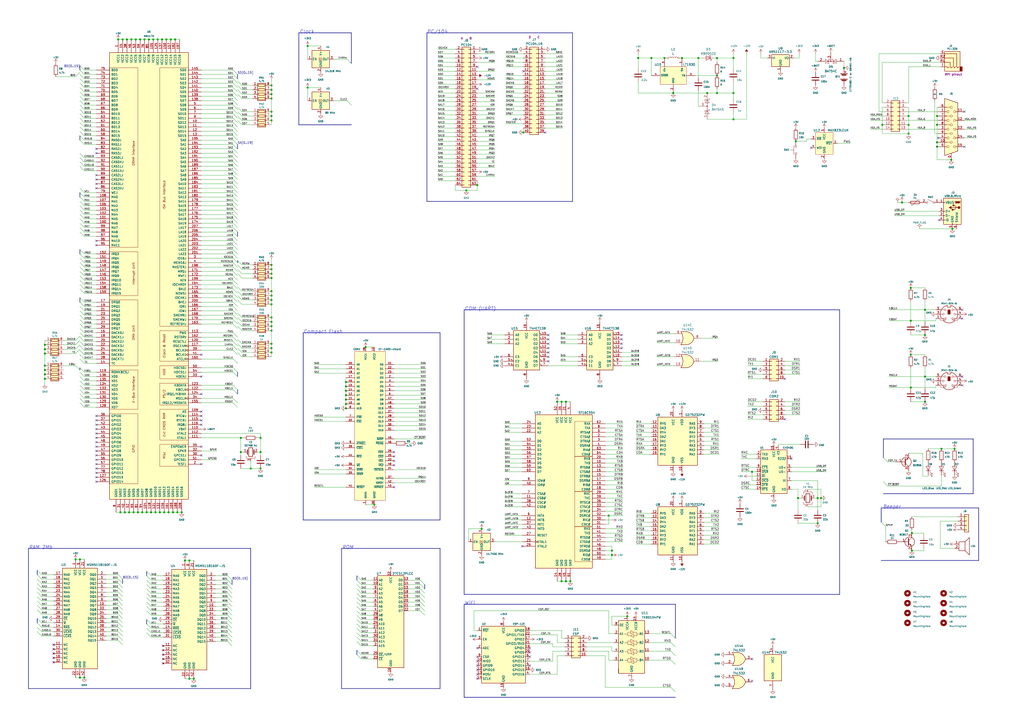
<source format=kicad_sch>
(kicad_sch (version 20210406) (generator eeschema)
  (paper "A2")
  (title_block (date "2021-03-24") (rev "A"))
  (lib_symbols
    (symbol "74xx:74LS138" (pin_names (offset 1.016))
      (property "Reference" "U" (at -7.62 11.43 0))
      (property "Value" "74LS138" (at -7.62 -13.97 0))
      (symbol "74LS138_1_0"
        (pin input line (at -12.7 7.62 0) (length 5.08) (name "A0") (number "1"))
        (pin output output_low (at 12.7 -5.08 180) (length 5.08) (name "O5") (number "10"))
        (pin output output_low (at 12.7 -2.54 180) (length 5.08) (name "O4") (number "11"))
        (pin output output_low (at 12.7 0 180) (length 5.08) (name "O3") (number "12"))
        (pin output output_low (at 12.7 2.54 180) (length 5.08) (name "O2") (number "13"))
        (pin output output_low (at 12.7 5.08 180) (length 5.08) (name "O1") (number "14"))
        (pin output output_low (at 12.7 7.62 180) (length 5.08) (name "O0") (number "15"))
        (pin power_in line (at 0 15.24 270) (length 5.08) (name "VCC") (number "16"))
        (pin input line (at -12.7 5.08 0) (length 5.08) (name "A1") (number "2"))
        (pin input line (at -12.7 2.54 0) (length 5.08) (name "A2") (number "3"))
        (pin input input_low (at -12.7 -10.16 0) (length 5.08) (name "E1") (number "4"))
        (pin input input_low (at -12.7 -7.62 0) (length 5.08) (name "E2") (number "5"))
        (pin input line (at -12.7 -5.08 0) (length 5.08) (name "E3") (number "6"))
        (pin output output_low (at 12.7 -10.16 180) (length 5.08) (name "O7") (number "7"))
        (pin power_in line (at 0 -17.78 90) (length 5.08) (name "GND") (number "8"))
        (pin output output_low (at 12.7 -7.62 180) (length 5.08) (name "O6") (number "9"))
      )
    )
    (symbol "74xx:74LS32" (pin_names (offset 1.016))
      (property "Reference" "U" (at 0 1.27 0))
      (property "Value" "74LS32" (at 0 -1.27 0))
      (symbol "74LS32_1_1"
        (pin input line (at -7.62 2.54 0) (length 4.318) (name "~") (number "1"))
        (pin input line (at -7.62 -2.54 0) (length 4.318) (name "~") (number "2"))
        (pin output line (at 7.62 0 180) (length 3.81) (name "~") (number "3"))
      )
      (symbol "74LS32_1_2"
        (pin input inverted (at -7.62 2.54 0) (length 3.81) (name "~") (number "1"))
        (pin input inverted (at -7.62 -2.54 0) (length 3.81) (name "~") (number "2"))
        (pin output inverted (at 7.62 0 180) (length 3.81) (name "~") (number "3"))
      )
      (symbol "74LS32_2_1"
        (pin input line (at -7.62 2.54 0) (length 4.318) (name "~") (number "4"))
        (pin input line (at -7.62 -2.54 0) (length 4.318) (name "~") (number "5"))
        (pin output line (at 7.62 0 180) (length 3.81) (name "~") (number "6"))
      )
      (symbol "74LS32_2_2"
        (pin input inverted (at -7.62 2.54 0) (length 3.81) (name "~") (number "4"))
        (pin input inverted (at -7.62 -2.54 0) (length 3.81) (name "~") (number "5"))
        (pin output inverted (at 7.62 0 180) (length 3.81) (name "~") (number "6"))
      )
      (symbol "74LS32_3_1"
        (pin input line (at -7.62 -2.54 0) (length 4.318) (name "~") (number "10"))
        (pin output line (at 7.62 0 180) (length 3.81) (name "~") (number "8"))
        (pin input line (at -7.62 2.54 0) (length 4.318) (name "~") (number "9"))
      )
      (symbol "74LS32_3_2"
        (pin input inverted (at -7.62 -2.54 0) (length 3.81) (name "~") (number "10"))
        (pin output inverted (at 7.62 0 180) (length 3.81) (name "~") (number "8"))
        (pin input inverted (at -7.62 2.54 0) (length 3.81) (name "~") (number "9"))
      )
      (symbol "74LS32_4_1"
        (pin output line (at 7.62 0 180) (length 3.81) (name "~") (number "11"))
        (pin input line (at -7.62 2.54 0) (length 4.318) (name "~") (number "12"))
        (pin input line (at -7.62 -2.54 0) (length 4.318) (name "~") (number "13"))
      )
      (symbol "74LS32_4_2"
        (pin output inverted (at 7.62 0 180) (length 3.81) (name "~") (number "11"))
        (pin input inverted (at -7.62 2.54 0) (length 3.81) (name "~") (number "12"))
        (pin input inverted (at -7.62 -2.54 0) (length 3.81) (name "~") (number "13"))
      )
      (symbol "74LS32_5_0"
        (pin power_in line (at 0 12.7 270) (length 5.08) (name "VCC") (number "14"))
        (pin power_in line (at 0 -12.7 90) (length 5.08) (name "GND") (number "7"))
      )
    )
    (symbol "Connector:AudioJack4"
      (property "Reference" "J" (at 0 8.89 0))
      (property "Value" "AudioJack4" (at 0 6.35 0))
      (symbol "AudioJack4_1_1"
        (pin passive line (at 5.08 -2.54 180) (length 2.54) (name "~") (number "R1"))
        (pin passive line (at 5.08 0 180) (length 2.54) (name "~") (number "R2"))
        (pin passive line (at 5.08 2.54 180) (length 2.54) (name "~") (number "S"))
        (pin passive line (at 5.08 -5.08 180) (length 2.54) (name "~") (number "T"))
      )
    )
    (symbol "Connector:DB15_Female_HighDensity_MountingHoles" (pin_names (offset 1.016) hide)
      (property "Reference" "J" (at 0 21.59 0))
      (property "Value" "DB15_Female_HighDensity_MountingHoles" (at 0 19.05 0))
      (symbol "DB15_Female_HighDensity_MountingHoles_1_1"
        (pin passive line (at 0 -17.78 90) (length 3.81) (name "~") (number "0"))
        (pin passive line (at -7.62 10.16 0) (length 5.08) (name "~") (number "1"))
        (pin passive line (at -7.62 -7.62 0) (length 5.08) (name "~") (number "10"))
        (pin passive line (at 7.62 10.16 180) (length 5.08) (name "~") (number "11"))
        (pin passive line (at 7.62 5.08 180) (length 5.08) (name "~") (number "12"))
        (pin passive line (at 7.62 0 180) (length 5.08) (name "~") (number "13"))
        (pin passive line (at 7.62 -5.08 180) (length 5.08) (name "~") (number "14"))
        (pin passive line (at 7.62 -10.16 180) (length 5.08) (name "~") (number "15"))
        (pin passive line (at -7.62 5.08 0) (length 5.08) (name "~") (number "2"))
        (pin passive line (at -7.62 0 0) (length 5.08) (name "~") (number "3"))
        (pin passive line (at -7.62 -5.08 0) (length 5.08) (name "~") (number "4"))
        (pin passive line (at -7.62 -10.16 0) (length 5.08) (name "~") (number "5"))
        (pin passive line (at -7.62 12.7 0) (length 5.08) (name "~") (number "6"))
        (pin passive line (at -7.62 7.62 0) (length 5.08) (name "~") (number "7"))
        (pin passive line (at -7.62 2.54 0) (length 5.08) (name "~") (number "8"))
        (pin passive line (at -7.62 -2.54 0) (length 5.08) (name "~") (number "9"))
      )
    )
    (symbol "Connector:Mini-DIN-6" (pin_names (offset 1.016))
      (property "Reference" "J" (at 0 6.35 0))
      (property "Value" "Mini-DIN-6" (at 0 -6.35 0))
      (symbol "Mini-DIN-6_1_1"
        (pin passive line (at 7.62 -2.54 180) (length 2.54) (name "~") (number "1"))
        (pin passive line (at -7.62 -2.54 0) (length 2.54) (name "~") (number "2"))
        (pin passive line (at 7.62 0 180) (length 2.54) (name "~") (number "3"))
        (pin passive line (at -7.62 0 0) (length 2.54) (name "~") (number "4"))
        (pin passive line (at 7.62 2.54 180) (length 2.54) (name "~") (number "5"))
        (pin passive line (at -7.62 2.54 0) (length 2.54) (name "~") (number "6"))
      )
    )
    (symbol "Connector:USB_B_Micro" (pin_names (offset 1.016))
      (property "Reference" "J" (at -5.08 11.43 0))
      (property "Value" "USB_B_Micro" (at -5.08 8.89 0))
      (symbol "USB_B_Micro_1_1"
        (pin power_out line (at 7.62 5.08 180) (length 2.54) (name "VBUS") (number "1"))
        (pin passive line (at 7.62 -2.54 180) (length 2.54) (name "D-") (number "2"))
        (pin passive line (at 7.62 0 180) (length 2.54) (name "D+") (number "3"))
        (pin passive line (at 7.62 -5.08 180) (length 2.54) (name "ID") (number "4"))
        (pin power_out line (at 0 -10.16 90) (length 2.54) (name "GND") (number "5"))
        (pin passive line (at -2.54 -10.16 90) (length 2.54) (name "Shield") (number "6"))
      )
    )
    (symbol "Connector_Generic:Conn_01x04" (pin_names (offset 1.016) hide)
      (property "Reference" "J" (at 0 5.08 0))
      (property "Value" "Conn_01x04" (at 0 -7.62 0))
      (symbol "Conn_01x04_1_1"
        (pin passive line (at -5.08 2.54 0) (length 3.81) (name "Pin_1") (number "1"))
        (pin passive line (at -5.08 0 0) (length 3.81) (name "Pin_2") (number "2"))
        (pin passive line (at -5.08 -2.54 0) (length 3.81) (name "Pin_3") (number "3"))
        (pin passive line (at -5.08 -5.08 0) (length 3.81) (name "Pin_4") (number "4"))
      )
    )
    (symbol "Connector_Generic:Conn_02x05_Odd_Even" (pin_names (offset 1.016) hide)
      (property "Reference" "J" (at 1.27 7.62 0))
      (property "Value" "Conn_02x05_Odd_Even" (at 1.27 -7.62 0))
      (symbol "Conn_02x05_Odd_Even_1_1"
        (pin passive line (at -5.08 5.08 0) (length 3.81) (name "Pin_1") (number "1"))
        (pin passive line (at 7.62 -5.08 180) (length 3.81) (name "Pin_10") (number "10"))
        (pin passive line (at 7.62 5.08 180) (length 3.81) (name "Pin_2") (number "2"))
        (pin passive line (at -5.08 2.54 0) (length 3.81) (name "Pin_3") (number "3"))
        (pin passive line (at 7.62 2.54 180) (length 3.81) (name "Pin_4") (number "4"))
        (pin passive line (at -5.08 0 0) (length 3.81) (name "Pin_5") (number "5"))
        (pin passive line (at 7.62 0 180) (length 3.81) (name "Pin_6") (number "6"))
        (pin passive line (at -5.08 -2.54 0) (length 3.81) (name "Pin_7") (number "7"))
        (pin passive line (at 7.62 -2.54 180) (length 3.81) (name "Pin_8") (number "8"))
        (pin passive line (at -5.08 -5.08 0) (length 3.81) (name "Pin_9") (number "9"))
      )
    )
    (symbol "Connector_Generic:Conn_02x07_Odd_Even" (pin_names (offset 1.016) hide)
      (property "Reference" "J" (at 1.27 10.16 0))
      (property "Value" "Conn_02x07_Odd_Even" (at 1.27 -10.16 0))
      (symbol "Conn_02x07_Odd_Even_1_1"
        (pin passive line (at -5.08 7.62 0) (length 3.81) (name "Pin_1") (number "1"))
        (pin passive line (at 7.62 -2.54 180) (length 3.81) (name "Pin_10") (number "10"))
        (pin passive line (at -5.08 -5.08 0) (length 3.81) (name "Pin_11") (number "11"))
        (pin passive line (at 7.62 -5.08 180) (length 3.81) (name "Pin_12") (number "12"))
        (pin passive line (at -5.08 -7.62 0) (length 3.81) (name "Pin_13") (number "13"))
        (pin passive line (at 7.62 -7.62 180) (length 3.81) (name "Pin_14") (number "14"))
        (pin passive line (at 7.62 7.62 180) (length 3.81) (name "Pin_2") (number "2"))
        (pin passive line (at -5.08 5.08 0) (length 3.81) (name "Pin_3") (number "3"))
        (pin passive line (at 7.62 5.08 180) (length 3.81) (name "Pin_4") (number "4"))
        (pin passive line (at -5.08 2.54 0) (length 3.81) (name "Pin_5") (number "5"))
        (pin passive line (at 7.62 2.54 180) (length 3.81) (name "Pin_6") (number "6"))
        (pin passive line (at -5.08 0 0) (length 3.81) (name "Pin_7") (number "7"))
        (pin passive line (at 7.62 0 180) (length 3.81) (name "Pin_8") (number "8"))
        (pin passive line (at -5.08 -2.54 0) (length 3.81) (name "Pin_9") (number "9"))
      )
    )
    (symbol "Connector_Generic:Conn_02x20_Odd_Even" (pin_names (offset 1.016) hide)
      (property "Reference" "J" (at 1.27 25.4 0))
      (property "Value" "Conn_02x20_Odd_Even" (at 1.27 -27.94 0))
      (symbol "Conn_02x20_Odd_Even_1_1"
        (pin passive line (at -5.08 22.86 0) (length 3.81) (name "Pin_1") (number "1"))
        (pin passive line (at 7.62 12.7 180) (length 3.81) (name "Pin_10") (number "10"))
        (pin passive line (at -5.08 10.16 0) (length 3.81) (name "Pin_11") (number "11"))
        (pin passive line (at 7.62 10.16 180) (length 3.81) (name "Pin_12") (number "12"))
        (pin passive line (at -5.08 7.62 0) (length 3.81) (name "Pin_13") (number "13"))
        (pin passive line (at 7.62 7.62 180) (length 3.81) (name "Pin_14") (number "14"))
        (pin passive line (at -5.08 5.08 0) (length 3.81) (name "Pin_15") (number "15"))
        (pin passive line (at 7.62 5.08 180) (length 3.81) (name "Pin_16") (number "16"))
        (pin passive line (at -5.08 2.54 0) (length 3.81) (name "Pin_17") (number "17"))
        (pin passive line (at 7.62 2.54 180) (length 3.81) (name "Pin_18") (number "18"))
        (pin passive line (at -5.08 0 0) (length 3.81) (name "Pin_19") (number "19"))
        (pin passive line (at 7.62 22.86 180) (length 3.81) (name "Pin_2") (number "2"))
        (pin passive line (at 7.62 0 180) (length 3.81) (name "Pin_20") (number "20"))
        (pin passive line (at -5.08 -2.54 0) (length 3.81) (name "Pin_21") (number "21"))
        (pin passive line (at 7.62 -2.54 180) (length 3.81) (name "Pin_22") (number "22"))
        (pin passive line (at -5.08 -5.08 0) (length 3.81) (name "Pin_23") (number "23"))
        (pin passive line (at 7.62 -5.08 180) (length 3.81) (name "Pin_24") (number "24"))
        (pin passive line (at -5.08 -7.62 0) (length 3.81) (name "Pin_25") (number "25"))
        (pin passive line (at 7.62 -7.62 180) (length 3.81) (name "Pin_26") (number "26"))
        (pin passive line (at -5.08 -10.16 0) (length 3.81) (name "Pin_27") (number "27"))
        (pin passive line (at 7.62 -10.16 180) (length 3.81) (name "Pin_28") (number "28"))
        (pin passive line (at -5.08 -12.7 0) (length 3.81) (name "Pin_29") (number "29"))
        (pin passive line (at -5.08 20.32 0) (length 3.81) (name "Pin_3") (number "3"))
        (pin passive line (at 7.62 -12.7 180) (length 3.81) (name "Pin_30") (number "30"))
        (pin passive line (at -5.08 -15.24 0) (length 3.81) (name "Pin_31") (number "31"))
        (pin passive line (at 7.62 -15.24 180) (length 3.81) (name "Pin_32") (number "32"))
        (pin passive line (at -5.08 -17.78 0) (length 3.81) (name "Pin_33") (number "33"))
        (pin passive line (at 7.62 -17.78 180) (length 3.81) (name "Pin_34") (number "34"))
        (pin passive line (at -5.08 -20.32 0) (length 3.81) (name "Pin_35") (number "35"))
        (pin passive line (at 7.62 -20.32 180) (length 3.81) (name "Pin_36") (number "36"))
        (pin passive line (at -5.08 -22.86 0) (length 3.81) (name "Pin_37") (number "37"))
        (pin passive line (at 7.62 -22.86 180) (length 3.81) (name "Pin_38") (number "38"))
        (pin passive line (at -5.08 -25.4 0) (length 3.81) (name "Pin_39") (number "39"))
        (pin passive line (at 7.62 20.32 180) (length 3.81) (name "Pin_4") (number "4"))
        (pin passive line (at 7.62 -25.4 180) (length 3.81) (name "Pin_40") (number "40"))
        (pin passive line (at -5.08 17.78 0) (length 3.81) (name "Pin_5") (number "5"))
        (pin passive line (at 7.62 17.78 180) (length 3.81) (name "Pin_6") (number "6"))
        (pin passive line (at -5.08 15.24 0) (length 3.81) (name "Pin_7") (number "7"))
        (pin passive line (at 7.62 15.24 180) (length 3.81) (name "Pin_8") (number "8"))
        (pin passive line (at -5.08 12.7 0) (length 3.81) (name "Pin_9") (number "9"))
      )
    )
    (symbol "Connector_Generic:Conn_02x32_Odd_Even" (pin_names (offset 1.016) hide)
      (property "Reference" "J" (at 1.27 40.64 0))
      (property "Value" "Conn_02x32_Odd_Even" (at 1.27 -43.18 0))
      (symbol "Conn_02x32_Odd_Even_1_1"
        (pin passive line (at -5.08 38.1 0) (length 3.81) (name "Pin_1") (number "1"))
        (pin passive line (at 7.62 27.94 180) (length 3.81) (name "Pin_10") (number "10"))
        (pin passive line (at -5.08 25.4 0) (length 3.81) (name "Pin_11") (number "11"))
        (pin passive line (at 7.62 25.4 180) (length 3.81) (name "Pin_12") (number "12"))
        (pin passive line (at -5.08 22.86 0) (length 3.81) (name "Pin_13") (number "13"))
        (pin passive line (at 7.62 22.86 180) (length 3.81) (name "Pin_14") (number "14"))
        (pin passive line (at -5.08 20.32 0) (length 3.81) (name "Pin_15") (number "15"))
        (pin passive line (at 7.62 20.32 180) (length 3.81) (name "Pin_16") (number "16"))
        (pin passive line (at -5.08 17.78 0) (length 3.81) (name "Pin_17") (number "17"))
        (pin passive line (at 7.62 17.78 180) (length 3.81) (name "Pin_18") (number "18"))
        (pin passive line (at -5.08 15.24 0) (length 3.81) (name "Pin_19") (number "19"))
        (pin passive line (at 7.62 38.1 180) (length 3.81) (name "Pin_2") (number "2"))
        (pin passive line (at 7.62 15.24 180) (length 3.81) (name "Pin_20") (number "20"))
        (pin passive line (at -5.08 12.7 0) (length 3.81) (name "Pin_21") (number "21"))
        (pin passive line (at 7.62 12.7 180) (length 3.81) (name "Pin_22") (number "22"))
        (pin passive line (at -5.08 10.16 0) (length 3.81) (name "Pin_23") (number "23"))
        (pin passive line (at 7.62 10.16 180) (length 3.81) (name "Pin_24") (number "24"))
        (pin passive line (at -5.08 7.62 0) (length 3.81) (name "Pin_25") (number "25"))
        (pin passive line (at 7.62 7.62 180) (length 3.81) (name "Pin_26") (number "26"))
        (pin passive line (at -5.08 5.08 0) (length 3.81) (name "Pin_27") (number "27"))
        (pin passive line (at 7.62 5.08 180) (length 3.81) (name "Pin_28") (number "28"))
        (pin passive line (at -5.08 2.54 0) (length 3.81) (name "Pin_29") (number "29"))
        (pin passive line (at -5.08 35.56 0) (length 3.81) (name "Pin_3") (number "3"))
        (pin passive line (at 7.62 2.54 180) (length 3.81) (name "Pin_30") (number "30"))
        (pin passive line (at -5.08 0 0) (length 3.81) (name "Pin_31") (number "31"))
        (pin passive line (at 7.62 0 180) (length 3.81) (name "Pin_32") (number "32"))
        (pin passive line (at -5.08 -2.54 0) (length 3.81) (name "Pin_33") (number "33"))
        (pin passive line (at 7.62 -2.54 180) (length 3.81) (name "Pin_34") (number "34"))
        (pin passive line (at -5.08 -5.08 0) (length 3.81) (name "Pin_35") (number "35"))
        (pin passive line (at 7.62 -5.08 180) (length 3.81) (name "Pin_36") (number "36"))
        (pin passive line (at -5.08 -7.62 0) (length 3.81) (name "Pin_37") (number "37"))
        (pin passive line (at 7.62 -7.62 180) (length 3.81) (name "Pin_38") (number "38"))
        (pin passive line (at -5.08 -10.16 0) (length 3.81) (name "Pin_39") (number "39"))
        (pin passive line (at 7.62 35.56 180) (length 3.81) (name "Pin_4") (number "4"))
        (pin passive line (at 7.62 -10.16 180) (length 3.81) (name "Pin_40") (number "40"))
        (pin passive line (at -5.08 -12.7 0) (length 3.81) (name "Pin_41") (number "41"))
        (pin passive line (at 7.62 -12.7 180) (length 3.81) (name "Pin_42") (number "42"))
        (pin passive line (at -5.08 -15.24 0) (length 3.81) (name "Pin_43") (number "43"))
        (pin passive line (at 7.62 -15.24 180) (length 3.81) (name "Pin_44") (number "44"))
        (pin passive line (at -5.08 -17.78 0) (length 3.81) (name "Pin_45") (number "45"))
        (pin passive line (at 7.62 -17.78 180) (length 3.81) (name "Pin_46") (number "46"))
        (pin passive line (at -5.08 -20.32 0) (length 3.81) (name "Pin_47") (number "47"))
        (pin passive line (at 7.62 -20.32 180) (length 3.81) (name "Pin_48") (number "48"))
        (pin passive line (at -5.08 -22.86 0) (length 3.81) (name "Pin_49") (number "49"))
        (pin passive line (at -5.08 33.02 0) (length 3.81) (name "Pin_5") (number "5"))
        (pin passive line (at 7.62 -22.86 180) (length 3.81) (name "Pin_50") (number "50"))
        (pin passive line (at -5.08 -25.4 0) (length 3.81) (name "Pin_51") (number "51"))
        (pin passive line (at 7.62 -25.4 180) (length 3.81) (name "Pin_52") (number "52"))
        (pin passive line (at -5.08 -27.94 0) (length 3.81) (name "Pin_53") (number "53"))
        (pin passive line (at 7.62 -27.94 180) (length 3.81) (name "Pin_54") (number "54"))
        (pin passive line (at -5.08 -30.48 0) (length 3.81) (name "Pin_55") (number "55"))
        (pin passive line (at 7.62 -30.48 180) (length 3.81) (name "Pin_56") (number "56"))
        (pin passive line (at -5.08 -33.02 0) (length 3.81) (name "Pin_57") (number "57"))
        (pin passive line (at 7.62 -33.02 180) (length 3.81) (name "Pin_58") (number "58"))
        (pin passive line (at -5.08 -35.56 0) (length 3.81) (name "Pin_59") (number "59"))
        (pin passive line (at 7.62 33.02 180) (length 3.81) (name "Pin_6") (number "6"))
        (pin passive line (at 7.62 -35.56 180) (length 3.81) (name "Pin_60") (number "60"))
        (pin passive line (at -5.08 -38.1 0) (length 3.81) (name "Pin_61") (number "61"))
        (pin passive line (at 7.62 -38.1 180) (length 3.81) (name "Pin_62") (number "62"))
        (pin passive line (at -5.08 -40.64 0) (length 3.81) (name "Pin_63") (number "63"))
        (pin passive line (at 7.62 -40.64 180) (length 3.81) (name "Pin_64") (number "64"))
        (pin passive line (at -5.08 30.48 0) (length 3.81) (name "Pin_7") (number "7"))
        (pin passive line (at 7.62 30.48 180) (length 3.81) (name "Pin_8") (number "8"))
        (pin passive line (at -5.08 27.94 0) (length 3.81) (name "Pin_9") (number "9"))
      )
    )
    (symbol "Device:Battery" (pin_numbers hide) (pin_names (offset 0) hide)
      (property "Reference" "BT" (at 2.54 2.54 0))
      (property "Value" "Battery" (at 2.54 0 0))
      (symbol "Battery_1_1"
        (pin passive line (at 0 5.08 270) (length 2.54) (name "+") (number "1"))
        (pin passive line (at 0 -5.08 90) (length 2.54) (name "-") (number "2"))
      )
    )
    (symbol "Device:C" (pin_numbers hide) (pin_names (offset 0.254))
      (property "Reference" "C" (at 0.635 2.54 0))
      (property "Value" "C" (at 0.635 -2.54 0))
      (symbol "C_1_1"
        (pin passive line (at 0 3.81 270) (length 2.794) (name "~") (number "1"))
        (pin passive line (at 0 -3.81 90) (length 2.794) (name "~") (number "2"))
      )
    )
    (symbol "Device:Crystal_GND24" (pin_names (offset 1.016) hide)
      (property "Reference" "Y" (at 3.175 5.08 0))
      (property "Value" "Crystal_GND24" (at 3.175 3.175 0))
      (symbol "Crystal_GND24_1_1"
        (pin passive line (at -3.81 0 0) (length 1.27) (name "1") (number "1"))
        (pin passive line (at 0 5.08 270) (length 1.27) (name "2") (number "2"))
        (pin passive line (at 3.81 0 180) (length 1.27) (name "3") (number "3"))
        (pin passive line (at 0 -5.08 90) (length 1.27) (name "4") (number "4"))
      )
    )
    (symbol "Device:Crystal_GND3" (pin_names (offset 1.016) hide)
      (property "Reference" "Y" (at 0 5.715 0))
      (property "Value" "Crystal_GND3" (at 0 3.81 0))
      (symbol "Crystal_GND3_1_1"
        (pin passive line (at -3.81 0 0) (length 1.27) (name "1") (number "1"))
        (pin passive line (at 3.81 0 180) (length 1.27) (name "2") (number "2"))
        (pin passive line (at 0 -5.08 90) (length 1.27) (name "3") (number "3"))
      )
    )
    (symbol "Device:L" (pin_numbers hide) (pin_names (offset 1.016) hide)
      (property "Reference" "L" (at -1.27 0 90))
      (property "Value" "L" (at 1.905 0 90))
      (symbol "L_1_1"
        (pin passive line (at 0 3.81 270) (length 1.27) (name "1") (number "1"))
        (pin passive line (at 0 -3.81 90) (length 1.27) (name "2") (number "2"))
      )
    )
    (symbol "Device:LED" (pin_numbers hide) (pin_names (offset 1.016) hide)
      (property "Reference" "D" (at 0 2.54 0))
      (property "Value" "LED" (at 0 -2.54 0))
      (symbol "LED_1_1"
        (pin passive line (at -3.81 0 0) (length 2.54) (name "K") (number "1"))
        (pin passive line (at 3.81 0 180) (length 2.54) (name "A") (number "2"))
      )
    )
    (symbol "Device:Polyfuse" (pin_numbers hide) (pin_names (offset 0))
      (property "Reference" "F" (at -2.54 0 90))
      (property "Value" "Polyfuse" (at 2.54 0 90))
      (symbol "Polyfuse_1_1"
        (pin passive line (at 0 3.81 270) (length 1.27) (name "~") (number "1"))
        (pin passive line (at 0 -3.81 90) (length 1.27) (name "~") (number "2"))
      )
    )
    (symbol "Device:R" (pin_numbers hide) (pin_names (offset 0))
      (property "Reference" "R" (at 2.032 0 90))
      (property "Value" "R" (at 0 0 90))
      (symbol "R_1_1"
        (pin passive line (at 0 3.81 270) (length 1.27) (name "~") (number "1"))
        (pin passive line (at 0 -3.81 90) (length 1.27) (name "~") (number "2"))
      )
    )
    (symbol "Device:R_Pack04" (pin_names (offset 0) hide)
      (property "Reference" "RN" (at -7.62 0 90))
      (property "Value" "R_Pack04" (at 5.08 0 90))
      (symbol "R_Pack04_1_1"
        (pin passive line (at -5.08 -5.08 90) (length 2.54) (name "R1.1") (number "1"))
        (pin passive line (at -2.54 -5.08 90) (length 2.54) (name "R2.1") (number "2"))
        (pin passive line (at 0 -5.08 90) (length 2.54) (name "R3.1") (number "3"))
        (pin passive line (at 2.54 -5.08 90) (length 2.54) (name "R4.1") (number "4"))
        (pin passive line (at 2.54 5.08 270) (length 2.54) (name "R4.2") (number "5"))
        (pin passive line (at 0 5.08 270) (length 2.54) (name "R3.2") (number "6"))
        (pin passive line (at -2.54 5.08 270) (length 2.54) (name "R2.2") (number "7"))
        (pin passive line (at -5.08 5.08 270) (length 2.54) (name "R1.2") (number "8"))
      )
    )
    (symbol "Device:Speaker" (pin_names (offset 0) hide)
      (property "Reference" "LS" (at 1.27 5.715 0))
      (property "Value" "Speaker" (at 1.27 3.81 0))
      (symbol "Speaker_1_1"
        (pin input line (at -5.08 0 0) (length 2.54) (name "1") (number "1"))
        (pin input line (at -5.08 -2.54 0) (length 2.54) (name "2") (number "2"))
      )
    )
    (symbol "Diode:BAT54C" (pin_names (offset 1.016))
      (property "Reference" "D" (at 0.635 -3.81 0))
      (property "Value" "BAT54C" (at -6.35 3.175 0))
      (symbol "BAT54C_1_1"
        (pin passive line (at -7.62 0 0) (length 3.81) (name "~") (number "1"))
        (pin passive line (at 7.62 0 180) (length 3.81) (name "~") (number "2"))
        (pin passive line (at 0 -5.08 90) (length 5.08) (name "~") (number "3"))
      )
    )
    (symbol "Diode:BAT54S" (pin_names (offset 1.016))
      (property "Reference" "D" (at 0.635 -3.81 0))
      (property "Value" "BAT54S" (at -6.35 3.175 0))
      (symbol "BAT54S_1_1"
        (pin passive line (at -7.62 0 0) (length 3.81) (name "~") (number "1"))
        (pin passive line (at 7.62 0 180) (length 3.81) (name "~") (number "2"))
        (pin passive line (at 0 -5.08 90) (length 5.08) (name "~") (number "3"))
      )
    )
    (symbol "Diode:MBR0520" (pin_numbers hide) (pin_names (offset 1.016) hide)
      (property "Reference" "D" (at 0 2.54 0))
      (property "Value" "MBR0520" (at 0 -2.54 0))
      (symbol "MBR0520_1_1"
        (pin passive line (at -3.81 0 0) (length 2.54) (name "K") (number "1"))
        (pin passive line (at 3.81 0 180) (length 2.54) (name "A") (number "2"))
      )
    )
    (symbol "Interface_UART:GD75232PW" (pin_names (offset 1.016))
      (property "Reference" "U" (at -11.43 15.24 0))
      (property "Value" "GD75232PW" (at 5.08 15.24 0))
      (symbol "GD75232PW_1_1"
        (pin power_in line (at 2.54 17.78 270) (length 3.81) (name "VDD") (number "1"))
        (pin power_in line (at 2.54 -17.78 90) (length 3.81) (name "VSS") (number "10"))
        (pin power_in line (at -2.54 -17.78 90) (length 3.81) (name "GND") (number "11"))
        (pin output line (at -15.24 10.16 0) (length 3.81) (name "RY5") (number "12"))
        (pin input line (at -15.24 7.62 0) (length 3.81) (name "DA3") (number "13"))
        (pin output line (at -15.24 5.08 0) (length 3.81) (name "RY4") (number "14"))
        (pin input line (at -15.24 2.54 0) (length 3.81) (name "DA2") (number "15"))
        (pin input line (at -15.24 0 0) (length 3.81) (name "DA1") (number "16"))
        (pin output line (at -15.24 -2.54 0) (length 3.81) (name "RY3") (number "17"))
        (pin output line (at -15.24 -5.08 0) (length 3.81) (name "RY2") (number "18"))
        (pin output line (at -15.24 -7.62 0) (length 3.81) (name "RY1") (number "19"))
        (pin input line (at 15.24 -7.62 180) (length 3.81) (name "RA1") (number "2"))
        (pin power_in line (at -2.54 17.78 270) (length 3.81) (name "VCC") (number "20"))
        (pin input line (at 15.24 -5.08 180) (length 3.81) (name "RA2") (number "3"))
        (pin input line (at 15.24 -2.54 180) (length 3.81) (name "RA3") (number "4"))
        (pin output line (at 15.24 0 180) (length 3.81) (name "DY1") (number "5"))
        (pin output line (at 15.24 2.54 180) (length 3.81) (name "DY2") (number "6"))
        (pin input line (at 15.24 5.08 180) (length 3.81) (name "RA4") (number "7"))
        (pin output line (at 15.24 7.62 180) (length 3.81) (name "DY3") (number "8"))
        (pin input line (at 15.24 10.16 180) (length 3.81) (name "RA5") (number "9"))
      )
    )
    (symbol "Interface_USB:CH340G"
      (property "Reference" "U" (at -5.08 13.97 0))
      (property "Value" "CH340G" (at 1.27 13.97 0))
      (symbol "CH340G_1_1"
        (pin power_in line (at 0 -15.24 90) (length 2.54) (name "GND") (number "1"))
        (pin input line (at 10.16 0 180) (length 2.54) (name "~DSR") (number "10"))
        (pin input line (at 10.16 -2.54 180) (length 2.54) (name "~RI") (number "11"))
        (pin input line (at 10.16 -5.08 180) (length 2.54) (name "~DCD") (number "12"))
        (pin output line (at 10.16 -7.62 180) (length 2.54) (name "~DTR") (number "13"))
        (pin output line (at 10.16 -10.16 180) (length 2.54) (name "~RTS") (number "14"))
        (pin input line (at -10.16 7.62 0) (length 2.54) (name "R232") (number "15"))
        (pin power_in line (at 0 15.24 270) (length 2.54) (name "VCC") (number "16"))
        (pin output line (at 10.16 10.16 180) (length 2.54) (name "TXD") (number "2"))
        (pin input line (at 10.16 7.62 180) (length 2.54) (name "RXD") (number "3"))
        (pin passive line (at -2.54 15.24 270) (length 2.54) (name "V3") (number "4"))
        (pin bidirectional line (at -10.16 2.54 0) (length 2.54) (name "UD+") (number "5"))
        (pin bidirectional line (at -10.16 0 0) (length 2.54) (name "UD-") (number "6"))
        (pin input line (at -10.16 -5.08 0) (length 2.54) (name "XI") (number "7"))
        (pin output line (at -10.16 -10.16 0) (length 2.54) (name "XO") (number "8"))
        (pin input line (at 10.16 2.54 180) (length 2.54) (name "~CTS") (number "9"))
      )
    )
    (symbol "Logic_LevelTranslator:TXB0104PW"
      (property "Reference" "U" (at -6.35 16.51 0))
      (property "Value" "TXB0104PW" (at 3.81 16.51 0))
      (symbol "TXB0104PW_1_1"
        (pin power_in line (at -2.54 17.78 270) (length 2.54) (name "VCCA") (number "1"))
        (pin bidirectional line (at 10.16 -7.62 180) (length 2.54) (name "B4") (number "10"))
        (pin bidirectional line (at 10.16 -2.54 180) (length 2.54) (name "B3") (number "11"))
        (pin bidirectional line (at 10.16 2.54 180) (length 2.54) (name "B2") (number "12"))
        (pin bidirectional line (at 10.16 7.62 180) (length 2.54) (name "B1") (number "13"))
        (pin power_in line (at 2.54 17.78 270) (length 2.54) (name "VCCB") (number "14"))
        (pin bidirectional line (at -10.16 7.62 0) (length 2.54) (name "A1") (number "2"))
        (pin bidirectional line (at -10.16 2.54 0) (length 2.54) (name "A2") (number "3"))
        (pin bidirectional line (at -10.16 -2.54 0) (length 2.54) (name "A3") (number "4"))
        (pin bidirectional line (at -10.16 -7.62 0) (length 2.54) (name "A4") (number "5"))
        (pin no_connect line (at -10.16 -12.7 0) (length 2.54) hide (name "NC") (number "6"))
        (pin power_in line (at 0 -17.78 90) (length 2.54) (name "GND") (number "7"))
        (pin input line (at -10.16 12.7 0) (length 2.54) (name "OE") (number "8"))
        (pin no_connect line (at 10.16 -12.7 180) (length 2.54) hide (name "NC") (number "9"))
      )
    )
    (symbol "Mechanical:MountingHole" (pin_names (offset 1.016))
      (property "Reference" "H" (at 0 5.08 0))
      (property "Value" "MountingHole" (at 0 3.175 0))
    )
    (symbol "Memory_EPROM:27C512PLCC"
      (property "Reference" "U" (at -7.62 26.67 0))
      (property "Value" "27C512PLCC" (at 2.54 -29.21 0))
      (symbol "27C512PLCC_1_1"
        (pin no_connect line (at 7.62 -17.78 180) (length 2.54) hide (name "NC") (number "1"))
        (pin input line (at -10.16 20.32 0) (length 2.54) (name "A1") (number "10"))
        (pin input line (at -10.16 22.86 0) (length 2.54) (name "A0") (number "11"))
        (pin no_connect line (at 7.62 -22.86 180) (length 2.54) hide (name "NC") (number "12"))
        (pin tri_state line (at 10.16 22.86 180) (length 2.54) (name "O0") (number "13"))
        (pin tri_state line (at 10.16 20.32 180) (length 2.54) (name "O1") (number "14"))
        (pin tri_state line (at 10.16 17.78 180) (length 2.54) (name "O2") (number "15"))
        (pin power_in line (at 0 -30.48 90) (length 2.54) (name "GND") (number "16"))
        (pin no_connect line (at 7.62 -20.32 180) (length 2.54) hide (name "NC") (number "17"))
        (pin tri_state line (at 10.16 15.24 180) (length 2.54) (name "O3") (number "18"))
        (pin tri_state line (at 10.16 12.7 180) (length 2.54) (name "O4") (number "19"))
        (pin input line (at -10.16 -15.24 0) (length 2.54) (name "A15") (number "2"))
        (pin tri_state line (at 10.16 10.16 180) (length 2.54) (name "O5") (number "20"))
        (pin tri_state line (at 10.16 7.62 180) (length 2.54) (name "O6") (number "21"))
        (pin tri_state line (at 10.16 5.08 180) (length 2.54) (name "O7") (number "22"))
        (pin input line (at -10.16 -22.86 0) (length 2.54) (name "~CE") (number "23"))
        (pin input line (at -10.16 -2.54 0) (length 2.54) (name "A10") (number "24"))
        (pin input line (at -10.16 -20.32 0) (length 2.54) (name "~OE~/VPP") (number "25"))
        (pin no_connect line (at 7.62 -25.4 180) (length 2.54) hide (name "NC") (number "26"))
        (pin input line (at -10.16 -5.08 0) (length 2.54) (name "A11") (number "27"))
        (pin input line (at -10.16 0 0) (length 2.54) (name "A9") (number "28"))
        (pin input line (at -10.16 2.54 0) (length 2.54) (name "A8") (number "29"))
        (pin input line (at -10.16 -7.62 0) (length 2.54) (name "A12") (number "3"))
        (pin input line (at -10.16 -10.16 0) (length 2.54) (name "A13") (number "30"))
        (pin input line (at -10.16 -12.7 0) (length 2.54) (name "A14") (number "31"))
        (pin power_in line (at 0 27.94 270) (length 2.54) (name "VCC") (number "32"))
        (pin input line (at -10.16 5.08 0) (length 2.54) (name "A7") (number "4"))
        (pin input line (at -10.16 7.62 0) (length 2.54) (name "A6") (number "5"))
        (pin input line (at -10.16 10.16 0) (length 2.54) (name "A5") (number "6"))
        (pin input line (at -10.16 12.7 0) (length 2.54) (name "A4") (number "7"))
        (pin input line (at -10.16 15.24 0) (length 2.54) (name "A3") (number "8"))
        (pin input line (at -10.16 17.78 0) (length 2.54) (name "A2") (number "9"))
      )
    )
    (symbol "Oscillator:XO91" (pin_names (offset 0.254))
      (property "Reference" "X" (at -5.08 6.35 0))
      (property "Value" "XO91" (at 1.27 -6.35 0))
      (symbol "XO91_1_1"
        (pin input line (at -7.62 0 0) (length 2.54) (name "EN") (number "1"))
        (pin power_in line (at 0 -7.62 90) (length 2.54) (name "GND") (number "2"))
        (pin output line (at 7.62 0 180) (length 2.54) (name "OUT") (number "3"))
        (pin power_in line (at 0 7.62 270) (length 2.54) (name "V+") (number "4"))
      )
    )
    (symbol "RF_Module:ESP-12E"
      (property "Reference" "U" (at -12.7 19.05 0))
      (property "Value" "ESP-12E" (at 12.7 19.05 0))
      (symbol "ESP-12E_1_1"
        (pin input line (at -15.24 15.24 0) (length 2.54) (name "~RST") (number "1"))
        (pin bidirectional line (at -15.24 -2.54 0) (length 2.54) (name "MISO") (number "10"))
        (pin bidirectional line (at -15.24 -5.08 0) (length 2.54) (name "GPIO9") (number "11"))
        (pin bidirectional line (at -15.24 -7.62 0) (length 2.54) (name "GPIO10") (number "12"))
        (pin bidirectional line (at -15.24 -10.16 0) (length 2.54) (name "MOSI") (number "13"))
        (pin bidirectional line (at -15.24 -12.7 0) (length 2.54) (name "SCLK") (number "14"))
        (pin power_in line (at 0 -17.78 90) (length 2.54) (name "GND") (number "15"))
        (pin bidirectional line (at 15.24 -7.62 180) (length 2.54) (name "GPIO15") (number "16"))
        (pin bidirectional line (at 15.24 10.16 180) (length 2.54) (name "GPIO2") (number "17"))
        (pin bidirectional line (at 15.24 15.24 180) (length 2.54) (name "GPIO0") (number "18"))
        (pin bidirectional line (at 15.24 5.08 180) (length 2.54) (name "GPIO4") (number "19"))
        (pin input line (at -15.24 5.08 0) (length 2.54) (name "ADC") (number "2"))
        (pin bidirectional line (at 15.24 2.54 180) (length 2.54) (name "GPIO5") (number "20"))
        (pin bidirectional line (at 15.24 7.62 180) (length 2.54) (name "GPIO3/RXD") (number "21"))
        (pin bidirectional line (at 15.24 12.7 180) (length 2.54) (name "GPIO1/TXD") (number "22"))
        (pin input line (at -15.24 10.16 0) (length 2.54) (name "EN") (number "3"))
        (pin bidirectional line (at 15.24 -10.16 180) (length 2.54) (name "GPIO16") (number "4"))
        (pin bidirectional line (at 15.24 -5.08 180) (length 2.54) (name "GPIO14") (number "5"))
        (pin bidirectional line (at 15.24 0 180) (length 2.54) (name "GPIO12") (number "6"))
        (pin bidirectional line (at 15.24 -2.54 180) (length 2.54) (name "GPIO13") (number "7"))
        (pin power_in line (at 0 20.32 270) (length 2.54) (name "VCC") (number "8"))
        (pin input line (at -15.24 0 0) (length 2.54) (name "CS0") (number "9"))
      )
    )
    (symbol "Regulator_Linear:AMS1117-3.3" (pin_names (offset 0.254))
      (property "Reference" "U" (at -3.81 3.175 0))
      (property "Value" "AMS1117-3.3" (at 0 3.175 0))
      (symbol "AMS1117-3.3_1_1"
        (pin power_in line (at 0 -7.62 90) (length 2.54) (name "GND") (number "1"))
        (pin power_out line (at 7.62 0 180) (length 2.54) (name "VO") (number "2"))
        (pin power_in line (at -7.62 0 0) (length 2.54) (name "VI") (number "3"))
      )
    )
    (symbol "Switch:SW_Push" (pin_numbers hide) (pin_names (offset 1.016) hide)
      (property "Reference" "SW" (at 1.27 2.54 0))
      (property "Value" "SW_Push" (at 0 -1.524 0))
      (symbol "SW_Push_0_1"
        (pin passive line (at -5.08 0 0) (length 2.54) (name "1") (number "1"))
        (pin passive line (at 5.08 0 180) (length 2.54) (name "2") (number "2"))
      )
    )
    (symbol "Switch:SW_SPST" (pin_names (offset 0) hide)
      (property "Reference" "SW" (at 0 3.175 0))
      (property "Value" "SW_SPST" (at 0 -2.54 0))
      (symbol "SW_SPST_1_1"
        (pin passive line (at -5.08 0 0) (length 2.54) (name "A") (number "1"))
        (pin passive line (at 5.08 0 180) (length 2.54) (name "B") (number "2"))
      )
    )
    (symbol "Transistor_BJT:BC817" (pin_names (offset 0) hide)
      (property "Reference" "Q" (at 5.08 1.905 0))
      (property "Value" "BC817" (at 5.08 0 0))
      (symbol "BC817_1_1"
        (pin input line (at -5.08 0 0) (length 5.715) (name "B") (number "1"))
        (pin passive line (at 2.54 -5.08 90) (length 2.54) (name "E") (number "2"))
        (pin passive line (at 2.54 5.08 270) (length 2.54) (name "C") (number "3"))
      )
    )
    (symbol "Transistor_BJT:BC856" (pin_names (offset 0) hide)
      (property "Reference" "Q" (at 5.08 1.905 0))
      (property "Value" "BC856" (at 5.08 0 0))
      (symbol "BC856_1_1"
        (pin input line (at -5.08 0 0) (length 5.715) (name "B") (number "1"))
        (pin passive line (at 2.54 -5.08 90) (length 2.54) (name "E") (number "2"))
        (pin passive line (at 2.54 5.08 270) (length 2.54) (name "C") (number "3"))
      )
    )
    (symbol "my:LT1930"
      (property "Reference" "U" (at -10.16 5.08 0))
      (property "Value" "LT1930" (at 12.7 5.08 0))
      (symbol "LT1930_1_1"
        (pin output line (at 5.08 10.16 270) (length 5.08) (name "SW") (number "1"))
        (pin power_in line (at 0 -10.16 90) (length 5.08) (name "GND") (number "2"))
        (pin input line (at 12.7 0 180) (length 5.08) (name "FB") (number "3"))
        (pin input line (at -12.7 0 0) (length 5.08) (name "~SHDN") (number "4"))
        (pin power_in line (at -5.08 10.16 270) (length 5.08) (name "Vin") (number "5"))
      )
    )
    (symbol "my:M6117D" (pin_names (offset 1.016))
      (property "Reference" "U" (at 0 -3.81 0))
      (property "Value" "M6117D" (at 0 3.81 0))
      (symbol "M6117D_0_0"
        (text "Clock & Reset" (at 8.89 -40.64 900) (effects (font (size 1.27 1.27) italic)))
        (text "DMA Unit" (at -8.89 -33.02 900) (effects (font (size 1.27 1.27) italic)))
        (text "DRAM interface" (at -8.89 71.12 900) (effects (font (size 1.27 1.27) italic)))
        (text "Ext CMOS RAM" (at 8.89 -86.36 900) (effects (font (size 1.27 1.27) italic)))
        (text "GPIO" (at -8.89 -100.33 900) (effects (font (size 1.27 1.27) italic)))
        (text "HDD" (at 8.89 -55.88 900) (effects (font (size 1.27 1.27) italic)))
        (text "Interrupt Unit" (at -8.89 1.27 900) (effects (font (size 1.27 1.27) italic)))
        (text "ISA Bus interface" (at 8.89 46.99 900) (effects (font (size 1.27 1.27) italic)))
        (text "Misc" (at 8.89 -104.14 900) (effects (font (size 1.27 1.27) italic)))
        (text "PS/2" (at 8.89 -68.58 900) (effects (font (size 1.27 1.27) italic)))
        (text "X-Bus interface" (at -8.89 -66.04 900) (effects (font (size 1.27 1.27) italic)))
      )
      (symbol "M6117D_1_1"
        (pin power_in line (at -17.78 137.16 270) (length 7.62) (name "VCC1") (number "1"))
        (pin bidirectional line (at 30.48 88.9 180) (length 7.62) (name "SD12") (number "10"))
        (pin output line (at -30.48 30.48 0) (length 7.62) (name "MA6") (number "100"))
        (pin output line (at -30.48 33.02 0) (length 7.62) (name "MA5") (number "101"))
        (pin output line (at -30.48 35.56 0) (length 7.62) (name "MA4") (number "102"))
        (pin output line (at -30.48 38.1 0) (length 7.62) (name "MA3") (number "103"))
        (pin power_in line (at -1.27 -137.16 90) (length 7.62) (name "GND8") (number "104"))
        (pin power_in line (at 2.54 137.16 270) (length 7.62) (name "VCC9") (number "105"))
        (pin output line (at -30.48 40.64 0) (length 7.62) (name "MA2") (number "106"))
        (pin output line (at -30.48 43.18 0) (length 7.62) (name "MA1") (number "107"))
        (pin output line (at -30.48 45.72 0) (length 7.62) (name "MA0") (number "108"))
        (pin output line (at 30.48 -78.74 180) (length 7.62) (name "AS") (number "109"))
        (pin bidirectional line (at 30.48 86.36 180) (length 7.62) (name "SD13") (number "11"))
        (pin power_in line (at 30.48 -88.9 180) (length 7.62) (name "VBAT") (number "110"))
        (pin input line (at 30.48 -93.98 180) (length 7.62) (name "XTAL1") (number "111"))
        (pin input line (at 30.48 -91.44 180) (length 7.62) (name "XTAL2") (number "112"))
        (pin input line (at 30.48 -33.02 180) (length 7.62) (name "PWG") (number "113"))
        (pin input line (at 30.48 -81.28 180) (length 7.62) (name "RTCWJ") (number "114"))
        (pin output line (at 30.48 -83.82 180) (length 7.62) (name "RTCRJ") (number "115"))
        (pin input line (at 30.48 -86.36 180) (length 7.62) (name "IRQ8J") (number "116"))
        (pin input clock (at 30.48 -40.64 180) (length 7.62) (name "OSC14M") (number "117"))
        (pin power_in line (at 1.27 -137.16 90) (length 7.62) (name "GND9") (number "118"))
        (pin bidirectional line (at -30.48 -55.88 0) (length 7.62) (name "ROMKBCSJ") (number "119"))
        (pin bidirectional line (at 30.48 83.82 180) (length 7.62) (name "SD14") (number "12"))
        (pin output line (at 30.48 -38.1 180) (length 7.62) (name "RESETLJ") (number "120"))
        (pin power_in line (at 3.81 -137.16 90) (length 7.62) (name "GND10") (number "121"))
        (pin bidirectional clock (at 30.48 -66.04 180) (length 7.62) (name "KBCLK") (number "122"))
        (pin bidirectional line (at 30.48 -63.5 180) (length 7.62) (name "KBDATA") (number "123"))
        (pin bidirectional line (at 30.48 -68.58 180) (length 7.62) (name "IRQ1/KBINH") (number "124"))
        (pin power_in line (at 5.08 137.16 270) (length 7.62) (name "VCC11") (number "125"))
        (pin bidirectional line (at -30.48 -119.38 0) (length 7.62) (name "GPIO14") (number "126"))
        (pin bidirectional line (at -30.48 -116.84 0) (length 7.62) (name "GPIO15") (number "127"))
        (pin bidirectional line (at -30.48 -76.2 0) (length 7.62) (name "XD7") (number "128"))
        (pin bidirectional line (at -30.48 -73.66 0) (length 7.62) (name "XD6") (number "129"))
        (pin bidirectional line (at 30.48 81.28 180) (length 7.62) (name "SD15") (number "13"))
        (pin bidirectional line (at -30.48 -71.12 0) (length 7.62) (name "XD5") (number "130"))
        (pin bidirectional line (at -30.48 -68.58 0) (length 7.62) (name "XD4") (number "131"))
        (pin power_in line (at 6.35 -137.16 90) (length 7.62) (name "GND11") (number "132"))
        (pin bidirectional line (at -30.48 -66.04 0) (length 7.62) (name "XD3") (number "133"))
        (pin bidirectional line (at -30.48 -63.5 0) (length 7.62) (name "XD2") (number "134"))
        (pin bidirectional line (at -30.48 -60.96 0) (length 7.62) (name "XD1") (number "135"))
        (pin bidirectional line (at -30.48 -58.42 0) (length 7.62) (name "XD0") (number "136"))
        (pin power_in line (at 7.62 137.16 270) (length 7.62) (name "VCC12") (number "137"))
        (pin bidirectional line (at 30.48 101.6 180) (length 7.62) (name "SD7") (number "138"))
        (pin bidirectional line (at 30.48 104.14 180) (length 7.62) (name "SD6") (number "139"))
        (pin output line (at -30.48 -50.8 0) (length 7.62) (name "TC") (number "14"))
        (pin bidirectional line (at 30.48 106.68 180) (length 7.62) (name "SD5") (number "140"))
        (pin bidirectional line (at 30.48 109.22 180) (length 7.62) (name "SD4") (number "141"))
        (pin bidirectional line (at 30.48 111.76 180) (length 7.62) (name "SD3") (number "142"))
        (pin bidirectional line (at 30.48 114.3 180) (length 7.62) (name "SD2") (number "143"))
        (pin bidirectional line (at 30.48 116.84 180) (length 7.62) (name "SD1") (number "144"))
        (pin bidirectional line (at 30.48 119.38 180) (length 7.62) (name "SD0") (number "145"))
        (pin input line (at -30.48 0 0) (length 7.62) (name "IRQ9") (number "146"))
        (pin input line (at -30.48 2.54 0) (length 7.62) (name "IRQ7") (number "147"))
        (pin input line (at -30.48 5.08 0) (length 7.62) (name "IRQ6") (number "148"))
        (pin input line (at -30.48 7.62 0) (length 7.62) (name "IRQ5") (number "149"))
        (pin power_in line (at -15.24 137.16 270) (length 7.62) (name "VCC2") (number "15"))
        (pin power_in line (at 10.16 137.16 270) (length 7.62) (name "VCC13") (number "150"))
        (pin input line (at -30.48 10.16 0) (length 7.62) (name "IRQ4") (number "151"))
        (pin input line (at -30.48 12.7 0) (length 7.62) (name "IRQ3") (number "152"))
        (pin input line (at -30.48 -2.54 0) (length 7.62) (name "IRQ10") (number "153"))
        (pin input line (at -30.48 -5.08 0) (length 7.62) (name "IRQ11") (number "154"))
        (pin bidirectional line (at 30.48 -73.66 180) (length 7.62) (name "IRQ12/MSDATA") (number "155"))
        (pin power_in line (at 8.89 -137.16 90) (length 7.62) (name "GND12") (number "156"))
        (pin power_in line (at 12.7 137.16 270) (length 7.62) (name "VCC14") (number "157"))
        (pin input line (at -30.48 -7.62 0) (length 7.62) (name "IRQ14") (number "158"))
        (pin input line (at -30.48 -10.16 0) (length 7.62) (name "IRQ15") (number "159"))
        (pin bidirectional line (at -30.48 -33.02 0) (length 7.62) (name "DACK0J") (number "16"))
        (pin output clock (at 30.48 -48.26 180) (length 7.62) (name "ATCLK") (number "160"))
        (pin power_in line (at 11.43 -137.16 90) (length 7.62) (name "GND13") (number "161"))
        (pin output line (at 30.48 -35.56 180) (length 7.62) (name "RSTDRV") (number "162"))
        (pin bidirectional line (at 30.48 -27.94 180) (length 7.62) (name "REFRESHJ") (number "163"))
        (pin input line (at 30.48 -5.08 180) (length 7.62) (name "IOCHRDY") (number "164"))
        (pin input line (at 30.48 -10.16 180) (length 7.62) (name "NOWSJ") (number "165"))
        (pin bidirectional line (at 30.48 -17.78 180) (length 7.62) (name "IORJ") (number "166"))
        (pin bidirectional line (at 30.48 -20.32 180) (length 7.62) (name "IOWJ") (number "167"))
        (pin output line (at 30.48 -22.86 180) (length 7.62) (name "SMEMRJ") (number "168"))
        (pin power_in line (at 13.97 -137.16 90) (length 7.62) (name "GND14") (number "169"))
        (pin bidirectional line (at -30.48 -15.24 0) (length 7.62) (name "DRQ0") (number "17"))
        (pin output line (at 30.48 -25.4 180) (length 7.62) (name "SMEMWJ") (number "170"))
        (pin bidirectional line (at 30.48 2.54 180) (length 7.62) (name "MRDJ") (number "171"))
        (pin bidirectional line (at 30.48 0 180) (length 7.62) (name "MWTJ") (number "172"))
        (pin output line (at 30.48 -7.62 180) (length 7.62) (name "BALE") (number "173"))
        (pin bidirectional line (at 30.48 30.48 180) (length 7.62) (name "SA19") (number "174"))
        (pin bidirectional line (at 30.48 33.02 180) (length 7.62) (name "SA18") (number "175"))
        (pin bidirectional line (at 30.48 35.56 180) (length 7.62) (name "SA17") (number "176"))
        (pin bidirectional line (at 30.48 38.1 180) (length 7.62) (name "SA16") (number "177"))
        (pin bidirectional line (at 30.48 40.64 180) (length 7.62) (name "SA15") (number "178"))
        (pin bidirectional line (at 30.48 43.18 180) (length 7.62) (name "SA14") (number "179"))
        (pin bidirectional line (at -30.48 -35.56 0) (length 7.62) (name "DACK1J") (number "18"))
        (pin bidirectional line (at 30.48 45.72 180) (length 7.62) (name "SA13") (number "180"))
        (pin bidirectional line (at 30.48 48.26 180) (length 7.62) (name "SA12") (number "181"))
        (pin power_in line (at 15.24 137.16 270) (length 7.62) (name "VCC15") (number "182"))
        (pin bidirectional line (at 30.48 50.8 180) (length 7.62) (name "SA11") (number "183"))
        (pin bidirectional line (at 30.48 53.34 180) (length 7.62) (name "SA10") (number "184"))
        (pin bidirectional line (at 30.48 55.88 180) (length 7.62) (name "SA9") (number "185"))
        (pin bidirectional line (at 30.48 58.42 180) (length 7.62) (name "SA8") (number "186"))
        (pin bidirectional line (at 30.48 60.96 180) (length 7.62) (name "SA7") (number "187"))
        (pin power_in line (at 16.51 -137.16 90) (length 7.62) (name "GND15") (number "188"))
        (pin bidirectional line (at 30.48 63.5 180) (length 7.62) (name "SA6") (number "189"))
        (pin bidirectional line (at -30.48 -17.78 0) (length 7.62) (name "DRQ1") (number "19"))
        (pin bidirectional line (at 30.48 66.04 180) (length 7.62) (name "SA5") (number "190"))
        (pin bidirectional line (at 30.48 68.58 180) (length 7.62) (name "SA4") (number "191"))
        (pin bidirectional line (at 30.48 71.12 180) (length 7.62) (name "SA3") (number "192"))
        (pin bidirectional line (at 30.48 73.66 180) (length 7.62) (name "SA2") (number "193"))
        (pin bidirectional line (at 30.48 76.2 180) (length 7.62) (name "SA1") (number "194"))
        (pin bidirectional line (at 30.48 78.74 180) (length 7.62) (name "SA0") (number "195"))
        (pin input line (at 30.48 -12.7 180) (length 7.62) (name "IOCHKJ") (number "196"))
        (pin power_in line (at 17.78 137.16 270) (length 7.62) (name "VCC16") (number "197"))
        (pin input line (at 30.48 5.08 180) (length 7.62) (name "MASTERJ") (number "198"))
        (pin bidirectional line (at 30.48 -2.54 180) (length 7.62) (name "AEN") (number "199"))
        (pin input line (at 30.48 -109.22 180) (length 7.62) (name "TESTJ") (number "2"))
        (pin bidirectional line (at -30.48 -38.1 0) (length 7.62) (name "DACK2J") (number "20"))
        (pin bidirectional line (at 30.48 -15.24 180) (length 7.62) (name "BHEJ") (number "200"))
        (pin bidirectional line (at 30.48 12.7 180) (length 7.62) (name "LA23") (number "201"))
        (pin bidirectional line (at 30.48 15.24 180) (length 7.62) (name "LA22") (number "202"))
        (pin bidirectional line (at 30.48 17.78 180) (length 7.62) (name "LA21") (number "203"))
        (pin bidirectional line (at 30.48 20.32 180) (length 7.62) (name "LA20") (number "204"))
        (pin bidirectional line (at 30.48 22.86 180) (length 7.62) (name "LA19") (number "205"))
        (pin bidirectional line (at 30.48 25.4 180) (length 7.62) (name "LA18") (number "206"))
        (pin bidirectional line (at 30.48 27.94 180) (length 7.62) (name "LA17") (number "207"))
        (pin power_in line (at 19.05 -137.16 90) (length 7.62) (name "GND16") (number "208"))
        (pin bidirectional line (at -30.48 -20.32 0) (length 7.62) (name "DRQ2") (number "21"))
        (pin bidirectional line (at -30.48 -40.64 0) (length 7.62) (name "DACK3J") (number "22"))
        (pin bidirectional line (at -30.48 -22.86 0) (length 7.62) (name "DRQ3") (number "23"))
        (pin bidirectional line (at -30.48 -43.18 0) (length 7.62) (name "DACK5J") (number "24"))
        (pin bidirectional line (at -30.48 -25.4 0) (length 7.62) (name "DRQ5") (number "25"))
        (pin bidirectional line (at -30.48 -45.72 0) (length 7.62) (name "DACK6J") (number "26"))
        (pin bidirectional line (at -30.48 -27.94 0) (length 7.62) (name "DRQ6") (number "27"))
        (pin bidirectional line (at -30.48 -48.26 0) (length 7.62) (name "DACK7J") (number "28"))
        (pin bidirectional line (at -30.48 -30.48 0) (length 7.62) (name "DRQ7") (number "29"))
        (pin input line (at 30.48 10.16 180) (length 7.62) (name "IO16J") (number "3"))
        (pin output line (at 30.48 -104.14 180) (length 7.62) (name "GPCS1J") (number "30"))
        (pin power_in line (at -16.51 -137.16 90) (length 7.62) (name "GND2") (number "31"))
        (pin output line (at 30.48 -101.6 180) (length 7.62) (name "SPKR") (number "32"))
        (pin output line (at 30.48 -58.42 180) (length 7.62) (name "HDENJ") (number "33"))
        (pin bidirectional clock (at 30.48 -71.12 180) (length 7.62) (name "MSCLK") (number "34"))
        (pin output line (at 30.48 -99.06 180) (length 7.62) (name "ENPOWER") (number "35"))
        (pin bidirectional line (at -30.48 -81.28 0) (length 7.62) (name "GPIO0") (number "36"))
        (pin bidirectional line (at -30.48 -83.82 0) (length 7.62) (name "GPIO1") (number "37"))
        (pin power_in line (at -12.7 137.16 270) (length 7.62) (name "VCC3") (number "38"))
        (pin input clock (at 30.48 -43.18 180) (length 7.62) (name "BCLK2") (number "39"))
        (pin input line (at 30.48 7.62 180) (length 7.62) (name "MEM16J") (number "4"))
        (pin power_in line (at -13.97 -137.16 90) (length 7.62) (name "GND3") (number "40"))
        (pin output clock (at 30.48 -45.72 180) (length 7.62) (name "BCLK1") (number "41"))
        (pin bidirectional line (at -30.48 -86.36 0) (length 7.62) (name "GPIO2") (number "42"))
        (pin bidirectional line (at -30.48 -88.9 0) (length 7.62) (name "GPIO3") (number "43"))
        (pin bidirectional line (at -30.48 -91.44 0) (length 7.62) (name "GPIO4") (number "44"))
        (pin bidirectional line (at -30.48 -93.98 0) (length 7.62) (name "GPIO5") (number "45"))
        (pin power_in line (at -10.16 137.16 270) (length 7.62) (name "VCC4") (number "46"))
        (pin bidirectional line (at -30.48 -101.6 0) (length 7.62) (name "GPIO8") (number "47"))
        (pin bidirectional line (at -30.48 -96.52 0) (length 7.62) (name "GPIO6") (number "48"))
        (pin bidirectional line (at -30.48 -99.06 0) (length 7.62) (name "GPIO7") (number "49"))
        (pin bidirectional line (at 30.48 99.06 180) (length 7.62) (name "SD8") (number "5"))
        (pin output line (at 30.48 -53.34 180) (length 7.62) (name "HDCS0J") (number "50"))
        (pin output line (at 30.48 -106.68 180) (length 7.62) (name "GPCS0J") (number "51"))
        (pin power_in line (at -11.43 -137.16 90) (length 7.62) (name "GND4") (number "52"))
        (pin power_in line (at -7.62 137.16 270) (length 7.62) (name "VCC5") (number "53"))
        (pin output line (at 30.48 -55.88 180) (length 7.62) (name "HDCS1J") (number "54"))
        (pin bidirectional line (at -30.48 -104.14 0) (length 7.62) (name "GPIO9") (number "55"))
        (pin bidirectional line (at -30.48 -106.68 0) (length 7.62) (name "GPIO10") (number "56"))
        (pin bidirectional line (at -30.48 -109.22 0) (length 7.62) (name "GPIO11") (number "57"))
        (pin bidirectional line (at -30.48 81.28 0) (length 7.62) (name "BD15") (number "58"))
        (pin power_in line (at -5.08 137.16 270) (length 7.62) (name "VCC6") (number "59"))
        (pin bidirectional line (at 30.48 96.52 180) (length 7.62) (name "SD9") (number "6"))
        (pin bidirectional line (at -30.48 83.82 0) (length 7.62) (name "BD14") (number "60"))
        (pin bidirectional line (at -30.48 86.36 0) (length 7.62) (name "BD13") (number "61"))
        (pin bidirectional line (at -30.48 88.9 0) (length 7.62) (name "BD12") (number "62"))
        (pin bidirectional line (at -30.48 91.44 0) (length 7.62) (name "BD11") (number "63"))
        (pin bidirectional line (at -30.48 93.98 0) (length 7.62) (name "BD10") (number "64"))
        (pin power_in line (at -8.89 -137.16 90) (length 7.62) (name "GND5") (number "65"))
        (pin bidirectional line (at -30.48 96.52 0) (length 7.62) (name "BD9") (number "66"))
        (pin bidirectional line (at -30.48 99.06 0) (length 7.62) (name "BD8") (number "67"))
        (pin bidirectional line (at -30.48 101.6 0) (length 7.62) (name "BD7") (number "68"))
        (pin bidirectional line (at -30.48 104.14 0) (length 7.62) (name "BD6") (number "69"))
        (pin bidirectional line (at 30.48 93.98 180) (length 7.62) (name "SD10") (number "7"))
        (pin bidirectional line (at -30.48 106.68 0) (length 7.62) (name "BD5") (number "70"))
        (pin bidirectional line (at -30.48 109.22 0) (length 7.62) (name "BD4") (number "71"))
        (pin bidirectional line (at -30.48 111.76 0) (length 7.62) (name "BD3") (number "72"))
        (pin bidirectional line (at -30.48 114.3 0) (length 7.62) (name "BD2") (number "73"))
        (pin bidirectional line (at -30.48 116.84 0) (length 7.62) (name "BD1") (number "74"))
        (pin bidirectional line (at -30.48 119.38 0) (length 7.62) (name "BD0") (number "75"))
        (pin power_in line (at -2.54 137.16 270) (length 7.62) (name "VCC7") (number "76"))
        (pin bidirectional line (at -30.48 -111.76 0) (length 7.62) (name "GPIO12") (number "77"))
        (pin bidirectional line (at -30.48 -114.3 0) (length 7.62) (name "GPIO13") (number "78"))
        (pin output line (at -30.48 48.26 0) (length 7.62) (name "WEJ") (number "79"))
        (pin power_in line (at -19.05 -137.16 90) (length 7.62) (name "GND1") (number "8"))
        (pin output line (at -30.48 71.12 0) (length 7.62) (name "RAS3J") (number "80"))
        (pin power_in line (at -6.35 -137.16 90) (length 7.62) (name "GND6") (number "81"))
        (pin output line (at -30.48 73.66 0) (length 7.62) (name "RAS2J") (number "82"))
        (pin output line (at -30.48 76.2 0) (length 7.62) (name "RAS1J") (number "83"))
        (pin output line (at -30.48 78.74 0) (length 7.62) (name "RAS0J") (number "84"))
        (pin power_in line (at 0 137.16 270) (length 7.62) (name "VCC8") (number "85"))
        (pin output line (at -30.48 50.8 0) (length 7.62) (name "CAS3HJ") (number "86"))
        (pin output line (at -30.48 53.34 0) (length 7.62) (name "CAS3LJ") (number "87"))
        (pin output line (at -30.48 55.88 0) (length 7.62) (name "CAS2HJ") (number "88"))
        (pin output line (at -30.48 58.42 0) (length 7.62) (name "CAS2LJ") (number "89"))
        (pin bidirectional line (at 30.48 91.44 180) (length 7.62) (name "SD11") (number "9"))
        (pin output line (at -30.48 60.96 0) (length 7.62) (name "CAS1HJ") (number "90"))
        (pin output line (at -30.48 63.5 0) (length 7.62) (name "CAS1LJ") (number "91"))
        (pin output line (at -30.48 66.04 0) (length 7.62) (name "CAS0HJ") (number "92"))
        (pin output line (at -30.48 68.58 0) (length 7.62) (name "CAS0LJ") (number "93"))
        (pin power_in line (at -3.81 -137.16 90) (length 7.62) (name "GND7") (number "94"))
        (pin output line (at -30.48 17.78 0) (length 7.62) (name "MA11") (number "95"))
        (pin output line (at -30.48 20.32 0) (length 7.62) (name "MA10") (number "96"))
        (pin output line (at -30.48 22.86 0) (length 7.62) (name "MA9") (number "97"))
        (pin output line (at -30.48 25.4 0) (length 7.62) (name "MA8") (number "98"))
        (pin output line (at -30.48 27.94 0) (length 7.62) (name "MA7") (number "99"))
      )
    )
    (symbol "my:MAX823"
      (property "Reference" "U" (at -5.08 7.62 0))
      (property "Value" "MAX823" (at 6.35 7.62 0))
      (symbol "MAX823_1_1"
        (pin output line (at 7.62 0 180) (length 2.54) (name "~RST") (number "1"))
        (pin power_in line (at 0 -8.89 90) (length 2.54) (name "GND") (number "2"))
        (pin input line (at -7.62 2.54 0) (length 2.54) (name "~MR") (number "3"))
        (pin input line (at -7.62 -2.54 0) (length 2.54) (name "WDI") (number "4"))
        (pin power_in line (at 0 8.89 270) (length 2.54) (name "VCC") (number "5"))
      )
    )
    (symbol "my:MSM5118160F-JS"
      (property "Reference" "U" (at -10.16 30.48 0))
      (property "Value" "MSM5118160F-JS" (at 12.7 30.48 0))
      (symbol "MSM5118160F-JS_0_0"
        (pin power_in line (at -2.54 34.29 270) (length 5.08) (name "VCC") (number "1"))
        (pin bidirectional line (at 15.24 7.62 180) (length 5.08) (name "DQ7") (number "10"))
        (pin no_connect line (at -15.24 -15.24 0) (length 5.08) (name "NC") (number "11"))
        (pin no_connect line (at -15.24 -17.78 0) (length 5.08) (name "NC") (number "12"))
        (pin input line (at -15.24 -2.54 0) (length 5.08) (name "~W") (number "13"))
        (pin input line (at -15.24 -5.08 0) (length 5.08) (name "~RAS") (number "14"))
        (pin no_connect line (at -15.24 -20.32 0) (length 5.08) (name "NC") (number "15"))
        (pin no_connect line (at -15.24 -22.86 0) (length 5.08) (name "NC") (number "16"))
        (pin input line (at -15.24 25.4 0) (length 5.08) (name "MA0") (number "17"))
        (pin input line (at -15.24 22.86 0) (length 5.08) (name "MA1") (number "18"))
        (pin input line (at -15.24 20.32 0) (length 5.08) (name "MA2") (number "19"))
        (pin bidirectional line (at 15.24 25.4 180) (length 5.08) (name "DQ0") (number "2"))
        (pin input line (at -15.24 17.78 0) (length 5.08) (name "MA3") (number "20"))
        (pin power_in line (at 2.54 34.29 270) (length 5.08) (name "VCC") (number "21"))
        (pin power_in line (at -2.54 -34.29 90) (length 5.08) (name "GND") (number "22"))
        (pin input line (at -15.24 15.24 0) (length 5.08) (name "MA4") (number "23"))
        (pin input line (at -15.24 12.7 0) (length 5.08) (name "MA5") (number "24"))
        (pin input line (at -15.24 10.16 0) (length 5.08) (name "MA6") (number "25"))
        (pin input line (at -15.24 7.62 0) (length 5.08) (name "MA7") (number "26"))
        (pin input line (at -15.24 5.08 0) (length 5.08) (name "MA8") (number "27"))
        (pin input line (at -15.24 2.54 0) (length 5.08) (name "MA9") (number "28"))
        (pin input line (at -15.24 0 0) (length 5.08) (name "~OE") (number "29"))
        (pin bidirectional line (at 15.24 22.86 180) (length 5.08) (name "DQ1") (number "3"))
        (pin input line (at -15.24 -7.62 0) (length 5.08) (name "~UCAS") (number "30"))
        (pin input line (at -15.24 -10.16 0) (length 5.08) (name "~LCAS") (number "31"))
        (pin no_connect line (at -15.24 -25.4 0) (length 5.08) (name "NC") (number "32"))
        (pin bidirectional line (at 15.24 5.08 180) (length 5.08) (name "DQ8") (number "33"))
        (pin bidirectional line (at 15.24 2.54 180) (length 5.08) (name "DQ9") (number "34"))
        (pin bidirectional line (at 15.24 0 180) (length 5.08) (name "DQ10") (number "35"))
        (pin bidirectional line (at 15.24 -2.54 180) (length 5.08) (name "DQ11") (number "36"))
        (pin power_in line (at 0 -34.29 90) (length 5.08) (name "GND") (number "37"))
        (pin bidirectional line (at 15.24 -5.08 180) (length 5.08) (name "DQ12") (number "38"))
        (pin bidirectional line (at 15.24 -7.62 180) (length 5.08) (name "DQ13") (number "39"))
        (pin bidirectional line (at 15.24 20.32 180) (length 5.08) (name "DQ2") (number "4"))
        (pin bidirectional line (at 15.24 -10.16 180) (length 5.08) (name "DQ14") (number "40"))
        (pin bidirectional line (at 15.24 -12.7 180) (length 5.08) (name "DQ15") (number "41"))
        (pin power_in line (at 2.54 -34.29 90) (length 5.08) (name "GND") (number "42"))
        (pin bidirectional line (at 15.24 17.78 180) (length 5.08) (name "DQ3") (number "5"))
        (pin power_in line (at 0 34.29 270) (length 5.08) (name "VCC") (number "6"))
        (pin bidirectional line (at 15.24 15.24 180) (length 5.08) (name "DQ4") (number "7"))
        (pin bidirectional line (at 15.24 12.7 180) (length 5.08) (name "DQ5") (number "8"))
        (pin bidirectional line (at 15.24 10.16 180) (length 5.08) (name "DQ6") (number "9"))
      )
    )
    (symbol "my:ST16C554-LQFP" (pin_names (offset 1.016))
      (property "Reference" "U" (at 0 -10.16 0))
      (property "Value" "ST16C554-LQFP" (at 0 -5.08 0))
      (symbol "ST16C554-LQFP_1_1"
        (pin input line (at 24.13 26.67 180) (length 7.62) (name "DSRA#") (number "1"))
        (pin output line (at 24.13 16.51 180) (length 7.62) (name "TXB") (number "10"))
        (pin input line (at -24.13 -3.81 0) (length 7.62) (name "CSB#") (number "11"))
        (pin output line (at -24.13 -16.51 0) (length 7.62) (name "INTB") (number "12"))
        (pin output line (at 24.13 13.97 180) (length 7.62) (name "RTSB#") (number "13"))
        (pin power_in line (at -3.81 -52.07 90) (length 7.62) (name "GND") (number "14"))
        (pin output line (at 24.13 8.89 180) (length 7.62) (name "DTRB#") (number "15"))
        (pin input line (at 24.13 11.43 180) (length 7.62) (name "CTSB#") (number "16"))
        (pin input line (at 24.13 6.35 180) (length 7.62) (name "DSRB#") (number "17"))
        (pin input line (at 24.13 1.27 180) (length 7.62) (name "CDB#") (number "18"))
        (pin input line (at 24.13 3.81 180) (length 7.62) (name "RIB#") (number "19"))
        (pin input line (at 24.13 31.75 180) (length 7.62) (name "CTSA#") (number "2"))
        (pin input line (at 24.13 19.05 180) (length 7.62) (name "RXB") (number "20"))
        (pin power_in line (at 1.27 52.07 270) (length 7.62) (name "VCC") (number "21"))
        (pin input line (at -24.13 34.29 0) (length 7.62) (name "A2") (number "22"))
        (pin input line (at -24.13 36.83 0) (length 7.62) (name "A1") (number "23"))
        (pin input line (at -24.13 39.37 0) (length 7.62) (name "A0") (number "24"))
        (pin input clock (at -24.13 -29.21 0) (length 7.62) (name "XTAL1") (number "25"))
        (pin output line (at -24.13 -31.75 0) (length 7.62) (name "XTAL2") (number "26"))
        (pin input line (at -24.13 -25.4 0) (length 7.62) (name "RESET") (number "27"))
        (pin power_in line (at -1.27 -52.07 90) (length 7.62) (name "GND") (number "28"))
        (pin input line (at 24.13 -1.27 180) (length 7.62) (name "RXC") (number "29"))
        (pin output line (at 24.13 29.21 180) (length 7.62) (name "DTRA#") (number "3"))
        (pin input line (at 24.13 -16.51 180) (length 7.62) (name "RIC#") (number "30"))
        (pin input line (at 24.13 -19.05 180) (length 7.62) (name "CDC#") (number "31"))
        (pin input line (at 24.13 -13.97 180) (length 7.62) (name "DSRC#") (number "32"))
        (pin input line (at 24.13 -8.89 180) (length 7.62) (name "CTSC#") (number "33"))
        (pin output line (at 24.13 -11.43 180) (length 7.62) (name "DTRC#") (number "34"))
        (pin power_in line (at -1.27 52.07 270) (length 7.62) (name "VCC") (number "35"))
        (pin output line (at 24.13 -6.35 180) (length 7.62) (name "RTSC#") (number "36"))
        (pin output line (at -24.13 -19.05 0) (length 7.62) (name "INTC") (number "37"))
        (pin input line (at -24.13 -6.35 0) (length 7.62) (name "CSC#") (number "38"))
        (pin output line (at 24.13 -3.81 180) (length 7.62) (name "TXC") (number "39"))
        (pin power_in line (at 3.81 52.07 270) (length 7.62) (name "VCC") (number "4"))
        (pin input line (at -24.13 3.81 0) (length 7.62) (name "IOR#") (number "40"))
        (pin output line (at 24.13 -24.13 180) (length 7.62) (name "TXD") (number "41"))
        (pin input line (at -24.13 -8.89 0) (length 7.62) (name "CSD#") (number "42"))
        (pin output line (at -24.13 -21.59 0) (length 7.62) (name "INTD") (number "43"))
        (pin output line (at 24.13 -26.67 180) (length 7.62) (name "RTSD#") (number "44"))
        (pin power_in line (at 1.27 -52.07 90) (length 7.62) (name "GND") (number "45"))
        (pin output line (at 24.13 -31.75 180) (length 7.62) (name "DTRD#") (number "46"))
        (pin input line (at 24.13 -29.21 180) (length 7.62) (name "CTSD#") (number "47"))
        (pin input line (at 24.13 -34.29 180) (length 7.62) (name "DSRD#") (number "48"))
        (pin input line (at 24.13 -39.37 180) (length 7.62) (name "CDD#") (number "49"))
        (pin output line (at 24.13 34.29 180) (length 7.62) (name "RTSA#") (number "5"))
        (pin input line (at 24.13 -36.83 180) (length 7.62) (name "RID#") (number "50"))
        (pin input line (at 24.13 -21.59 180) (length 7.62) (name "RXD") (number "51"))
        (pin power_in line (at -3.81 52.07 270) (length 7.62) (name "VCC") (number "52"))
        (pin bidirectional line (at -24.13 29.21 0) (length 7.62) (name "D0") (number "53"))
        (pin bidirectional line (at -24.13 26.67 0) (length 7.62) (name "D1") (number "54"))
        (pin bidirectional line (at -24.13 24.13 0) (length 7.62) (name "D2") (number "55"))
        (pin bidirectional line (at -24.13 21.59 0) (length 7.62) (name "D3") (number "56"))
        (pin bidirectional line (at -24.13 19.05 0) (length 7.62) (name "D4") (number "57"))
        (pin bidirectional line (at -24.13 16.51 0) (length 7.62) (name "D5") (number "58"))
        (pin bidirectional line (at -24.13 13.97 0) (length 7.62) (name "D6") (number "59"))
        (pin output line (at -24.13 -13.97 0) (length 7.62) (name "INTA") (number "6"))
        (pin bidirectional line (at -24.13 11.43 0) (length 7.62) (name "D7") (number "60"))
        (pin power_in line (at 3.81 -52.07 90) (length 7.62) (name "GND") (number "61"))
        (pin input line (at 24.13 39.37 180) (length 7.62) (name "RXA") (number "62"))
        (pin input line (at 24.13 24.13 180) (length 7.62) (name "RIA#") (number "63"))
        (pin input line (at 24.13 21.59 180) (length 7.62) (name "CDA#") (number "64"))
        (pin input line (at -24.13 -1.27 0) (length 7.62) (name "CSA#") (number "7"))
        (pin output line (at 24.13 36.83 180) (length 7.62) (name "TXA") (number "8"))
        (pin input line (at -24.13 6.35 0) (length 7.62) (name "IOW#") (number "9"))
      )
    )
    (symbol "my:cfcard" (pin_names (offset 1.016))
      (property "Reference" "J" (at -10.16 44.45 0))
      (property "Value" "cfcard" (at 6.35 44.45 0))
      (property "Description" "Compact Flash Connector" (at 0 0 0))
      (symbol "cfcard_1_1"
        (pin power_in line (at -2.54 -45.72 90) (length 2.54) (name "GND1") (number "1"))
        (pin input line (at -13.97 12.7 0) (length 5.08) (name "A9") (number "10"))
        (pin input line (at -13.97 15.24 0) (length 5.08) (name "A8") (number "11"))
        (pin input line (at -13.97 17.78 0) (length 5.08) (name "A7") (number "12"))
        (pin power_in line (at 2.54 45.72 270) (length 2.54) (name "VCC2") (number "13"))
        (pin input line (at -13.97 20.32 0) (length 5.08) (name "A6") (number "14"))
        (pin input line (at -13.97 22.86 0) (length 5.08) (name "A5") (number "15"))
        (pin input line (at -13.97 25.4 0) (length 5.08) (name "A4") (number "16"))
        (pin input line (at -13.97 27.94 0) (length 5.08) (name "A3") (number "17"))
        (pin input line (at -13.97 30.48 0) (length 5.08) (name "A2") (number "18"))
        (pin input line (at -13.97 33.02 0) (length 5.08) (name "A1") (number "19"))
        (pin bidirectional line (at 13.97 27.94 180) (length 5.08) (name "D3") (number "2"))
        (pin input line (at -13.97 35.56 0) (length 5.08) (name "A0") (number "20"))
        (pin bidirectional line (at 13.97 35.56 180) (length 5.08) (name "D0") (number "21"))
        (pin bidirectional line (at 13.97 33.02 180) (length 5.08) (name "D1") (number "22"))
        (pin bidirectional line (at 13.97 30.48 180) (length 5.08) (name "D2") (number "23"))
        (pin output line (at 13.97 -25.4 180) (length 5.08) (name "~IOCS16") (number "24"))
        (pin output line (at 13.97 -17.78 180) (length 5.08) (name "~CD2") (number "25"))
        (pin output line (at 13.97 -15.24 180) (length 5.08) (name "~CD1") (number "26"))
        (pin bidirectional line (at 13.97 7.62 180) (length 5.08) (name "D11") (number "27"))
        (pin bidirectional line (at 13.97 5.08 180) (length 5.08) (name "D12") (number "28"))
        (pin bidirectional line (at 13.97 2.54 180) (length 5.08) (name "D13") (number "29"))
        (pin bidirectional line (at 13.97 25.4 180) (length 5.08) (name "D4") (number "3"))
        (pin bidirectional line (at 13.97 0 180) (length 5.08) (name "D14") (number "30"))
        (pin bidirectional line (at 13.97 -2.54 180) (length 5.08) (name "D15") (number "31"))
        (pin input line (at -13.97 2.54 0) (length 5.08) (name "~CS1") (number "32"))
        (pin output line (at 13.97 -20.32 180) (length 5.08) (name "~VS1") (number "33"))
        (pin input line (at -13.97 -25.4 0) (length 5.08) (name "~IORD") (number "34"))
        (pin input line (at -13.97 -27.94 0) (length 5.08) (name "~IOWR") (number "35"))
        (pin input line (at -13.97 -22.86 0) (length 5.08) (name "~WE") (number "36"))
        (pin output line (at 13.97 -30.48 180) (length 5.08) (name "INTRQ") (number "37"))
        (pin power_in line (at -2.54 45.72 270) (length 2.54) (name "VCC1") (number "38"))
        (pin input line (at -13.97 -12.7 0) (length 5.08) (name "~CSEL") (number "39"))
        (pin bidirectional line (at 13.97 22.86 180) (length 5.08) (name "D5") (number "4"))
        (pin output line (at 13.97 -22.86 180) (length 5.08) (name "~VS2") (number "40"))
        (pin input line (at -13.97 -35.56 0) (length 5.08) (name "~RESET") (number "41"))
        (pin output line (at 13.97 -33.02 180) (length 5.08) (name "IORDY") (number "42"))
        (pin output line (at 13.97 -35.56 180) (length 5.08) (name "~INPACK") (number "43"))
        (pin input line (at -13.97 -17.78 0) (length 5.08) (name "~REG") (number "44"))
        (pin bidirectional line (at 13.97 -7.62 180) (length 5.08) (name "~DASP") (number "45"))
        (pin bidirectional line (at 13.97 -10.16 180) (length 5.08) (name "~PDIAG") (number "46"))
        (pin bidirectional line (at 13.97 15.24 180) (length 5.08) (name "D8") (number "47"))
        (pin bidirectional line (at 13.97 12.7 180) (length 5.08) (name "D9") (number "48"))
        (pin bidirectional line (at 13.97 10.16 180) (length 5.08) (name "D10") (number "49"))
        (pin bidirectional line (at 13.97 20.32 180) (length 5.08) (name "D6") (number "5"))
        (pin power_in line (at 2.54 -45.72 90) (length 2.54) (name "GND2") (number "50"))
        (pin bidirectional line (at 13.97 17.78 180) (length 5.08) (name "D7") (number "6"))
        (pin input line (at -13.97 5.08 0) (length 5.08) (name "~CS0") (number "7"))
        (pin input line (at -13.97 10.16 0) (length 5.08) (name "A10") (number "8"))
        (pin input line (at -13.97 -10.16 0) (length 5.08) (name "~ATASEL") (number "9"))
      )
    )
    (symbol "power:+12V" (power) (pin_names (offset 0))
      (property "Value" "+12V" (at 0 3.556 0))
      (symbol "+12V_1_1"
        (pin power_in line (at 0 0 90) (length 0) hide (name "+12V") (number "1"))
      )
    )
    (symbol "power:+3V3" (power) (pin_names (offset 0))
      (property "Value" "+3V3" (at 0 3.556 0))
      (symbol "+3V3_1_1"
        (pin power_in line (at 0 0 90) (length 0) hide (name "+3V3") (number "1"))
      )
    )
    (symbol "power:+5V" (power) (pin_names (offset 0))
      (property "Value" "+5V" (at 0 3.556 0))
      (symbol "+5V_1_1"
        (pin power_in line (at 0 0 90) (length 0) hide (name "+5V") (number "1"))
      )
    )
    (symbol "power:+BATT" (power) (pin_names (offset 0))
      (property "Value" "+BATT" (at 0 3.556 0))
      (symbol "+BATT_1_1"
        (pin power_in line (at 0 0 90) (length 0) hide (name "+BATT") (number "1"))
      )
    )
    (symbol "power:-12V" (power) (pin_names (offset 0))
      (property "Value" "-12V" (at 0 3.81 0))
      (symbol "-12V_0_0"
        (pin power_in line (at 0 0 90) (length 0) hide (name "-12V") (number "1"))
      )
    )
    (symbol "power:GND" (power) (pin_names (offset 0))
      (property "Value" "GND" (at 0 -3.81 0))
      (symbol "GND_1_1"
        (pin power_in line (at 0 0 270) (length 0) hide (name "GND") (number "1"))
      )
    )
    (symbol "power:PWR_FLAG" (power) (pin_numbers hide) (pin_names (offset 0) hide)
      (property "Value" "PWR_FLAG" (at 0 3.81 0))
      (symbol "PWR_FLAG_0_0"
        (pin power_out line (at 0 0 90) (length 0) (name "pwr") (number "1"))
      )
    )
  )
  (junction (at 26.035 200.025) (diameter 1.016))
  (junction (at 26.035 202.565) (diameter 1.016))
  (junction (at 26.035 205.105) (diameter 1.016))
  (junction (at 26.035 212.09) (diameter 1.016))
  (junction (at 26.035 214.63) (diameter 1.016))
  (junction (at 26.035 217.17) (diameter 1.016))
  (junction (at 26.035 219.71) (diameter 1.016))
  (junction (at 43.815 324.485) (diameter 1.016))
  (junction (at 46.355 324.485) (diameter 1.016))
  (junction (at 46.355 393.065) (diameter 1.016))
  (junction (at 48.895 393.065) (diameter 1.016))
  (junction (at 68.58 22.86) (diameter 1.016))
  (junction (at 69.85 297.18) (diameter 1.016))
  (junction (at 71.12 22.86) (diameter 1.016))
  (junction (at 72.39 297.18) (diameter 1.016))
  (junction (at 73.66 22.86) (diameter 1.016))
  (junction (at 74.93 297.18) (diameter 1.016))
  (junction (at 76.2 22.86) (diameter 1.016))
  (junction (at 77.47 297.18) (diameter 1.016))
  (junction (at 78.74 22.86) (diameter 1.016))
  (junction (at 80.01 297.18) (diameter 1.016))
  (junction (at 81.28 22.86) (diameter 1.016))
  (junction (at 82.55 297.18) (diameter 1.016))
  (junction (at 83.82 22.86) (diameter 1.016))
  (junction (at 85.09 297.18) (diameter 1.016))
  (junction (at 86.36 22.86) (diameter 1.016))
  (junction (at 87.63 297.18) (diameter 1.016))
  (junction (at 88.9 22.86) (diameter 1.016))
  (junction (at 90.17 297.18) (diameter 1.016))
  (junction (at 91.44 22.86) (diameter 1.016))
  (junction (at 92.71 297.18) (diameter 1.016))
  (junction (at 93.98 22.86) (diameter 1.016))
  (junction (at 95.25 297.18) (diameter 1.016))
  (junction (at 96.52 22.86) (diameter 1.016))
  (junction (at 97.79 297.18) (diameter 1.016))
  (junction (at 99.06 22.86) (diameter 1.016))
  (junction (at 100.33 297.18) (diameter 1.016))
  (junction (at 101.6 22.86) (diameter 1.016))
  (junction (at 102.87 297.18) (diameter 1.016))
  (junction (at 105.41 297.18) (diameter 1.016))
  (junction (at 107.315 325.12) (diameter 1.016))
  (junction (at 109.855 325.12) (diameter 1.016))
  (junction (at 109.855 393.7) (diameter 1.016))
  (junction (at 112.395 393.7) (diameter 1.016))
  (junction (at 139.7 254) (diameter 1.016))
  (junction (at 139.7 262.255) (diameter 1.016))
  (junction (at 145.415 271.78) (diameter 1.016))
  (junction (at 151.13 254) (diameter 1.016))
  (junction (at 151.13 262.255) (diameter 1.016))
  (junction (at 151.13 271.78) (diameter 1.016))
  (junction (at 157.48 49.53) (diameter 1.016))
  (junction (at 157.48 52.07) (diameter 1.016))
  (junction (at 157.48 54.61) (diameter 1.016))
  (junction (at 157.48 57.15) (diameter 1.016))
  (junction (at 157.48 64.77) (diameter 1.016))
  (junction (at 157.48 67.31) (diameter 1.016))
  (junction (at 157.48 69.85) (diameter 1.016))
  (junction (at 157.48 153.67) (diameter 1.016))
  (junction (at 157.48 156.21) (diameter 1.016))
  (junction (at 157.48 158.75) (diameter 1.016))
  (junction (at 157.48 161.29) (diameter 1.016))
  (junction (at 157.48 168.91) (diameter 1.016))
  (junction (at 157.48 171.45) (diameter 1.016))
  (junction (at 157.48 173.99) (diameter 1.016))
  (junction (at 157.48 176.53) (diameter 1.016))
  (junction (at 157.48 184.15) (diameter 1.016))
  (junction (at 157.48 186.69) (diameter 1.016))
  (junction (at 157.48 189.23) (diameter 1.016))
  (junction (at 157.48 191.77) (diameter 1.016))
  (junction (at 157.48 199.39) (diameter 1.016))
  (junction (at 157.48 201.93) (diameter 1.016))
  (junction (at 157.48 204.47) (diameter 1.016))
  (junction (at 178.435 26.67) (diameter 1.016))
  (junction (at 178.435 50.8) (diameter 1.016))
  (junction (at 200.66 221.615) (diameter 1.016))
  (junction (at 200.66 224.155) (diameter 1.016))
  (junction (at 200.66 226.695) (diameter 1.016))
  (junction (at 200.66 229.235) (diameter 1.016))
  (junction (at 200.66 231.775) (diameter 1.016))
  (junction (at 200.66 234.315) (diameter 1.016))
  (junction (at 200.66 236.855) (diameter 1.016))
  (junction (at 212.09 201.295) (diameter 1.016))
  (junction (at 217.17 292.735) (diameter 1.016))
  (junction (at 270.51 110.49) (diameter 1.016))
  (junction (at 276.86 107.315) (diameter 1.016))
  (junction (at 279.4 306.705) (diameter 1.016))
  (junction (at 303.53 76.835) (diameter 1.016))
  (junction (at 323.215 233.045) (diameter 1.016))
  (junction (at 325.755 233.045) (diameter 1.016))
  (junction (at 325.755 337.185) (diameter 1.016))
  (junction (at 328.295 233.045) (diameter 1.016))
  (junction (at 328.295 337.185) (diameter 1.016))
  (junction (at 330.835 337.185) (diameter 1.016))
  (junction (at 353.06 299.085) (diameter 1.016))
  (junction (at 354.965 319.405) (diameter 1.016))
  (junction (at 354.965 321.945) (diameter 1.016))
  (junction (at 363.855 357.505) (diameter 1.016))
  (junction (at 370.205 33.655) (diameter 1.016))
  (junction (at 377.825 33.655) (diameter 1.016))
  (junction (at 385.445 33.655) (diameter 1.016))
  (junction (at 390.525 53.975) (diameter 1.016))
  (junction (at 395.605 33.655) (diameter 1.016))
  (junction (at 405.13 33.655) (diameter 1.016))
  (junction (at 410.21 53.975) (diameter 1.016))
  (junction (at 415.925 33.655) (diameter 1.016))
  (junction (at 415.925 43.815) (diameter 1.016))
  (junction (at 415.925 53.975) (diameter 1.016))
  (junction (at 425.45 33.655) (diameter 1.016))
  (junction (at 425.45 53.975) (diameter 1.016))
  (junction (at 425.45 69.215) (diameter 1.016))
  (junction (at 436.245 273.685) (diameter 1.016))
  (junction (at 461.645 81.915) (diameter 1.016))
  (junction (at 462.915 288.925) (diameter 1.016))
  (junction (at 474.345 288.925) (diameter 1.016))
  (junction (at 474.345 303.53) (diameter 1.016))
  (junction (at 476.25 288.925) (diameter 1.016))
  (junction (at 489.585 39.37) (diameter 1.016))
  (junction (at 511.81 72.39) (diameter 1.016))
  (junction (at 523.24 117.475) (diameter 1.016))
  (junction (at 527.05 67.31) (diameter 1.016))
  (junction (at 527.05 72.39) (diameter 1.016))
  (junction (at 527.05 77.47) (diameter 1.016))
  (junction (at 528.32 167.005) (diameter 1.016))
  (junction (at 528.32 186.055) (diameter 1.016))
  (junction (at 528.32 205.74) (diameter 1.016))
  (junction (at 528.32 224.79) (diameter 1.016))
  (junction (at 528.955 309.245) (diameter 1.016))
  (junction (at 528.955 319.405) (diameter 1.016))
  (junction (at 536.575 179.705) (diameter 1.016))
  (junction (at 536.575 194.31) (diameter 1.016))
  (junction (at 536.575 218.44) (diameter 1.016))
  (junction (at 536.575 233.045) (diameter 1.016))
  (junction (at 543.56 67.31) (diameter 1.016))
  (junction (at 543.56 72.39) (diameter 1.016))
  (junction (at 543.56 82.55) (diameter 1.016))
  (junction (at 543.56 85.09) (diameter 1.016))
  (junction (at 546.1 260.35) (diameter 1.016))
  (junction (at 551.815 92.71) (diameter 1.016))
  (junction (at 552.45 132.715) (diameter 1.016))
  (junction (at 553.72 260.35) (diameter 1.016))
  (no_connect (at 31.115 374.015))
  (no_connect (at 31.115 376.555))
  (no_connect (at 31.115 379.095))
  (no_connect (at 31.115 381.635))
  (no_connect (at 31.115 384.175))
  (no_connect (at 55.88 86.36))
  (no_connect (at 55.88 88.9))
  (no_connect (at 55.88 101.6))
  (no_connect (at 55.88 104.14))
  (no_connect (at 55.88 106.68))
  (no_connect (at 55.88 109.22))
  (no_connect (at 55.88 139.7))
  (no_connect (at 55.88 142.24))
  (no_connect (at 55.88 241.3))
  (no_connect (at 55.88 243.84))
  (no_connect (at 55.88 246.38))
  (no_connect (at 55.88 248.92))
  (no_connect (at 55.88 251.46))
  (no_connect (at 55.88 254))
  (no_connect (at 55.88 256.54))
  (no_connect (at 55.88 259.08))
  (no_connect (at 55.88 261.62))
  (no_connect (at 55.88 264.16))
  (no_connect (at 55.88 266.7))
  (no_connect (at 55.88 269.24))
  (no_connect (at 55.88 271.78))
  (no_connect (at 55.88 274.32))
  (no_connect (at 55.88 276.86))
  (no_connect (at 55.88 279.4))
  (no_connect (at 94.615 374.65))
  (no_connect (at 94.615 377.19))
  (no_connect (at 94.615 379.73))
  (no_connect (at 94.615 382.27))
  (no_connect (at 94.615 384.81))
  (no_connect (at 116.84 205.74))
  (no_connect (at 116.84 218.44))
  (no_connect (at 116.84 228.6))
  (no_connect (at 116.84 238.76))
  (no_connect (at 116.84 241.3))
  (no_connect (at 116.84 243.84))
  (no_connect (at 116.84 246.38))
  (no_connect (at 116.84 259.08))
  (no_connect (at 116.84 264.16))
  (no_connect (at 116.84 269.24))
  (no_connect (at 228.6 262.255))
  (no_connect (at 228.6 264.795))
  (no_connect (at 228.6 267.335))
  (no_connect (at 228.6 269.875))
  (no_connect (at 228.6 282.575))
  (no_connect (at 276.86 38.735))
  (no_connect (at 276.86 51.435))
  (no_connect (at 276.86 375.92))
  (no_connect (at 276.86 381))
  (no_connect (at 276.86 383.54))
  (no_connect (at 276.86 386.08))
  (no_connect (at 276.86 388.62))
  (no_connect (at 276.86 391.16))
  (no_connect (at 276.86 393.7))
  (no_connect (at 302.895 316.865))
  (no_connect (at 303.53 41.275))
  (no_connect (at 307.34 375.92))
  (no_connect (at 307.34 378.46))
  (no_connect (at 307.34 381))
  (no_connect (at 307.34 386.08))
  (no_connect (at 316.23 76.835))
  (no_connect (at 318.135 194.31))
  (no_connect (at 318.135 196.85))
  (no_connect (at 318.135 199.39))
  (no_connect (at 318.135 201.93))
  (no_connect (at 318.135 204.47))
  (no_connect (at 318.135 207.01))
  (no_connect (at 318.135 209.55))
  (no_connect (at 360.68 194.31))
  (no_connect (at 360.68 196.85))
  (no_connect (at 360.68 199.39))
  (no_connect (at 360.68 201.93))
  (no_connect (at 436.245 382.27))
  (no_connect (at 436.245 394.97))
  (no_connect (at 455.295 219.71))
  (no_connect (at 455.295 243.205))
  (no_connect (at 459.105 266.065))
  (no_connect (at 470.535 85.725))
  (no_connect (at 544.195 80.01))
  (no_connect (at 544.83 127.635))
  (no_connect (at 558.165 179.705))
  (no_connect (at 558.165 184.785))
  (no_connect (at 558.165 218.44))
  (no_connect (at 558.165 223.52))
  (no_connect (at 559.435 64.77))
  (no_connect (at 559.435 85.09))
  (bus_entry (at 24.13 333.375) (size -2.54 -2.54) (stroke (width 0.1524)))
  (bus_entry (at 24.13 335.915) (size -2.54 -2.54) (stroke (width 0.1524)))
  (bus_entry (at 24.13 338.455) (size -2.54 -2.54) (stroke (width 0.1524)))
  (bus_entry (at 24.13 340.995) (size -2.54 -2.54) (stroke (width 0.1524)))
  (bus_entry (at 24.13 343.535) (size -2.54 -2.54) (stroke (width 0.1524)))
  (bus_entry (at 24.13 346.075) (size -2.54 -2.54) (stroke (width 0.1524)))
  (bus_entry (at 24.13 348.615) (size -2.54 -2.54) (stroke (width 0.1524)))
  (bus_entry (at 24.13 351.155) (size -2.54 -2.54) (stroke (width 0.1524)))
  (bus_entry (at 24.13 353.695) (size -2.54 -2.54) (stroke (width 0.1524)))
  (bus_entry (at 24.13 356.235) (size -2.54 -2.54) (stroke (width 0.1524)))
  (bus_entry (at 24.13 361.315) (size -2.54 -2.54) (stroke (width 0.1524)))
  (bus_entry (at 24.13 363.855) (size -2.54 -2.54) (stroke (width 0.1524)))
  (bus_entry (at 24.13 366.395) (size -2.54 -2.54) (stroke (width 0.1524)))
  (bus_entry (at 24.13 368.935) (size -2.54 -2.54) (stroke (width 0.1524)))
  (bus_entry (at 43.815 197.485) (size 2.54 -2.54) (stroke (width 0.1524)))
  (bus_entry (at 43.815 200.025) (size 2.54 -2.54) (stroke (width 0.1524)))
  (bus_entry (at 43.815 202.565) (size 2.54 -2.54) (stroke (width 0.1524)))
  (bus_entry (at 43.815 205.105) (size 2.54 -2.54) (stroke (width 0.1524)))
  (bus_entry (at 43.815 212.09) (size 2.54 2.54) (stroke (width 0.1524)))
  (bus_entry (at 46.355 38.1) (size 2.54 2.54) (stroke (width 0.1524)))
  (bus_entry (at 46.355 40.64) (size 2.54 2.54) (stroke (width 0.1524)))
  (bus_entry (at 46.355 41.91) (size -2.54 2.54) (stroke (width 0.1524)))
  (bus_entry (at 46.355 43.18) (size 2.54 2.54) (stroke (width 0.1524)))
  (bus_entry (at 46.355 45.72) (size 2.54 2.54) (stroke (width 0.1524)))
  (bus_entry (at 46.355 48.26) (size 2.54 2.54) (stroke (width 0.1524)))
  (bus_entry (at 46.355 50.8) (size 2.54 2.54) (stroke (width 0.1524)))
  (bus_entry (at 46.355 53.34) (size 2.54 2.54) (stroke (width 0.1524)))
  (bus_entry (at 46.355 55.88) (size 2.54 2.54) (stroke (width 0.1524)))
  (bus_entry (at 46.355 58.42) (size 2.54 2.54) (stroke (width 0.1524)))
  (bus_entry (at 46.355 60.96) (size 2.54 2.54) (stroke (width 0.1524)))
  (bus_entry (at 46.355 63.5) (size 2.54 2.54) (stroke (width 0.1524)))
  (bus_entry (at 46.355 66.04) (size 2.54 2.54) (stroke (width 0.1524)))
  (bus_entry (at 46.355 68.58) (size 2.54 2.54) (stroke (width 0.1524)))
  (bus_entry (at 46.355 71.12) (size 2.54 2.54) (stroke (width 0.1524)))
  (bus_entry (at 46.355 73.66) (size 2.54 2.54) (stroke (width 0.1524)))
  (bus_entry (at 46.355 76.2) (size 2.54 2.54) (stroke (width 0.1524)))
  (bus_entry (at 46.355 78.74) (size 2.54 2.54) (stroke (width 0.1524)))
  (bus_entry (at 46.355 81.28) (size 2.54 2.54) (stroke (width 0.1524)))
  (bus_entry (at 46.355 88.9) (size 2.54 2.54) (stroke (width 0.1524)))
  (bus_entry (at 46.355 91.44) (size 2.54 2.54) (stroke (width 0.1524)))
  (bus_entry (at 46.355 93.98) (size 2.54 2.54) (stroke (width 0.1524)))
  (bus_entry (at 46.355 96.52) (size 2.54 2.54) (stroke (width 0.1524)))
  (bus_entry (at 48.895 111.76) (size -2.54 -2.54) (stroke (width 0.1524)))
  (bus_entry (at 48.895 114.3) (size -2.54 -2.54) (stroke (width 0.1524)))
  (bus_entry (at 48.895 116.84) (size -2.54 -2.54) (stroke (width 0.1524)))
  (bus_entry (at 48.895 119.38) (size -2.54 -2.54) (stroke (width 0.1524)))
  (bus_entry (at 48.895 121.92) (size -2.54 -2.54) (stroke (width 0.1524)))
  (bus_entry (at 48.895 124.46) (size -2.54 -2.54) (stroke (width 0.1524)))
  (bus_entry (at 48.895 127) (size -2.54 -2.54) (stroke (width 0.1524)))
  (bus_entry (at 48.895 129.54) (size -2.54 -2.54) (stroke (width 0.1524)))
  (bus_entry (at 48.895 132.08) (size -2.54 -2.54) (stroke (width 0.1524)))
  (bus_entry (at 48.895 134.62) (size -2.54 -2.54) (stroke (width 0.1524)))
  (bus_entry (at 48.895 137.16) (size -2.54 -2.54) (stroke (width 0.1524)))
  (bus_entry (at 48.895 147.32) (size -2.54 -2.54) (stroke (width 0.1524)))
  (bus_entry (at 48.895 149.86) (size -2.54 -2.54) (stroke (width 0.1524)))
  (bus_entry (at 48.895 152.4) (size -2.54 -2.54) (stroke (width 0.1524)))
  (bus_entry (at 48.895 154.94) (size -2.54 -2.54) (stroke (width 0.1524)))
  (bus_entry (at 48.895 157.48) (size -2.54 -2.54) (stroke (width 0.1524)))
  (bus_entry (at 48.895 160.02) (size -2.54 -2.54) (stroke (width 0.1524)))
  (bus_entry (at 48.895 162.56) (size -2.54 -2.54) (stroke (width 0.1524)))
  (bus_entry (at 48.895 165.1) (size -2.54 -2.54) (stroke (width 0.1524)))
  (bus_entry (at 48.895 167.64) (size -2.54 -2.54) (stroke (width 0.1524)))
  (bus_entry (at 48.895 170.18) (size -2.54 -2.54) (stroke (width 0.1524)))
  (bus_entry (at 48.895 175.26) (size -2.54 -2.54) (stroke (width 0.1524)))
  (bus_entry (at 48.895 177.8) (size -2.54 -2.54) (stroke (width 0.1524)))
  (bus_entry (at 48.895 180.34) (size -2.54 -2.54) (stroke (width 0.1524)))
  (bus_entry (at 48.895 182.88) (size -2.54 -2.54) (stroke (width 0.1524)))
  (bus_entry (at 48.895 185.42) (size -2.54 -2.54) (stroke (width 0.1524)))
  (bus_entry (at 48.895 187.96) (size -2.54 -2.54) (stroke (width 0.1524)))
  (bus_entry (at 48.895 190.5) (size -2.54 -2.54) (stroke (width 0.1524)))
  (bus_entry (at 48.895 193.04) (size -2.54 -2.54) (stroke (width 0.1524)))
  (bus_entry (at 48.895 195.58) (size -2.54 -2.54) (stroke (width 0.1524)))
  (bus_entry (at 48.895 198.12) (size -2.54 -2.54) (stroke (width 0.1524)))
  (bus_entry (at 48.895 200.66) (size -2.54 -2.54) (stroke (width 0.1524)))
  (bus_entry (at 48.895 203.2) (size -2.54 -2.54) (stroke (width 0.1524)))
  (bus_entry (at 48.895 205.74) (size -2.54 -2.54) (stroke (width 0.1524)))
  (bus_entry (at 48.895 208.28) (size -2.54 -2.54) (stroke (width 0.1524)))
  (bus_entry (at 48.895 210.82) (size -2.54 -2.54) (stroke (width 0.1524)))
  (bus_entry (at 48.895 215.9) (size -2.54 -2.54) (stroke (width 0.1524)))
  (bus_entry (at 48.895 218.44) (size -2.54 -2.54) (stroke (width 0.1524)))
  (bus_entry (at 48.895 220.98) (size -2.54 -2.54) (stroke (width 0.1524)))
  (bus_entry (at 48.895 223.52) (size -2.54 -2.54) (stroke (width 0.1524)))
  (bus_entry (at 48.895 226.06) (size -2.54 -2.54) (stroke (width 0.1524)))
  (bus_entry (at 48.895 228.6) (size -2.54 -2.54) (stroke (width 0.1524)))
  (bus_entry (at 48.895 231.14) (size -2.54 -2.54) (stroke (width 0.1524)))
  (bus_entry (at 48.895 233.68) (size -2.54 -2.54) (stroke (width 0.1524)))
  (bus_entry (at 48.895 236.22) (size -2.54 -2.54) (stroke (width 0.1524)))
  (bus_entry (at 68.58 333.375) (size 2.54 2.54) (stroke (width 0.1524)))
  (bus_entry (at 68.58 335.915) (size 2.54 2.54) (stroke (width 0.1524)))
  (bus_entry (at 68.58 338.455) (size 2.54 2.54) (stroke (width 0.1524)))
  (bus_entry (at 68.58 340.995) (size 2.54 2.54) (stroke (width 0.1524)))
  (bus_entry (at 68.58 343.535) (size 2.54 2.54) (stroke (width 0.1524)))
  (bus_entry (at 68.58 346.075) (size 2.54 2.54) (stroke (width 0.1524)))
  (bus_entry (at 68.58 348.615) (size 2.54 2.54) (stroke (width 0.1524)))
  (bus_entry (at 68.58 351.155) (size 2.54 2.54) (stroke (width 0.1524)))
  (bus_entry (at 68.58 353.695) (size 2.54 2.54) (stroke (width 0.1524)))
  (bus_entry (at 68.58 356.235) (size 2.54 2.54) (stroke (width 0.1524)))
  (bus_entry (at 68.58 358.775) (size 2.54 2.54) (stroke (width 0.1524)))
  (bus_entry (at 68.58 361.315) (size 2.54 2.54) (stroke (width 0.1524)))
  (bus_entry (at 68.58 363.855) (size 2.54 2.54) (stroke (width 0.1524)))
  (bus_entry (at 68.58 366.395) (size 2.54 2.54) (stroke (width 0.1524)))
  (bus_entry (at 68.58 368.935) (size 2.54 2.54) (stroke (width 0.1524)))
  (bus_entry (at 68.58 371.475) (size 2.54 2.54) (stroke (width 0.1524)))
  (bus_entry (at 87.63 334.01) (size -2.54 -2.54) (stroke (width 0.1524)))
  (bus_entry (at 87.63 336.55) (size -2.54 -2.54) (stroke (width 0.1524)))
  (bus_entry (at 87.63 339.09) (size -2.54 -2.54) (stroke (width 0.1524)))
  (bus_entry (at 87.63 341.63) (size -2.54 -2.54) (stroke (width 0.1524)))
  (bus_entry (at 87.63 344.17) (size -2.54 -2.54) (stroke (width 0.1524)))
  (bus_entry (at 87.63 346.71) (size -2.54 -2.54) (stroke (width 0.1524)))
  (bus_entry (at 87.63 349.25) (size -2.54 -2.54) (stroke (width 0.1524)))
  (bus_entry (at 87.63 351.79) (size -2.54 -2.54) (stroke (width 0.1524)))
  (bus_entry (at 87.63 354.33) (size -2.54 -2.54) (stroke (width 0.1524)))
  (bus_entry (at 87.63 356.87) (size -2.54 -2.54) (stroke (width 0.1524)))
  (bus_entry (at 87.63 361.95) (size -2.54 -2.54) (stroke (width 0.1524)))
  (bus_entry (at 87.63 364.49) (size -2.54 -2.54) (stroke (width 0.1524)))
  (bus_entry (at 87.63 367.03) (size -2.54 -2.54) (stroke (width 0.1524)))
  (bus_entry (at 87.63 369.57) (size -2.54 -2.54) (stroke (width 0.1524)))
  (bus_entry (at 132.08 334.01) (size 2.54 2.54) (stroke (width 0.1524)))
  (bus_entry (at 132.08 336.55) (size 2.54 2.54) (stroke (width 0.1524)))
  (bus_entry (at 132.08 339.09) (size 2.54 2.54) (stroke (width 0.1524)))
  (bus_entry (at 132.08 341.63) (size 2.54 2.54) (stroke (width 0.1524)))
  (bus_entry (at 132.08 344.17) (size 2.54 2.54) (stroke (width 0.1524)))
  (bus_entry (at 132.08 346.71) (size 2.54 2.54) (stroke (width 0.1524)))
  (bus_entry (at 132.08 349.25) (size 2.54 2.54) (stroke (width 0.1524)))
  (bus_entry (at 132.08 351.79) (size 2.54 2.54) (stroke (width 0.1524)))
  (bus_entry (at 132.08 354.33) (size 2.54 2.54) (stroke (width 0.1524)))
  (bus_entry (at 132.08 356.87) (size 2.54 2.54) (stroke (width 0.1524)))
  (bus_entry (at 132.08 359.41) (size 2.54 2.54) (stroke (width 0.1524)))
  (bus_entry (at 132.08 361.95) (size 2.54 2.54) (stroke (width 0.1524)))
  (bus_entry (at 132.08 364.49) (size 2.54 2.54) (stroke (width 0.1524)))
  (bus_entry (at 132.08 367.03) (size 2.54 2.54) (stroke (width 0.1524)))
  (bus_entry (at 132.08 369.57) (size 2.54 2.54) (stroke (width 0.1524)))
  (bus_entry (at 132.08 372.11) (size 2.54 2.54) (stroke (width 0.1524)))
  (bus_entry (at 135.255 81.28) (size 2.54 2.54) (stroke (width 0.1524)))
  (bus_entry (at 135.255 83.82) (size 2.54 2.54) (stroke (width 0.1524)))
  (bus_entry (at 135.255 86.36) (size 2.54 2.54) (stroke (width 0.1524)))
  (bus_entry (at 135.255 88.9) (size 2.54 2.54) (stroke (width 0.1524)))
  (bus_entry (at 135.255 91.44) (size 2.54 2.54) (stroke (width 0.1524)))
  (bus_entry (at 135.255 93.98) (size 2.54 2.54) (stroke (width 0.1524)))
  (bus_entry (at 135.255 96.52) (size 2.54 2.54) (stroke (width 0.1524)))
  (bus_entry (at 135.255 99.06) (size 2.54 2.54) (stroke (width 0.1524)))
  (bus_entry (at 135.255 101.6) (size 2.54 2.54) (stroke (width 0.1524)))
  (bus_entry (at 135.255 104.14) (size 2.54 2.54) (stroke (width 0.1524)))
  (bus_entry (at 135.255 106.68) (size 2.54 2.54) (stroke (width 0.1524)))
  (bus_entry (at 135.255 109.22) (size 2.54 2.54) (stroke (width 0.1524)))
  (bus_entry (at 135.255 111.76) (size 2.54 2.54) (stroke (width 0.1524)))
  (bus_entry (at 135.255 114.3) (size 2.54 2.54) (stroke (width 0.1524)))
  (bus_entry (at 135.255 116.84) (size 2.54 2.54) (stroke (width 0.1524)))
  (bus_entry (at 135.255 119.38) (size 2.54 2.54) (stroke (width 0.1524)))
  (bus_entry (at 135.255 121.92) (size 2.54 2.54) (stroke (width 0.1524)))
  (bus_entry (at 135.255 124.46) (size 2.54 2.54) (stroke (width 0.1524)))
  (bus_entry (at 135.255 127) (size 2.54 2.54) (stroke (width 0.1524)))
  (bus_entry (at 135.255 129.54) (size 2.54 2.54) (stroke (width 0.1524)))
  (bus_entry (at 135.255 132.08) (size 2.54 2.54) (stroke (width 0.1524)))
  (bus_entry (at 135.255 134.62) (size 2.54 2.54) (stroke (width 0.1524)))
  (bus_entry (at 135.255 137.16) (size 2.54 2.54) (stroke (width 0.1524)))
  (bus_entry (at 135.255 139.7) (size 2.54 2.54) (stroke (width 0.1524)))
  (bus_entry (at 135.255 142.24) (size 2.54 2.54) (stroke (width 0.1524)))
  (bus_entry (at 135.255 144.78) (size 2.54 2.54) (stroke (width 0.1524)))
  (bus_entry (at 135.255 147.32) (size 2.54 2.54) (stroke (width 0.1524)))
  (bus_entry (at 135.255 149.86) (size 2.54 2.54) (stroke (width 0.1524)))
  (bus_entry (at 135.255 152.4) (size 2.54 2.54) (stroke (width 0.1524)))
  (bus_entry (at 135.255 154.94) (size 2.54 2.54) (stroke (width 0.1524)))
  (bus_entry (at 135.255 157.48) (size 2.54 2.54) (stroke (width 0.1524)))
  (bus_entry (at 135.255 160.02) (size 2.54 2.54) (stroke (width 0.1524)))
  (bus_entry (at 135.255 162.56) (size 2.54 2.54) (stroke (width 0.1524)))
  (bus_entry (at 135.255 165.1) (size 2.54 2.54) (stroke (width 0.1524)))
  (bus_entry (at 135.255 167.64) (size 2.54 2.54) (stroke (width 0.1524)))
  (bus_entry (at 135.255 170.18) (size 2.54 2.54) (stroke (width 0.1524)))
  (bus_entry (at 135.255 172.72) (size 2.54 2.54) (stroke (width 0.1524)))
  (bus_entry (at 135.255 175.26) (size 2.54 2.54) (stroke (width 0.1524)))
  (bus_entry (at 135.255 177.8) (size 2.54 2.54) (stroke (width 0.1524)))
  (bus_entry (at 135.255 180.34) (size 2.54 2.54) (stroke (width 0.1524)))
  (bus_entry (at 135.255 182.88) (size 2.54 2.54) (stroke (width 0.1524)))
  (bus_entry (at 135.255 185.42) (size 2.54 2.54) (stroke (width 0.1524)))
  (bus_entry (at 135.255 187.96) (size 2.54 2.54) (stroke (width 0.1524)))
  (bus_entry (at 135.255 193.04) (size 2.54 2.54) (stroke (width 0.1524)))
  (bus_entry (at 135.255 195.58) (size 2.54 2.54) (stroke (width 0.1524)))
  (bus_entry (at 135.255 198.12) (size 2.54 2.54) (stroke (width 0.1524)))
  (bus_entry (at 135.255 200.66) (size 2.54 2.54) (stroke (width 0.1524)))
  (bus_entry (at 135.255 203.2) (size 2.54 2.54) (stroke (width 0.1524)))
  (bus_entry (at 135.255 208.28) (size 2.54 2.54) (stroke (width 0.1524)))
  (bus_entry (at 135.255 213.36) (size 2.54 2.54) (stroke (width 0.1524)))
  (bus_entry (at 135.255 215.9) (size 2.54 2.54) (stroke (width 0.1524)))
  (bus_entry (at 135.255 223.52) (size 2.54 2.54) (stroke (width 0.1524)))
  (bus_entry (at 135.255 226.06) (size 2.54 2.54) (stroke (width 0.1524)))
  (bus_entry (at 135.255 231.14) (size 2.54 2.54) (stroke (width 0.1524)))
  (bus_entry (at 135.255 233.68) (size 2.54 2.54) (stroke (width 0.1524)))
  (bus_entry (at 137.795 43.18) (size -2.54 -2.54) (stroke (width 0.1524)))
  (bus_entry (at 137.795 45.72) (size -2.54 -2.54) (stroke (width 0.1524)))
  (bus_entry (at 137.795 46.99) (size 2.54 2.54) (stroke (width 0.1524)))
  (bus_entry (at 137.795 48.26) (size -2.54 -2.54) (stroke (width 0.1524)))
  (bus_entry (at 137.795 49.53) (size 2.54 2.54) (stroke (width 0.1524)))
  (bus_entry (at 137.795 50.8) (size -2.54 -2.54) (stroke (width 0.1524)))
  (bus_entry (at 137.795 52.07) (size 2.54 2.54) (stroke (width 0.1524)))
  (bus_entry (at 137.795 53.34) (size -2.54 -2.54) (stroke (width 0.1524)))
  (bus_entry (at 137.795 54.61) (size 2.54 2.54) (stroke (width 0.1524)))
  (bus_entry (at 137.795 55.88) (size -2.54 -2.54) (stroke (width 0.1524)))
  (bus_entry (at 137.795 58.42) (size -2.54 -2.54) (stroke (width 0.1524)))
  (bus_entry (at 137.795 60.96) (size -2.54 -2.54) (stroke (width 0.1524)))
  (bus_entry (at 137.795 62.23) (size 2.54 2.54) (stroke (width 0.1524)))
  (bus_entry (at 137.795 63.5) (size -2.54 -2.54) (stroke (width 0.1524)))
  (bus_entry (at 137.795 64.77) (size 2.54 2.54) (stroke (width 0.1524)))
  (bus_entry (at 137.795 66.04) (size -2.54 -2.54) (stroke (width 0.1524)))
  (bus_entry (at 137.795 67.31) (size 2.54 2.54) (stroke (width 0.1524)))
  (bus_entry (at 137.795 68.58) (size -2.54 -2.54) (stroke (width 0.1524)))
  (bus_entry (at 137.795 69.85) (size 2.54 2.54) (stroke (width 0.1524)))
  (bus_entry (at 137.795 71.12) (size -2.54 -2.54) (stroke (width 0.1524)))
  (bus_entry (at 137.795 73.66) (size -2.54 -2.54) (stroke (width 0.1524)))
  (bus_entry (at 137.795 76.2) (size -2.54 -2.54) (stroke (width 0.1524)))
  (bus_entry (at 137.795 78.74) (size -2.54 -2.54) (stroke (width 0.1524)))
  (bus_entry (at 137.795 81.28) (size -2.54 -2.54) (stroke (width 0.1524)))
  (bus_entry (at 137.795 151.13) (size 2.54 2.54) (stroke (width 0.1524)))
  (bus_entry (at 137.795 153.67) (size 2.54 2.54) (stroke (width 0.1524)))
  (bus_entry (at 137.795 156.21) (size 2.54 2.54) (stroke (width 0.1524)))
  (bus_entry (at 137.795 158.75) (size 2.54 2.54) (stroke (width 0.1524)))
  (bus_entry (at 137.795 166.37) (size 2.54 2.54) (stroke (width 0.1524)))
  (bus_entry (at 137.795 168.91) (size 2.54 2.54) (stroke (width 0.1524)))
  (bus_entry (at 137.795 171.45) (size 2.54 2.54) (stroke (width 0.1524)))
  (bus_entry (at 137.795 173.99) (size 2.54 2.54) (stroke (width 0.1524)))
  (bus_entry (at 137.795 181.61) (size 2.54 2.54) (stroke (width 0.1524)))
  (bus_entry (at 137.795 184.15) (size 2.54 2.54) (stroke (width 0.1524)))
  (bus_entry (at 137.795 186.69) (size 2.54 2.54) (stroke (width 0.1524)))
  (bus_entry (at 137.795 189.23) (size 2.54 2.54) (stroke (width 0.1524)))
  (bus_entry (at 137.795 196.85) (size 2.54 2.54) (stroke (width 0.1524)))
  (bus_entry (at 137.795 199.39) (size 2.54 2.54) (stroke (width 0.1524)))
  (bus_entry (at 137.795 201.93) (size 2.54 2.54) (stroke (width 0.1524)))
  (bus_entry (at 137.795 204.47) (size 2.54 2.54) (stroke (width 0.1524)))
  (bus_entry (at 201.295 34.29) (size 2.54 2.54) (stroke (width 0.1524)))
  (bus_entry (at 201.295 58.42) (size 2.54 2.54) (stroke (width 0.1524)))
  (bus_entry (at 209.55 336.55) (size -2.54 -2.54) (stroke (width 0.1524)))
  (bus_entry (at 209.55 339.09) (size -2.54 -2.54) (stroke (width 0.1524)))
  (bus_entry (at 209.55 341.63) (size -2.54 -2.54) (stroke (width 0.1524)))
  (bus_entry (at 209.55 344.17) (size -2.54 -2.54) (stroke (width 0.1524)))
  (bus_entry (at 209.55 346.71) (size -2.54 -2.54) (stroke (width 0.1524)))
  (bus_entry (at 209.55 349.25) (size -2.54 -2.54) (stroke (width 0.1524)))
  (bus_entry (at 209.55 351.79) (size -2.54 -2.54) (stroke (width 0.1524)))
  (bus_entry (at 209.55 354.33) (size -2.54 -2.54) (stroke (width 0.1524)))
  (bus_entry (at 209.55 356.87) (size -2.54 -2.54) (stroke (width 0.1524)))
  (bus_entry (at 209.55 359.41) (size -2.54 -2.54) (stroke (width 0.1524)))
  (bus_entry (at 209.55 361.95) (size -2.54 -2.54) (stroke (width 0.1524)))
  (bus_entry (at 209.55 364.49) (size -2.54 -2.54) (stroke (width 0.1524)))
  (bus_entry (at 209.55 367.03) (size -2.54 -2.54) (stroke (width 0.1524)))
  (bus_entry (at 209.55 369.57) (size -2.54 -2.54) (stroke (width 0.1524)))
  (bus_entry (at 209.55 372.11) (size -2.54 -2.54) (stroke (width 0.1524)))
  (bus_entry (at 209.55 374.65) (size -2.54 -2.54) (stroke (width 0.1524)))
  (bus_entry (at 209.55 379.73) (size -2.54 -2.54) (stroke (width 0.1524)))
  (bus_entry (at 209.55 382.27) (size -2.54 -2.54) (stroke (width 0.1524)))
  (bus_entry (at 243.84 336.55) (size 2.54 2.54) (stroke (width 0.1524)))
  (bus_entry (at 243.84 339.09) (size 2.54 2.54) (stroke (width 0.1524)))
  (bus_entry (at 243.84 341.63) (size 2.54 2.54) (stroke (width 0.1524)))
  (bus_entry (at 243.84 344.17) (size 2.54 2.54) (stroke (width 0.1524)))
  (bus_entry (at 243.84 346.71) (size 2.54 2.54) (stroke (width 0.1524)))
  (bus_entry (at 243.84 349.25) (size 2.54 2.54) (stroke (width 0.1524)))
  (bus_entry (at 243.84 351.79) (size 2.54 2.54) (stroke (width 0.1524)))
  (bus_entry (at 243.84 354.33) (size 2.54 2.54) (stroke (width 0.1524)))
  (bus_entry (at 389.255 367.665) (size 2.54 2.54) (stroke (width 0.1524)))
  (bus_entry (at 389.255 372.745) (size 2.54 2.54) (stroke (width 0.1524)))
  (bus_entry (at 389.255 377.825) (size 2.54 2.54) (stroke (width 0.1524)))
  (bus_entry (at 389.255 382.905) (size 2.54 2.54) (stroke (width 0.1524)))
  (bus_entry (at 389.255 398.78) (size 2.54 2.54) (stroke (width 0.1524)))
  (bus_entry (at 511.175 302.895) (size 2.54 2.54) (stroke (width 0.1524)))
  (bus_entry (at 512.445 265.43) (size 2.54 2.54) (stroke (width 0.1524)))
  (bus_entry (at 512.445 279.4) (size 2.54 2.54) (stroke (width 0.1524)))
  (wire (pts (xy 24.13 333.375) (xy 31.115 333.375)))
  (wire (pts (xy 24.13 335.915) (xy 31.115 335.915)))
  (wire (pts (xy 24.13 338.455) (xy 31.115 338.455)))
  (wire (pts (xy 24.13 340.995) (xy 31.115 340.995)))
  (wire (pts (xy 24.13 343.535) (xy 31.115 343.535)))
  (wire (pts (xy 24.13 346.075) (xy 31.115 346.075)))
  (wire (pts (xy 24.13 348.615) (xy 31.115 348.615)))
  (wire (pts (xy 24.13 351.155) (xy 31.115 351.155)))
  (wire (pts (xy 24.13 353.695) (xy 31.115 353.695)))
  (wire (pts (xy 24.13 356.235) (xy 31.115 356.235)))
  (wire (pts (xy 24.13 361.315) (xy 31.115 361.315)))
  (wire (pts (xy 24.13 363.855) (xy 31.115 363.855)))
  (wire (pts (xy 24.13 366.395) (xy 31.115 366.395)))
  (wire (pts (xy 24.13 368.935) (xy 31.115 368.935)))
  (wire (pts (xy 26.035 197.485) (xy 26.67 197.485)))
  (wire (pts (xy 26.035 200.025) (xy 26.035 197.485)))
  (wire (pts (xy 26.035 200.025) (xy 26.67 200.025)))
  (wire (pts (xy 26.035 202.565) (xy 26.035 200.025)))
  (wire (pts (xy 26.035 202.565) (xy 26.67 202.565)))
  (wire (pts (xy 26.035 205.105) (xy 26.035 202.565)))
  (wire (pts (xy 26.035 205.105) (xy 26.67 205.105)))
  (wire (pts (xy 26.035 212.09) (xy 26.035 205.105)))
  (wire (pts (xy 26.035 212.09) (xy 26.67 212.09)))
  (wire (pts (xy 26.035 214.63) (xy 26.035 212.09)))
  (wire (pts (xy 26.035 214.63) (xy 26.67 214.63)))
  (wire (pts (xy 26.035 217.17) (xy 26.035 214.63)))
  (wire (pts (xy 26.035 217.17) (xy 26.67 217.17)))
  (wire (pts (xy 26.035 219.71) (xy 26.035 217.17)))
  (wire (pts (xy 26.035 219.71) (xy 26.67 219.71)))
  (wire (pts (xy 26.035 222.885) (xy 26.035 219.71)))
  (wire (pts (xy 32.385 44.45) (xy 43.815 44.45)))
  (wire (pts (xy 36.83 212.09) (xy 43.815 212.09)))
  (wire (pts (xy 43.815 197.485) (xy 36.83 197.485)))
  (wire (pts (xy 43.815 200.025) (xy 36.83 200.025)))
  (wire (pts (xy 43.815 202.565) (xy 36.83 202.565)))
  (wire (pts (xy 43.815 205.105) (xy 36.83 205.105)))
  (wire (pts (xy 43.815 324.485) (xy 46.355 324.485)))
  (wire (pts (xy 43.815 393.065) (xy 46.355 393.065)))
  (wire (pts (xy 46.355 324.485) (xy 48.895 324.485)))
  (wire (pts (xy 46.355 393.065) (xy 48.895 393.065)))
  (wire (pts (xy 48.895 40.64) (xy 55.88 40.64)))
  (wire (pts (xy 48.895 43.18) (xy 55.88 43.18)))
  (wire (pts (xy 48.895 45.72) (xy 55.88 45.72)))
  (wire (pts (xy 48.895 48.26) (xy 55.88 48.26)))
  (wire (pts (xy 48.895 50.8) (xy 55.88 50.8)))
  (wire (pts (xy 48.895 53.34) (xy 55.88 53.34)))
  (wire (pts (xy 48.895 55.88) (xy 55.88 55.88)))
  (wire (pts (xy 48.895 58.42) (xy 55.88 58.42)))
  (wire (pts (xy 48.895 60.96) (xy 55.88 60.96)))
  (wire (pts (xy 48.895 63.5) (xy 55.88 63.5)))
  (wire (pts (xy 48.895 66.04) (xy 55.88 66.04)))
  (wire (pts (xy 48.895 68.58) (xy 55.88 68.58)))
  (wire (pts (xy 48.895 71.12) (xy 55.88 71.12)))
  (wire (pts (xy 48.895 73.66) (xy 55.88 73.66)))
  (wire (pts (xy 48.895 76.2) (xy 55.88 76.2)))
  (wire (pts (xy 48.895 78.74) (xy 55.88 78.74)))
  (wire (pts (xy 48.895 81.28) (xy 55.88 81.28)))
  (wire (pts (xy 48.895 83.82) (xy 55.88 83.82)))
  (wire (pts (xy 48.895 91.44) (xy 55.88 91.44)))
  (wire (pts (xy 48.895 93.98) (xy 55.88 93.98)))
  (wire (pts (xy 48.895 96.52) (xy 55.88 96.52)))
  (wire (pts (xy 48.895 99.06) (xy 55.88 99.06)))
  (wire (pts (xy 48.895 111.76) (xy 55.88 111.76)))
  (wire (pts (xy 48.895 114.3) (xy 55.88 114.3)))
  (wire (pts (xy 48.895 116.84) (xy 55.88 116.84)))
  (wire (pts (xy 48.895 119.38) (xy 55.88 119.38)))
  (wire (pts (xy 48.895 121.92) (xy 55.88 121.92)))
  (wire (pts (xy 48.895 124.46) (xy 55.88 124.46)))
  (wire (pts (xy 48.895 127) (xy 55.88 127)))
  (wire (pts (xy 48.895 129.54) (xy 55.88 129.54)))
  (wire (pts (xy 48.895 132.08) (xy 55.88 132.08)))
  (wire (pts (xy 48.895 134.62) (xy 55.88 134.62)))
  (wire (pts (xy 48.895 137.16) (xy 55.88 137.16)))
  (wire (pts (xy 48.895 147.32) (xy 55.88 147.32)))
  (wire (pts (xy 48.895 149.86) (xy 55.88 149.86)))
  (wire (pts (xy 48.895 152.4) (xy 55.88 152.4)))
  (wire (pts (xy 48.895 154.94) (xy 55.88 154.94)))
  (wire (pts (xy 48.895 157.48) (xy 55.88 157.48)))
  (wire (pts (xy 48.895 160.02) (xy 55.88 160.02)))
  (wire (pts (xy 48.895 162.56) (xy 55.88 162.56)))
  (wire (pts (xy 48.895 165.1) (xy 55.88 165.1)))
  (wire (pts (xy 48.895 167.64) (xy 55.88 167.64)))
  (wire (pts (xy 48.895 170.18) (xy 55.88 170.18)))
  (wire (pts (xy 48.895 175.26) (xy 55.88 175.26)))
  (wire (pts (xy 48.895 177.8) (xy 55.88 177.8)))
  (wire (pts (xy 48.895 180.34) (xy 55.88 180.34)))
  (wire (pts (xy 48.895 182.88) (xy 55.88 182.88)))
  (wire (pts (xy 48.895 185.42) (xy 55.88 185.42)))
  (wire (pts (xy 48.895 187.96) (xy 55.88 187.96)))
  (wire (pts (xy 48.895 190.5) (xy 55.88 190.5)))
  (wire (pts (xy 48.895 193.04) (xy 55.88 193.04)))
  (wire (pts (xy 48.895 195.58) (xy 55.88 195.58)))
  (wire (pts (xy 48.895 198.12) (xy 55.88 198.12)))
  (wire (pts (xy 48.895 200.66) (xy 55.88 200.66)))
  (wire (pts (xy 48.895 203.2) (xy 55.88 203.2)))
  (wire (pts (xy 48.895 205.74) (xy 55.88 205.74)))
  (wire (pts (xy 48.895 208.28) (xy 55.88 208.28)))
  (wire (pts (xy 48.895 210.82) (xy 55.88 210.82)))
  (wire (pts (xy 48.895 215.9) (xy 55.88 215.9)))
  (wire (pts (xy 48.895 218.44) (xy 55.88 218.44)))
  (wire (pts (xy 48.895 220.98) (xy 55.88 220.98)))
  (wire (pts (xy 48.895 223.52) (xy 55.88 223.52)))
  (wire (pts (xy 48.895 226.06) (xy 55.88 226.06)))
  (wire (pts (xy 48.895 228.6) (xy 55.88 228.6)))
  (wire (pts (xy 48.895 231.14) (xy 55.88 231.14)))
  (wire (pts (xy 48.895 233.68) (xy 55.88 233.68)))
  (wire (pts (xy 48.895 236.22) (xy 55.88 236.22)))
  (wire (pts (xy 67.31 297.18) (xy 69.85 297.18)))
  (wire (pts (xy 68.58 22.86) (xy 71.12 22.86)))
  (wire (pts (xy 68.58 333.375) (xy 61.595 333.375)))
  (wire (pts (xy 68.58 335.915) (xy 61.595 335.915)))
  (wire (pts (xy 68.58 338.455) (xy 61.595 338.455)))
  (wire (pts (xy 68.58 340.995) (xy 61.595 340.995)))
  (wire (pts (xy 68.58 343.535) (xy 61.595 343.535)))
  (wire (pts (xy 68.58 346.075) (xy 61.595 346.075)))
  (wire (pts (xy 68.58 348.615) (xy 61.595 348.615)))
  (wire (pts (xy 68.58 351.155) (xy 61.595 351.155)))
  (wire (pts (xy 68.58 353.695) (xy 61.595 353.695)))
  (wire (pts (xy 68.58 356.235) (xy 61.595 356.235)))
  (wire (pts (xy 68.58 358.775) (xy 61.595 358.775)))
  (wire (pts (xy 68.58 361.315) (xy 61.595 361.315)))
  (wire (pts (xy 68.58 363.855) (xy 61.595 363.855)))
  (wire (pts (xy 68.58 366.395) (xy 61.595 366.395)))
  (wire (pts (xy 68.58 368.935) (xy 61.595 368.935)))
  (wire (pts (xy 68.58 371.475) (xy 61.595 371.475)))
  (wire (pts (xy 69.85 297.18) (xy 72.39 297.18)))
  (wire (pts (xy 71.12 22.86) (xy 73.66 22.86)))
  (wire (pts (xy 72.39 297.18) (xy 74.93 297.18)))
  (wire (pts (xy 73.66 22.86) (xy 76.2 22.86)))
  (wire (pts (xy 74.93 297.18) (xy 77.47 297.18)))
  (wire (pts (xy 76.2 22.86) (xy 78.74 22.86)))
  (wire (pts (xy 77.47 297.18) (xy 80.01 297.18)))
  (wire (pts (xy 78.74 22.86) (xy 81.28 22.86)))
  (wire (pts (xy 80.01 297.18) (xy 82.55 297.18)))
  (wire (pts (xy 81.28 22.86) (xy 83.82 22.86)))
  (wire (pts (xy 82.55 297.18) (xy 85.09 297.18)))
  (wire (pts (xy 83.82 22.86) (xy 86.36 22.86)))
  (wire (pts (xy 85.09 297.18) (xy 87.63 297.18)))
  (wire (pts (xy 86.36 22.86) (xy 88.9 22.86)))
  (wire (pts (xy 87.63 297.18) (xy 90.17 297.18)))
  (wire (pts (xy 87.63 334.01) (xy 94.615 334.01)))
  (wire (pts (xy 87.63 336.55) (xy 94.615 336.55)))
  (wire (pts (xy 87.63 339.09) (xy 94.615 339.09)))
  (wire (pts (xy 87.63 341.63) (xy 94.615 341.63)))
  (wire (pts (xy 87.63 344.17) (xy 94.615 344.17)))
  (wire (pts (xy 87.63 346.71) (xy 94.615 346.71)))
  (wire (pts (xy 87.63 349.25) (xy 94.615 349.25)))
  (wire (pts (xy 87.63 351.79) (xy 94.615 351.79)))
  (wire (pts (xy 87.63 354.33) (xy 94.615 354.33)))
  (wire (pts (xy 87.63 356.87) (xy 94.615 356.87)))
  (wire (pts (xy 87.63 361.95) (xy 94.615 361.95)))
  (wire (pts (xy 87.63 364.49) (xy 94.615 364.49)))
  (wire (pts (xy 87.63 367.03) (xy 94.615 367.03)))
  (wire (pts (xy 87.63 369.57) (xy 94.615 369.57)))
  (wire (pts (xy 88.9 22.86) (xy 91.44 22.86)))
  (wire (pts (xy 90.17 297.18) (xy 92.71 297.18)))
  (wire (pts (xy 91.44 22.86) (xy 93.98 22.86)))
  (wire (pts (xy 92.71 297.18) (xy 95.25 297.18)))
  (wire (pts (xy 93.98 22.86) (xy 96.52 22.86)))
  (wire (pts (xy 95.25 297.18) (xy 97.79 297.18)))
  (wire (pts (xy 96.52 22.86) (xy 99.06 22.86)))
  (wire (pts (xy 97.79 297.18) (xy 100.33 297.18)))
  (wire (pts (xy 99.06 22.86) (xy 101.6 22.86)))
  (wire (pts (xy 100.33 297.18) (xy 102.87 297.18)))
  (wire (pts (xy 101.6 22.86) (xy 104.14 22.86)))
  (wire (pts (xy 102.87 297.18) (xy 105.41 297.18)))
  (wire (pts (xy 107.315 325.12) (xy 109.855 325.12)))
  (wire (pts (xy 107.315 393.7) (xy 109.855 393.7)))
  (wire (pts (xy 109.855 325.12) (xy 112.395 325.12)))
  (wire (pts (xy 109.855 393.7) (xy 112.395 393.7)))
  (wire (pts (xy 116.84 40.64) (xy 135.255 40.64)))
  (wire (pts (xy 116.84 43.18) (xy 135.255 43.18)))
  (wire (pts (xy 116.84 45.72) (xy 135.255 45.72)))
  (wire (pts (xy 116.84 48.26) (xy 135.255 48.26)))
  (wire (pts (xy 116.84 50.8) (xy 135.255 50.8)))
  (wire (pts (xy 116.84 53.34) (xy 135.255 53.34)))
  (wire (pts (xy 116.84 55.88) (xy 135.255 55.88)))
  (wire (pts (xy 116.84 58.42) (xy 135.255 58.42)))
  (wire (pts (xy 116.84 60.96) (xy 135.255 60.96)))
  (wire (pts (xy 116.84 63.5) (xy 135.255 63.5)))
  (wire (pts (xy 116.84 66.04) (xy 135.255 66.04)))
  (wire (pts (xy 116.84 68.58) (xy 135.255 68.58)))
  (wire (pts (xy 116.84 71.12) (xy 135.255 71.12)))
  (wire (pts (xy 116.84 73.66) (xy 135.255 73.66)))
  (wire (pts (xy 116.84 76.2) (xy 135.255 76.2)))
  (wire (pts (xy 116.84 78.74) (xy 135.255 78.74)))
  (wire (pts (xy 116.84 81.28) (xy 135.255 81.28)))
  (wire (pts (xy 116.84 83.82) (xy 135.255 83.82)))
  (wire (pts (xy 116.84 86.36) (xy 135.255 86.36)))
  (wire (pts (xy 116.84 88.9) (xy 135.255 88.9)))
  (wire (pts (xy 116.84 91.44) (xy 135.255 91.44)))
  (wire (pts (xy 116.84 93.98) (xy 135.255 93.98)))
  (wire (pts (xy 116.84 96.52) (xy 135.255 96.52)))
  (wire (pts (xy 116.84 99.06) (xy 135.255 99.06)))
  (wire (pts (xy 116.84 101.6) (xy 135.255 101.6)))
  (wire (pts (xy 116.84 104.14) (xy 135.255 104.14)))
  (wire (pts (xy 116.84 106.68) (xy 135.255 106.68)))
  (wire (pts (xy 116.84 109.22) (xy 135.255 109.22)))
  (wire (pts (xy 116.84 111.76) (xy 135.255 111.76)))
  (wire (pts (xy 116.84 114.3) (xy 135.255 114.3)))
  (wire (pts (xy 116.84 116.84) (xy 135.255 116.84)))
  (wire (pts (xy 116.84 119.38) (xy 135.255 119.38)))
  (wire (pts (xy 116.84 121.92) (xy 135.255 121.92)))
  (wire (pts (xy 116.84 124.46) (xy 135.255 124.46)))
  (wire (pts (xy 116.84 127) (xy 135.255 127)))
  (wire (pts (xy 116.84 129.54) (xy 135.255 129.54)))
  (wire (pts (xy 116.84 132.08) (xy 135.255 132.08)))
  (wire (pts (xy 116.84 134.62) (xy 135.255 134.62)))
  (wire (pts (xy 116.84 137.16) (xy 135.255 137.16)))
  (wire (pts (xy 116.84 139.7) (xy 135.255 139.7)))
  (wire (pts (xy 116.84 142.24) (xy 135.255 142.24)))
  (wire (pts (xy 116.84 144.78) (xy 135.255 144.78)))
  (wire (pts (xy 116.84 147.32) (xy 135.255 147.32)))
  (wire (pts (xy 116.84 149.86) (xy 135.255 149.86)))
  (wire (pts (xy 116.84 152.4) (xy 135.255 152.4)))
  (wire (pts (xy 116.84 154.94) (xy 135.255 154.94)))
  (wire (pts (xy 116.84 157.48) (xy 135.255 157.48)))
  (wire (pts (xy 116.84 160.02) (xy 135.255 160.02)))
  (wire (pts (xy 116.84 162.56) (xy 135.255 162.56)))
  (wire (pts (xy 116.84 165.1) (xy 135.255 165.1)))
  (wire (pts (xy 116.84 167.64) (xy 135.255 167.64)))
  (wire (pts (xy 116.84 170.18) (xy 135.255 170.18)))
  (wire (pts (xy 116.84 172.72) (xy 135.255 172.72)))
  (wire (pts (xy 116.84 175.26) (xy 135.255 175.26)))
  (wire (pts (xy 116.84 177.8) (xy 135.255 177.8)))
  (wire (pts (xy 116.84 180.34) (xy 135.255 180.34)))
  (wire (pts (xy 116.84 182.88) (xy 135.255 182.88)))
  (wire (pts (xy 116.84 185.42) (xy 135.255 185.42)))
  (wire (pts (xy 116.84 187.96) (xy 135.255 187.96)))
  (wire (pts (xy 116.84 193.04) (xy 135.255 193.04)))
  (wire (pts (xy 116.84 195.58) (xy 135.255 195.58)))
  (wire (pts (xy 116.84 198.12) (xy 135.255 198.12)))
  (wire (pts (xy 116.84 200.66) (xy 135.255 200.66)))
  (wire (pts (xy 116.84 203.2) (xy 135.255 203.2)))
  (wire (pts (xy 116.84 208.28) (xy 135.255 208.28)))
  (wire (pts (xy 116.84 213.36) (xy 135.255 213.36)))
  (wire (pts (xy 116.84 215.9) (xy 135.255 215.9)))
  (wire (pts (xy 116.84 223.52) (xy 135.255 223.52)))
  (wire (pts (xy 116.84 226.06) (xy 135.255 226.06)))
  (wire (pts (xy 116.84 231.14) (xy 135.255 231.14)))
  (wire (pts (xy 116.84 233.68) (xy 135.255 233.68)))
  (wire (pts (xy 116.84 254) (xy 139.7 254)))
  (wire (pts (xy 116.84 261.62) (xy 125.73 261.62)))
  (wire (pts (xy 116.84 266.7) (xy 125.73 266.7)))
  (wire (pts (xy 132.08 334.01) (xy 125.095 334.01)))
  (wire (pts (xy 132.08 336.55) (xy 125.095 336.55)))
  (wire (pts (xy 132.08 339.09) (xy 125.095 339.09)))
  (wire (pts (xy 132.08 341.63) (xy 125.095 341.63)))
  (wire (pts (xy 132.08 344.17) (xy 125.095 344.17)))
  (wire (pts (xy 132.08 346.71) (xy 125.095 346.71)))
  (wire (pts (xy 132.08 349.25) (xy 125.095 349.25)))
  (wire (pts (xy 132.08 351.79) (xy 125.095 351.79)))
  (wire (pts (xy 132.08 354.33) (xy 125.095 354.33)))
  (wire (pts (xy 132.08 356.87) (xy 125.095 356.87)))
  (wire (pts (xy 132.08 359.41) (xy 125.095 359.41)))
  (wire (pts (xy 132.08 361.95) (xy 125.095 361.95)))
  (wire (pts (xy 132.08 364.49) (xy 125.095 364.49)))
  (wire (pts (xy 132.08 367.03) (xy 125.095 367.03)))
  (wire (pts (xy 132.08 369.57) (xy 125.095 369.57)))
  (wire (pts (xy 132.08 372.11) (xy 125.095 372.11)))
  (wire (pts (xy 139.7 254) (xy 139.7 262.255)))
  (wire (pts (xy 139.7 254) (xy 141.605 254)))
  (wire (pts (xy 139.7 262.255) (xy 139.7 264.16)))
  (wire (pts (xy 139.7 262.255) (xy 141.605 262.255)))
  (wire (pts (xy 139.7 271.78) (xy 145.415 271.78)))
  (wire (pts (xy 145.415 267.335) (xy 145.415 271.78)))
  (wire (pts (xy 145.415 271.78) (xy 151.13 271.78)))
  (wire (pts (xy 146.685 49.53) (xy 140.335 49.53)))
  (wire (pts (xy 146.685 52.07) (xy 140.335 52.07)))
  (wire (pts (xy 146.685 54.61) (xy 140.335 54.61)))
  (wire (pts (xy 146.685 57.15) (xy 140.335 57.15)))
  (wire (pts (xy 146.685 64.77) (xy 140.335 64.77)))
  (wire (pts (xy 146.685 67.31) (xy 140.335 67.31)))
  (wire (pts (xy 146.685 69.85) (xy 140.335 69.85)))
  (wire (pts (xy 146.685 72.39) (xy 140.335 72.39)))
  (wire (pts (xy 146.685 153.67) (xy 140.335 153.67)))
  (wire (pts (xy 146.685 156.21) (xy 140.335 156.21)))
  (wire (pts (xy 146.685 158.75) (xy 140.335 158.75)))
  (wire (pts (xy 146.685 161.29) (xy 140.335 161.29)))
  (wire (pts (xy 146.685 168.91) (xy 140.335 168.91)))
  (wire (pts (xy 146.685 171.45) (xy 140.335 171.45)))
  (wire (pts (xy 146.685 173.99) (xy 140.335 173.99)))
  (wire (pts (xy 146.685 176.53) (xy 140.335 176.53)))
  (wire (pts (xy 146.685 184.15) (xy 140.335 184.15)))
  (wire (pts (xy 146.685 186.69) (xy 140.335 186.69)))
  (wire (pts (xy 146.685 189.23) (xy 140.335 189.23)))
  (wire (pts (xy 146.685 191.77) (xy 140.335 191.77)))
  (wire (pts (xy 146.685 199.39) (xy 140.335 199.39)))
  (wire (pts (xy 146.685 201.93) (xy 140.335 201.93)))
  (wire (pts (xy 146.685 204.47) (xy 140.335 204.47)))
  (wire (pts (xy 146.685 207.01) (xy 140.335 207.01)))
  (wire (pts (xy 149.225 254) (xy 151.13 254)))
  (wire (pts (xy 151.13 251.46) (xy 116.84 251.46)))
  (wire (pts (xy 151.13 251.46) (xy 151.13 254)))
  (wire (pts (xy 151.13 254) (xy 151.13 262.255)))
  (wire (pts (xy 151.13 262.255) (xy 149.225 262.255)))
  (wire (pts (xy 151.13 262.255) (xy 151.13 264.16)))
  (wire (pts (xy 156.845 49.53) (xy 157.48 49.53)))
  (wire (pts (xy 156.845 52.07) (xy 157.48 52.07)))
  (wire (pts (xy 156.845 54.61) (xy 157.48 54.61)))
  (wire (pts (xy 156.845 57.15) (xy 157.48 57.15)))
  (wire (pts (xy 156.845 64.77) (xy 157.48 64.77)))
  (wire (pts (xy 156.845 67.31) (xy 157.48 67.31)))
  (wire (pts (xy 156.845 153.67) (xy 157.48 153.67)))
  (wire (pts (xy 156.845 156.21) (xy 157.48 156.21)))
  (wire (pts (xy 156.845 158.75) (xy 157.48 158.75)))
  (wire (pts (xy 156.845 161.29) (xy 157.48 161.29)))
  (wire (pts (xy 156.845 168.91) (xy 157.48 168.91)))
  (wire (pts (xy 156.845 171.45) (xy 157.48 171.45)))
  (wire (pts (xy 156.845 173.99) (xy 157.48 173.99)))
  (wire (pts (xy 156.845 176.53) (xy 157.48 176.53)))
  (wire (pts (xy 156.845 184.15) (xy 157.48 184.15)))
  (wire (pts (xy 156.845 186.69) (xy 157.48 186.69)))
  (wire (pts (xy 156.845 189.23) (xy 157.48 189.23)))
  (wire (pts (xy 156.845 199.39) (xy 157.48 199.39)))
  (wire (pts (xy 156.845 201.93) (xy 157.48 201.93)))
  (wire (pts (xy 156.845 204.47) (xy 157.48 204.47)))
  (wire (pts (xy 157.48 46.355) (xy 157.48 49.53)))
  (wire (pts (xy 157.48 49.53) (xy 157.48 52.07)))
  (wire (pts (xy 157.48 52.07) (xy 157.48 54.61)))
  (wire (pts (xy 157.48 54.61) (xy 157.48 57.15)))
  (wire (pts (xy 157.48 57.15) (xy 157.48 64.77)))
  (wire (pts (xy 157.48 64.77) (xy 157.48 67.31)))
  (wire (pts (xy 157.48 67.31) (xy 157.48 69.85)))
  (wire (pts (xy 157.48 69.85) (xy 156.845 69.85)))
  (wire (pts (xy 157.48 69.85) (xy 157.48 72.39)))
  (wire (pts (xy 157.48 72.39) (xy 156.845 72.39)))
  (wire (pts (xy 157.48 150.495) (xy 157.48 153.67)))
  (wire (pts (xy 157.48 153.67) (xy 157.48 156.21)))
  (wire (pts (xy 157.48 156.21) (xy 157.48 158.75)))
  (wire (pts (xy 157.48 158.75) (xy 157.48 161.29)))
  (wire (pts (xy 157.48 161.29) (xy 157.48 168.91)))
  (wire (pts (xy 157.48 168.91) (xy 157.48 171.45)))
  (wire (pts (xy 157.48 171.45) (xy 157.48 173.99)))
  (wire (pts (xy 157.48 173.99) (xy 157.48 176.53)))
  (wire (pts (xy 157.48 176.53) (xy 157.48 184.15)))
  (wire (pts (xy 157.48 184.15) (xy 157.48 186.69)))
  (wire (pts (xy 157.48 186.69) (xy 157.48 189.23)))
  (wire (pts (xy 157.48 189.23) (xy 157.48 191.77)))
  (wire (pts (xy 157.48 191.77) (xy 156.845 191.77)))
  (wire (pts (xy 157.48 191.77) (xy 157.48 199.39)))
  (wire (pts (xy 157.48 199.39) (xy 157.48 201.93)))
  (wire (pts (xy 157.48 201.93) (xy 157.48 204.47)))
  (wire (pts (xy 157.48 204.47) (xy 157.48 207.01)))
  (wire (pts (xy 157.48 207.01) (xy 156.845 207.01)))
  (wire (pts (xy 178.435 26.67) (xy 178.435 34.29)))
  (wire (pts (xy 178.435 50.8) (xy 178.435 58.42)))
  (wire (pts (xy 186.055 26.67) (xy 178.435 26.67)))
  (wire (pts (xy 186.055 50.8) (xy 178.435 50.8)))
  (wire (pts (xy 193.675 34.29) (xy 201.295 34.29)))
  (wire (pts (xy 193.675 58.42) (xy 201.295 58.42)))
  (wire (pts (xy 200.66 211.455) (xy 182.245 211.455)))
  (wire (pts (xy 200.66 213.995) (xy 182.245 213.995)))
  (wire (pts (xy 200.66 216.535) (xy 182.245 216.535)))
  (wire (pts (xy 200.66 219.075) (xy 200.66 221.615)))
  (wire (pts (xy 200.66 221.615) (xy 200.66 224.155)))
  (wire (pts (xy 200.66 224.155) (xy 200.66 226.695)))
  (wire (pts (xy 200.66 226.695) (xy 200.66 229.235)))
  (wire (pts (xy 200.66 229.235) (xy 200.66 231.775)))
  (wire (pts (xy 200.66 231.775) (xy 200.66 234.315)))
  (wire (pts (xy 200.66 234.315) (xy 200.66 236.855)))
  (wire (pts (xy 200.66 241.935) (xy 182.245 241.935)))
  (wire (pts (xy 200.66 244.475) (xy 182.245 244.475)))
  (wire (pts (xy 200.66 272.415) (xy 182.245 272.415)))
  (wire (pts (xy 200.66 274.955) (xy 182.245 274.955)))
  (wire (pts (xy 200.66 282.575) (xy 182.245 282.575)))
  (wire (pts (xy 209.55 336.55) (xy 216.535 336.55)))
  (wire (pts (xy 209.55 339.09) (xy 216.535 339.09)))
  (wire (pts (xy 209.55 341.63) (xy 216.535 341.63)))
  (wire (pts (xy 209.55 344.17) (xy 216.535 344.17)))
  (wire (pts (xy 209.55 346.71) (xy 216.535 346.71)))
  (wire (pts (xy 209.55 349.25) (xy 216.535 349.25)))
  (wire (pts (xy 209.55 351.79) (xy 216.535 351.79)))
  (wire (pts (xy 209.55 354.33) (xy 216.535 354.33)))
  (wire (pts (xy 209.55 356.87) (xy 216.535 356.87)))
  (wire (pts (xy 209.55 359.41) (xy 216.535 359.41)))
  (wire (pts (xy 209.55 361.95) (xy 216.535 361.95)))
  (wire (pts (xy 209.55 364.49) (xy 216.535 364.49)))
  (wire (pts (xy 209.55 367.03) (xy 216.535 367.03)))
  (wire (pts (xy 209.55 369.57) (xy 216.535 369.57)))
  (wire (pts (xy 209.55 372.11) (xy 216.535 372.11)))
  (wire (pts (xy 209.55 374.65) (xy 216.535 374.65)))
  (wire (pts (xy 209.55 379.73) (xy 216.535 379.73)))
  (wire (pts (xy 209.55 382.27) (xy 216.535 382.27)))
  (wire (pts (xy 212.09 201.295) (xy 217.17 201.295)))
  (wire (pts (xy 212.09 292.735) (xy 217.17 292.735)))
  (wire (pts (xy 228.6 211.455) (xy 247.015 211.455)))
  (wire (pts (xy 228.6 213.995) (xy 247.015 213.995)))
  (wire (pts (xy 228.6 216.535) (xy 247.015 216.535)))
  (wire (pts (xy 228.6 219.075) (xy 247.015 219.075)))
  (wire (pts (xy 228.6 221.615) (xy 247.015 221.615)))
  (wire (pts (xy 228.6 224.155) (xy 247.015 224.155)))
  (wire (pts (xy 228.6 226.695) (xy 247.015 226.695)))
  (wire (pts (xy 228.6 229.235) (xy 247.015 229.235)))
  (wire (pts (xy 228.6 231.775) (xy 247.015 231.775)))
  (wire (pts (xy 228.6 234.315) (xy 247.015 234.315)))
  (wire (pts (xy 228.6 236.855) (xy 247.015 236.855)))
  (wire (pts (xy 228.6 239.395) (xy 247.015 239.395)))
  (wire (pts (xy 228.6 241.935) (xy 247.015 241.935)))
  (wire (pts (xy 228.6 244.475) (xy 247.015 244.475)))
  (wire (pts (xy 228.6 247.015) (xy 247.015 247.015)))
  (wire (pts (xy 228.6 249.555) (xy 247.015 249.555)))
  (wire (pts (xy 228.6 254.635) (xy 247.015 254.635)))
  (wire (pts (xy 228.6 272.415) (xy 247.015 272.415)))
  (wire (pts (xy 228.6 277.495) (xy 247.015 277.495)))
  (wire (pts (xy 228.6 280.035) (xy 247.015 280.035)))
  (wire (pts (xy 236.22 257.175) (xy 238.76 257.175)))
  (wire (pts (xy 243.84 336.55) (xy 236.855 336.55)))
  (wire (pts (xy 243.84 339.09) (xy 236.855 339.09)))
  (wire (pts (xy 243.84 341.63) (xy 236.855 341.63)))
  (wire (pts (xy 243.84 344.17) (xy 236.855 344.17)))
  (wire (pts (xy 243.84 346.71) (xy 236.855 346.71)))
  (wire (pts (xy 243.84 349.25) (xy 236.855 349.25)))
  (wire (pts (xy 243.84 351.79) (xy 236.855 351.79)))
  (wire (pts (xy 243.84 354.33) (xy 236.855 354.33)))
  (wire (pts (xy 254 28.575) (xy 264.16 28.575)))
  (wire (pts (xy 264.16 31.115) (xy 254 31.115)))
  (wire (pts (xy 264.16 33.655) (xy 254 33.655)))
  (wire (pts (xy 264.16 36.195) (xy 254 36.195)))
  (wire (pts (xy 264.16 38.735) (xy 254 38.735)))
  (wire (pts (xy 264.16 41.275) (xy 254 41.275)))
  (wire (pts (xy 264.16 43.815) (xy 254 43.815)))
  (wire (pts (xy 264.16 46.355) (xy 254 46.355)))
  (wire (pts (xy 264.16 48.895) (xy 254 48.895)))
  (wire (pts (xy 264.16 51.435) (xy 254 51.435)))
  (wire (pts (xy 264.16 53.975) (xy 254 53.975)))
  (wire (pts (xy 264.16 56.515) (xy 254 56.515)))
  (wire (pts (xy 264.16 59.055) (xy 254 59.055)))
  (wire (pts (xy 264.16 61.595) (xy 254 61.595)))
  (wire (pts (xy 264.16 64.135) (xy 254 64.135)))
  (wire (pts (xy 264.16 66.675) (xy 254 66.675)))
  (wire (pts (xy 264.16 69.215) (xy 254 69.215)))
  (wire (pts (xy 264.16 71.755) (xy 254 71.755)))
  (wire (pts (xy 264.16 74.295) (xy 254 74.295)))
  (wire (pts (xy 264.16 76.835) (xy 254 76.835)))
  (wire (pts (xy 264.16 79.375) (xy 254 79.375)))
  (wire (pts (xy 264.16 81.915) (xy 254 81.915)))
  (wire (pts (xy 264.16 84.455) (xy 254 84.455)))
  (wire (pts (xy 264.16 86.995) (xy 254 86.995)))
  (wire (pts (xy 264.16 89.535) (xy 254 89.535)))
  (wire (pts (xy 264.16 92.075) (xy 254 92.075)))
  (wire (pts (xy 264.16 94.615) (xy 254 94.615)))
  (wire (pts (xy 264.16 97.155) (xy 254 97.155)))
  (wire (pts (xy 264.16 99.695) (xy 254 99.695)))
  (wire (pts (xy 264.16 102.235) (xy 254 102.235)))
  (wire (pts (xy 264.16 104.775) (xy 254 104.775)))
  (wire (pts (xy 264.16 110.49) (xy 264.16 107.315)))
  (wire (pts (xy 270.51 110.49) (xy 264.16 110.49)))
  (wire (pts (xy 271.78 306.705) (xy 271.78 314.325)))
  (wire (pts (xy 274.955 354.33) (xy 274.955 365.76)))
  (wire (pts (xy 274.955 365.76) (xy 276.86 365.76)))
  (wire (pts (xy 276.86 76.835) (xy 287.02 76.835)))
  (wire (pts (xy 276.86 97.155) (xy 287.02 97.155)))
  (wire (pts (xy 276.86 102.235) (xy 287.02 102.235)))
  (wire (pts (xy 276.86 104.775) (xy 276.86 107.315)))
  (wire (pts (xy 276.86 107.315) (xy 276.86 110.49)))
  (wire (pts (xy 276.86 110.49) (xy 270.51 110.49)))
  (wire (pts (xy 279.4 306.705) (xy 271.78 306.705)))
  (wire (pts (xy 287.02 31.115) (xy 276.86 31.115)))
  (wire (pts (xy 287.02 36.195) (xy 276.86 36.195)))
  (wire (pts (xy 287.02 41.275) (xy 276.86 41.275)))
  (wire (pts (xy 287.02 46.355) (xy 276.86 46.355)))
  (wire (pts (xy 287.02 53.975) (xy 276.86 53.975)))
  (wire (pts (xy 287.02 56.515) (xy 276.86 56.515)))
  (wire (pts (xy 287.02 59.055) (xy 276.86 59.055)))
  (wire (pts (xy 287.02 61.595) (xy 276.86 61.595)))
  (wire (pts (xy 287.02 64.135) (xy 276.86 64.135)))
  (wire (pts (xy 287.02 66.675) (xy 276.86 66.675)))
  (wire (pts (xy 287.02 69.215) (xy 276.86 69.215)))
  (wire (pts (xy 287.02 71.755) (xy 276.86 71.755)))
  (wire (pts (xy 287.02 74.295) (xy 276.86 74.295)))
  (wire (pts (xy 287.02 79.375) (xy 276.86 79.375)))
  (wire (pts (xy 287.02 81.915) (xy 276.86 81.915)))
  (wire (pts (xy 287.02 84.455) (xy 276.86 84.455)))
  (wire (pts (xy 287.02 86.995) (xy 276.86 86.995)))
  (wire (pts (xy 287.02 89.535) (xy 276.86 89.535)))
  (wire (pts (xy 287.02 92.075) (xy 276.86 92.075)))
  (wire (pts (xy 287.02 94.615) (xy 276.86 94.615)))
  (wire (pts (xy 287.02 314.325) (xy 302.895 314.325)))
  (wire (pts (xy 292.735 194.31) (xy 282.575 194.31)))
  (wire (pts (xy 292.735 196.85) (xy 282.575 196.85)))
  (wire (pts (xy 292.735 199.39) (xy 282.575 199.39)))
  (wire (pts (xy 292.735 278.765) (xy 302.895 278.765)))
  (wire (pts (xy 292.735 281.305) (xy 302.895 281.305)))
  (wire (pts (xy 292.735 310.515) (xy 302.895 310.515)))
  (wire (pts (xy 293.37 31.115) (xy 303.53 31.115)))
  (wire (pts (xy 293.37 33.655) (xy 303.53 33.655)))
  (wire (pts (xy 293.37 36.195) (xy 303.53 36.195)))
  (wire (pts (xy 293.37 38.735) (xy 303.53 38.735)))
  (wire (pts (xy 293.37 43.815) (xy 303.53 43.815)))
  (wire (pts (xy 293.37 46.355) (xy 303.53 46.355)))
  (wire (pts (xy 293.37 48.895) (xy 303.53 48.895)))
  (wire (pts (xy 293.37 51.435) (xy 303.53 51.435)))
  (wire (pts (xy 293.37 53.975) (xy 303.53 53.975)))
  (wire (pts (xy 293.37 56.515) (xy 303.53 56.515)))
  (wire (pts (xy 293.37 59.055) (xy 303.53 59.055)))
  (wire (pts (xy 293.37 61.595) (xy 303.53 61.595)))
  (wire (pts (xy 293.37 64.135) (xy 303.53 64.135)))
  (wire (pts (xy 293.37 66.675) (xy 303.53 66.675)))
  (wire (pts (xy 302.895 245.745) (xy 292.735 245.745)))
  (wire (pts (xy 302.895 248.285) (xy 292.735 248.285)))
  (wire (pts (xy 302.895 250.825) (xy 292.735 250.825)))
  (wire (pts (xy 302.895 255.905) (xy 292.735 255.905)))
  (wire (pts (xy 302.895 258.445) (xy 292.735 258.445)))
  (wire (pts (xy 302.895 260.985) (xy 292.735 260.985)))
  (wire (pts (xy 302.895 263.525) (xy 292.735 263.525)))
  (wire (pts (xy 302.895 266.065) (xy 292.735 266.065)))
  (wire (pts (xy 302.895 268.605) (xy 292.735 268.605)))
  (wire (pts (xy 302.895 271.145) (xy 292.735 271.145)))
  (wire (pts (xy 302.895 273.685) (xy 292.735 273.685)))
  (wire (pts (xy 302.895 286.385) (xy 292.735 286.385)))
  (wire (pts (xy 302.895 288.925) (xy 292.735 288.925)))
  (wire (pts (xy 302.895 291.465) (xy 292.735 291.465)))
  (wire (pts (xy 302.895 294.005) (xy 292.735 294.005)))
  (wire (pts (xy 302.895 299.085) (xy 292.735 299.085)))
  (wire (pts (xy 302.895 301.625) (xy 292.735 301.625)))
  (wire (pts (xy 302.895 304.165) (xy 292.735 304.165)))
  (wire (pts (xy 302.895 306.705) (xy 292.735 306.705)))
  (wire (pts (xy 303.53 71.755) (xy 293.37 71.755)))
  (wire (pts (xy 303.53 74.295) (xy 303.53 76.835)))
  (wire (pts (xy 307.34 365.76) (xy 325.755 365.76)))
  (wire (pts (xy 307.34 373.38) (xy 320.675 373.38)))
  (wire (pts (xy 307.34 383.54) (xy 320.675 383.54)))
  (wire (pts (xy 316.23 31.115) (xy 326.39 31.115)))
  (wire (pts (xy 316.23 33.655) (xy 326.39 33.655)))
  (wire (pts (xy 316.23 36.195) (xy 326.39 36.195)))
  (wire (pts (xy 316.23 38.735) (xy 326.39 38.735)))
  (wire (pts (xy 316.23 41.275) (xy 326.39 41.275)))
  (wire (pts (xy 316.23 43.815) (xy 326.39 43.815)))
  (wire (pts (xy 316.23 46.355) (xy 326.39 46.355)))
  (wire (pts (xy 316.23 48.895) (xy 326.39 48.895)))
  (wire (pts (xy 316.23 56.515) (xy 326.39 56.515)))
  (wire (pts (xy 316.23 59.055) (xy 326.39 59.055)))
  (wire (pts (xy 316.23 61.595) (xy 326.39 61.595)))
  (wire (pts (xy 316.23 64.135) (xy 326.39 64.135)))
  (wire (pts (xy 316.23 66.675) (xy 326.39 66.675)))
  (wire (pts (xy 316.23 69.215) (xy 326.39 69.215)))
  (wire (pts (xy 316.23 71.755) (xy 326.39 71.755)))
  (wire (pts (xy 316.23 74.295) (xy 326.39 74.295)))
  (wire (pts (xy 318.135 212.09) (xy 335.28 212.09)))
  (wire (pts (xy 320.675 373.38) (xy 320.675 375.285)))
  (wire (pts (xy 320.675 375.285) (xy 327.66 375.285)))
  (wire (pts (xy 320.675 377.825) (xy 320.675 383.54)))
  (wire (pts (xy 320.675 377.825) (xy 327.66 377.825)))
  (wire (pts (xy 323.215 233.045) (xy 325.755 233.045)))
  (wire (pts (xy 323.215 337.185) (xy 325.755 337.185)))
  (wire (pts (xy 323.215 368.3) (xy 307.34 368.3)))
  (wire (pts (xy 323.215 372.745) (xy 323.215 368.3)))
  (wire (pts (xy 323.215 380.365) (xy 323.215 391.16)))
  (wire (pts (xy 323.215 391.16) (xy 307.34 391.16)))
  (wire (pts (xy 325.755 233.045) (xy 328.295 233.045)))
  (wire (pts (xy 325.755 337.185) (xy 328.295 337.185)))
  (wire (pts (xy 325.755 365.76) (xy 325.755 370.205)))
  (wire (pts (xy 325.755 370.205) (xy 327.66 370.205)))
  (wire (pts (xy 326.39 51.435) (xy 316.23 51.435)))
  (wire (pts (xy 326.39 53.975) (xy 316.23 53.975)))
  (wire (pts (xy 327.66 372.745) (xy 323.215 372.745)))
  (wire (pts (xy 327.66 380.365) (xy 323.215 380.365)))
  (wire (pts (xy 328.295 233.045) (xy 330.835 233.045)))
  (wire (pts (xy 328.295 337.185) (xy 330.835 337.185)))
  (wire (pts (xy 335.28 194.31) (xy 325.12 194.31)))
  (wire (pts (xy 335.28 196.85) (xy 325.12 196.85)))
  (wire (pts (xy 335.28 199.39) (xy 325.12 199.39)))
  (wire (pts (xy 335.28 207.01) (xy 325.12 207.01)))
  (wire (pts (xy 335.28 209.55) (xy 325.12 209.55)))
  (wire (pts (xy 340.36 372.745) (xy 356.235 372.745)))
  (wire (pts (xy 351.155 301.625) (xy 354.965 301.625)))
  (wire (pts (xy 351.155 304.165) (xy 353.06 304.165)))
  (wire (pts (xy 351.155 316.865) (xy 354.965 316.865)))
  (wire (pts (xy 351.155 319.405) (xy 354.965 319.405)))
  (wire (pts (xy 351.155 321.945) (xy 354.965 321.945)))
  (wire (pts (xy 351.155 380.365) (xy 340.36 380.365)))
  (wire (pts (xy 351.155 380.365) (xy 351.155 398.78)))
  (wire (pts (xy 351.155 398.78) (xy 389.255 398.78)))
  (wire (pts (xy 353.06 299.085) (xy 351.155 299.085)))
  (wire (pts (xy 353.06 299.085) (xy 353.06 304.165)))
  (wire (pts (xy 353.06 299.085) (xy 361.315 299.085)))
  (wire (pts (xy 353.06 354.33) (xy 274.955 354.33)))
  (wire (pts (xy 353.06 367.665) (xy 353.06 354.33)))
  (wire (pts (xy 353.06 377.825) (xy 340.36 377.825)))
  (wire (pts (xy 353.06 382.905) (xy 353.06 377.825)))
  (wire (pts (xy 354.965 316.865) (xy 354.965 319.405)))
  (wire (pts (xy 354.965 319.405) (xy 354.965 321.945)))
  (wire (pts (xy 354.965 321.945) (xy 354.965 324.485)))
  (wire (pts (xy 354.965 324.485) (xy 351.155 324.485)))
  (wire (pts (xy 354.965 357.505) (xy 354.965 362.585)))
  (wire (pts (xy 354.965 357.505) (xy 363.855 357.505)))
  (wire (pts (xy 354.965 362.585) (xy 356.235 362.585)))
  (wire (pts (xy 354.965 375.285) (xy 340.36 375.285)))
  (wire (pts (xy 354.965 377.825) (xy 354.965 375.285)))
  (wire (pts (xy 356.235 367.665) (xy 353.06 367.665)))
  (wire (pts (xy 356.235 377.825) (xy 354.965 377.825)))
  (wire (pts (xy 356.235 382.905) (xy 353.06 382.905)))
  (wire (pts (xy 360.68 204.47) (xy 370.84 204.47)))
  (wire (pts (xy 360.68 207.01) (xy 370.84 207.01)))
  (wire (pts (xy 360.68 209.55) (xy 370.84 209.55)))
  (wire (pts (xy 360.68 212.09) (xy 370.84 212.09)))
  (wire (pts (xy 361.315 245.745) (xy 351.155 245.745)))
  (wire (pts (xy 361.315 248.285) (xy 351.155 248.285)))
  (wire (pts (xy 361.315 250.825) (xy 351.155 250.825)))
  (wire (pts (xy 361.315 253.365) (xy 351.155 253.365)))
  (wire (pts (xy 361.315 255.905) (xy 351.155 255.905)))
  (wire (pts (xy 361.315 258.445) (xy 351.155 258.445)))
  (wire (pts (xy 361.315 260.985) (xy 351.155 260.985)))
  (wire (pts (xy 361.315 263.525) (xy 351.155 263.525)))
  (wire (pts (xy 361.315 266.065) (xy 351.155 266.065)))
  (wire (pts (xy 361.315 268.605) (xy 351.155 268.605)))
  (wire (pts (xy 361.315 271.145) (xy 351.155 271.145)))
  (wire (pts (xy 361.315 273.685) (xy 351.155 273.685)))
  (wire (pts (xy 361.315 276.225) (xy 351.155 276.225)))
  (wire (pts (xy 361.315 278.765) (xy 351.155 278.765)))
  (wire (pts (xy 361.315 281.305) (xy 351.155 281.305)))
  (wire (pts (xy 361.315 283.845) (xy 351.155 283.845)))
  (wire (pts (xy 361.315 286.385) (xy 351.155 286.385)))
  (wire (pts (xy 361.315 288.925) (xy 351.155 288.925)))
  (wire (pts (xy 361.315 291.465) (xy 351.155 291.465)))
  (wire (pts (xy 361.315 294.005) (xy 351.155 294.005)))
  (wire (pts (xy 361.315 296.545) (xy 351.155 296.545)))
  (wire (pts (xy 361.315 306.705) (xy 351.155 306.705)))
  (wire (pts (xy 361.315 309.245) (xy 351.155 309.245)))
  (wire (pts (xy 361.315 311.785) (xy 351.155 311.785)))
  (wire (pts (xy 361.315 314.325) (xy 351.155 314.325)))
  (wire (pts (xy 368.935 248.285) (xy 377.825 248.285)))
  (wire (pts (xy 368.935 250.825) (xy 377.825 250.825)))
  (wire (pts (xy 368.935 253.365) (xy 377.825 253.365)))
  (wire (pts (xy 368.935 255.905) (xy 377.825 255.905)))
  (wire (pts (xy 368.935 258.445) (xy 377.825 258.445)))
  (wire (pts (xy 368.935 260.985) (xy 377.825 260.985)))
  (wire (pts (xy 368.935 263.525) (xy 377.825 263.525)))
  (wire (pts (xy 368.935 300.355) (xy 377.825 300.355)))
  (wire (pts (xy 368.935 302.895) (xy 377.825 302.895)))
  (wire (pts (xy 368.935 305.435) (xy 377.825 305.435)))
  (wire (pts (xy 368.935 307.975) (xy 377.825 307.975)))
  (wire (pts (xy 368.935 310.515) (xy 377.825 310.515)))
  (wire (pts (xy 368.935 313.055) (xy 377.825 313.055)))
  (wire (pts (xy 368.935 315.595) (xy 377.825 315.595)))
  (wire (pts (xy 370.205 31.115) (xy 370.205 33.655)))
  (wire (pts (xy 370.205 33.655) (xy 370.205 40.005)))
  (wire (pts (xy 370.205 33.655) (xy 377.825 33.655)))
  (wire (pts (xy 370.205 47.625) (xy 370.205 53.975)))
  (wire (pts (xy 370.205 53.975) (xy 390.525 53.975)))
  (wire (pts (xy 376.555 367.665) (xy 389.255 367.665)))
  (wire (pts (xy 376.555 372.745) (xy 389.255 372.745)))
  (wire (pts (xy 376.555 377.825) (xy 389.255 377.825)))
  (wire (pts (xy 376.555 382.905) (xy 389.255 382.905)))
  (wire (pts (xy 377.825 33.655) (xy 377.825 43.815)))
  (wire (pts (xy 377.825 33.655) (xy 385.445 33.655)))
  (wire (pts (xy 377.825 245.745) (xy 368.935 245.745)))
  (wire (pts (xy 377.825 297.815) (xy 368.935 297.815)))
  (wire (pts (xy 381 193.675) (xy 391.16 193.675)))
  (wire (pts (xy 381 198.755) (xy 391.16 198.755)))
  (wire (pts (xy 385.445 33.655) (xy 386.715 33.655)))
  (wire (pts (xy 390.525 53.975) (xy 410.21 53.975)))
  (wire (pts (xy 391.16 207.01) (xy 381 207.01)))
  (wire (pts (xy 391.16 212.09) (xy 381 212.09)))
  (wire (pts (xy 394.335 33.655) (xy 395.605 33.655)))
  (wire (pts (xy 395.605 33.655) (xy 405.13 33.655)))
  (wire (pts (xy 403.225 43.815) (xy 415.925 43.815)))
  (wire (pts (xy 405.13 33.655) (xy 405.13 45.085)))
  (wire (pts (xy 405.13 33.655) (xy 407.035 33.655)))
  (wire (pts (xy 405.13 52.705) (xy 405.13 61.595)))
  (wire (pts (xy 408.305 248.285) (xy 417.195 248.285)))
  (wire (pts (xy 408.305 250.825) (xy 417.195 250.825)))
  (wire (pts (xy 408.305 253.365) (xy 417.195 253.365)))
  (wire (pts (xy 408.305 255.905) (xy 417.195 255.905)))
  (wire (pts (xy 408.305 258.445) (xy 417.195 258.445)))
  (wire (pts (xy 408.305 260.985) (xy 417.195 260.985)))
  (wire (pts (xy 408.305 263.525) (xy 417.195 263.525)))
  (wire (pts (xy 408.305 300.355) (xy 417.195 300.355)))
  (wire (pts (xy 408.305 302.895) (xy 417.195 302.895)))
  (wire (pts (xy 408.305 305.435) (xy 417.195 305.435)))
  (wire (pts (xy 408.305 307.975) (xy 417.195 307.975)))
  (wire (pts (xy 408.305 310.515) (xy 417.195 310.515)))
  (wire (pts (xy 408.305 313.055) (xy 417.195 313.055)))
  (wire (pts (xy 408.305 315.595) (xy 417.195 315.595)))
  (wire (pts (xy 410.21 53.975) (xy 415.925 53.975)))
  (wire (pts (xy 410.21 69.215) (xy 425.45 69.215)))
  (wire (pts (xy 414.655 33.655) (xy 415.925 33.655)))
  (wire (pts (xy 415.925 33.655) (xy 415.925 36.195)))
  (wire (pts (xy 415.925 33.655) (xy 425.45 33.655)))
  (wire (pts (xy 415.925 53.975) (xy 415.925 51.435)))
  (wire (pts (xy 416.56 196.215) (xy 406.4 196.215)))
  (wire (pts (xy 416.56 209.55) (xy 406.4 209.55)))
  (wire (pts (xy 417.195 245.745) (xy 408.305 245.745)))
  (wire (pts (xy 417.195 297.815) (xy 408.305 297.815)))
  (wire (pts (xy 425.45 31.115) (xy 425.45 33.655)))
  (wire (pts (xy 425.45 33.655) (xy 425.45 40.005)))
  (wire (pts (xy 425.45 47.625) (xy 425.45 53.975)))
  (wire (pts (xy 425.45 53.975) (xy 415.925 53.975)))
  (wire (pts (xy 425.45 53.975) (xy 425.45 57.785)))
  (wire (pts (xy 425.45 69.215) (xy 425.45 65.405)))
  (wire (pts (xy 425.45 69.215) (xy 433.07 69.215)))
  (wire (pts (xy 429.895 266.065) (xy 438.785 266.065)))
  (wire (pts (xy 429.895 271.145) (xy 438.785 271.145)))
  (wire (pts (xy 429.895 273.685) (xy 436.245 273.685)))
  (wire (pts (xy 429.895 281.305) (xy 438.785 281.305)))
  (wire (pts (xy 429.895 283.845) (xy 438.785 283.845)))
  (wire (pts (xy 433.07 31.115) (xy 433.07 69.215)))
  (wire (pts (xy 433.705 209.55) (xy 442.595 209.55)))
  (wire (pts (xy 433.705 212.09) (xy 442.595 212.09)))
  (wire (pts (xy 433.705 217.17) (xy 442.595 217.17)))
  (wire (pts (xy 433.705 219.71) (xy 442.595 219.71)))
  (wire (pts (xy 433.705 233.045) (xy 442.595 233.045)))
  (wire (pts (xy 433.705 235.585) (xy 442.595 235.585)))
  (wire (pts (xy 433.705 240.665) (xy 442.595 240.665)))
  (wire (pts (xy 433.705 243.205) (xy 442.595 243.205)))
  (wire (pts (xy 434.34 276.225) (xy 438.785 276.225)))
  (wire (pts (xy 436.245 273.685) (xy 438.785 273.685)))
  (wire (pts (xy 436.245 278.765) (xy 436.245 273.685)))
  (wire (pts (xy 438.785 263.525) (xy 429.895 263.525)))
  (wire (pts (xy 438.785 278.765) (xy 436.245 278.765)))
  (wire (pts (xy 441.325 31.115) (xy 441.325 33.655)))
  (wire (pts (xy 441.325 33.655) (xy 445.135 33.655)))
  (wire (pts (xy 451.485 257.81) (xy 451.485 258.445)))
  (wire (pts (xy 455.295 209.55) (xy 464.185 209.55)))
  (wire (pts (xy 455.295 212.09) (xy 464.185 212.09)))
  (wire (pts (xy 455.295 214.63) (xy 464.185 214.63)))
  (wire (pts (xy 455.295 217.17) (xy 464.185 217.17)))
  (wire (pts (xy 455.295 233.045) (xy 464.185 233.045)))
  (wire (pts (xy 455.295 235.585) (xy 464.185 235.585)))
  (wire (pts (xy 455.295 238.125) (xy 464.185 238.125)))
  (wire (pts (xy 455.295 240.665) (xy 464.185 240.665)))
  (wire (pts (xy 460.375 33.655) (xy 463.55 33.655)))
  (wire (pts (xy 461.645 81.915) (xy 467.995 81.915)))
  (wire (pts (xy 462.915 283.845) (xy 459.105 283.845)))
  (wire (pts (xy 462.915 283.845) (xy 462.915 288.925)))
  (wire (pts (xy 462.915 288.925) (xy 462.915 295.91)))
  (wire (pts (xy 462.915 288.925) (xy 464.82 288.925)))
  (wire (pts (xy 463.55 31.115) (xy 463.55 33.655)))
  (wire (pts (xy 464.185 257.81) (xy 451.485 257.81)))
  (wire (pts (xy 467.995 80.645) (xy 470.535 80.645)))
  (wire (pts (xy 467.995 81.915) (xy 467.995 80.645)))
  (wire (pts (xy 468.63 283.845) (xy 476.25 283.845)))
  (wire (pts (xy 468.63 294.005) (xy 476.25 294.005)))
  (wire (pts (xy 472.44 288.925) (xy 474.345 288.925)))
  (wire (pts (xy 473.075 31.115) (xy 473.075 35.56)))
  (wire (pts (xy 473.075 35.56) (xy 474.345 35.56)))
  (wire (pts (xy 474.345 278.765) (xy 459.105 278.765)))
  (wire (pts (xy 474.345 278.765) (xy 474.345 288.925)))
  (wire (pts (xy 474.345 288.925) (xy 474.345 295.91)))
  (wire (pts (xy 474.345 303.53) (xy 462.915 303.53)))
  (wire (pts (xy 476.25 288.925) (xy 476.25 283.845)))
  (wire (pts (xy 476.25 294.005) (xy 476.25 288.925)))
  (wire (pts (xy 479.425 271.145) (xy 459.105 271.145)))
  (wire (pts (xy 479.425 273.685) (xy 459.105 273.685)))
  (wire (pts (xy 485.775 83.185) (xy 493.395 83.185)))
  (wire (pts (xy 489.585 35.56) (xy 489.585 39.37)))
  (wire (pts (xy 504.825 69.85) (xy 513.08 69.85)))
  (wire (pts (xy 504.825 74.93) (xy 513.08 74.93)))
  (wire (pts (xy 509.905 31.115) (xy 509.905 64.77)))
  (wire (pts (xy 509.905 64.77) (xy 513.08 64.77)))
  (wire (pts (xy 511.81 36.195) (xy 511.81 59.69)))
  (wire (pts (xy 511.81 36.195) (xy 545.465 36.195)))
  (wire (pts (xy 511.81 59.69) (xy 513.08 59.69)))
  (wire (pts (xy 511.81 62.23) (xy 511.81 72.39)))
  (wire (pts (xy 511.81 72.39) (xy 511.81 77.47)))
  (wire (pts (xy 511.81 77.47) (xy 527.05 77.47)))
  (wire (pts (xy 513.08 62.23) (xy 511.81 62.23)))
  (wire (pts (xy 513.08 67.31) (xy 504.825 67.31)))
  (wire (pts (xy 513.08 72.39) (xy 511.81 72.39)))
  (wire (pts (xy 513.715 305.435) (xy 513.715 314.325)))
  (wire (pts (xy 514.985 267.97) (xy 519.43 267.97)))
  (wire (pts (xy 514.985 281.94) (xy 546.1 281.94)))
  (wire (pts (xy 523.24 116.84) (xy 523.24 117.475)))
  (wire (pts (xy 523.24 117.475) (xy 520.7 117.475)))
  (wire (pts (xy 523.24 117.475) (xy 527.05 117.475)))
  (wire (pts (xy 525.78 62.23) (xy 527.05 62.23)))
  (wire (pts (xy 525.78 64.77) (xy 544.195 64.77)))
  (wire (pts (xy 525.78 67.31) (xy 527.05 67.31)))
  (wire (pts (xy 525.78 69.85) (xy 544.195 69.85)))
  (wire (pts (xy 525.78 72.39) (xy 527.05 72.39)))
  (wire (pts (xy 525.78 74.93) (xy 544.195 74.93)))
  (wire (pts (xy 527.05 38.735) (xy 527.05 59.69)))
  (wire (pts (xy 527.05 38.735) (xy 545.465 38.735)))
  (wire (pts (xy 527.05 59.69) (xy 525.78 59.69)))
  (wire (pts (xy 527.05 62.23) (xy 527.05 67.31)))
  (wire (pts (xy 527.05 67.31) (xy 527.05 72.39)))
  (wire (pts (xy 527.05 72.39) (xy 527.05 77.47)))
  (wire (pts (xy 527.05 77.47) (xy 527.05 78.105)))
  (wire (pts (xy 528.32 174.625) (xy 528.32 186.055)))
  (wire (pts (xy 528.32 186.055) (xy 515.62 186.055)))
  (wire (pts (xy 528.32 186.055) (xy 528.32 186.69)))
  (wire (pts (xy 528.32 194.31) (xy 536.575 194.31)))
  (wire (pts (xy 528.32 213.36) (xy 528.32 224.79)))
  (wire (pts (xy 528.32 224.79) (xy 515.62 224.79)))
  (wire (pts (xy 528.32 224.79) (xy 528.32 225.425)))
  (wire (pts (xy 528.32 233.045) (xy 536.575 233.045)))
  (wire (pts (xy 528.955 299.72) (xy 555.625 299.72)))
  (wire (pts (xy 528.955 307.34) (xy 528.955 309.245)))
  (wire (pts (xy 528.955 309.245) (xy 535.94 309.245)))
  (wire (pts (xy 528.955 319.405) (xy 535.94 319.405)))
  (wire (pts (xy 535.305 262.89) (xy 527.05 262.89)))
  (wire (pts (xy 535.305 276.225) (xy 535.305 262.89)))
  (wire (pts (xy 535.94 309.245) (xy 535.94 310.515)))
  (wire (pts (xy 535.94 319.405) (xy 535.94 318.135)))
  (wire (pts (xy 536.575 167.005) (xy 528.32 167.005)))
  (wire (pts (xy 536.575 174.625) (xy 536.575 179.705)))
  (wire (pts (xy 536.575 179.705) (xy 515.62 179.705)))
  (wire (pts (xy 536.575 179.705) (xy 536.575 186.69)))
  (wire (pts (xy 536.575 205.74) (xy 528.32 205.74)))
  (wire (pts (xy 536.575 213.36) (xy 536.575 218.44)))
  (wire (pts (xy 536.575 218.44) (xy 515.62 218.44)))
  (wire (pts (xy 536.575 218.44) (xy 536.575 225.425)))
  (wire (pts (xy 538.48 260.35) (xy 546.1 260.35)))
  (wire (pts (xy 538.48 275.59) (xy 538.48 276.225)))
  (wire (pts (xy 538.48 276.225) (xy 535.305 276.225)))
  (wire (pts (xy 542.29 58.42) (xy 542.29 77.47)))
  (wire (pts (xy 542.29 77.47) (xy 544.195 77.47)))
  (wire (pts (xy 542.925 179.705) (xy 536.575 179.705)))
  (wire (pts (xy 542.925 186.055) (xy 528.32 186.055)))
  (wire (pts (xy 542.925 186.055) (xy 542.925 184.785)))
  (wire (pts (xy 542.925 218.44) (xy 536.575 218.44)))
  (wire (pts (xy 542.925 224.79) (xy 528.32 224.79)))
  (wire (pts (xy 542.925 224.79) (xy 542.925 223.52)))
  (wire (pts (xy 543.56 62.23) (xy 543.56 67.31)))
  (wire (pts (xy 543.56 67.31) (xy 543.56 72.39)))
  (wire (pts (xy 543.56 67.31) (xy 544.195 67.31)))
  (wire (pts (xy 543.56 72.39) (xy 543.56 82.55)))
  (wire (pts (xy 543.56 72.39) (xy 544.195 72.39)))
  (wire (pts (xy 543.56 82.55) (xy 543.56 85.09)))
  (wire (pts (xy 543.56 82.55) (xy 544.195 82.55)))
  (wire (pts (xy 543.56 85.09) (xy 543.56 92.71)))
  (wire (pts (xy 543.56 85.09) (xy 544.195 85.09)))
  (wire (pts (xy 543.56 92.71) (xy 551.815 92.71)))
  (wire (pts (xy 544.195 62.23) (xy 543.56 62.23)))
  (wire (pts (xy 544.83 122.555) (xy 518.795 122.555)))
  (wire (pts (xy 544.83 125.095) (xy 518.795 125.095)))
  (wire (pts (xy 545.465 31.115) (xy 509.905 31.115)))
  (wire (pts (xy 545.465 302.26) (xy 555.625 302.26)))
  (wire (pts (xy 545.465 318.135) (xy 545.465 302.26)))
  (wire (pts (xy 546.1 260.35) (xy 553.72 260.35)))
  (wire (pts (xy 546.1 275.59) (xy 546.1 281.94)))
  (wire (pts (xy 552.45 132.715) (xy 533.4 132.715)))
  (wire (pts (xy 553.72 318.135) (xy 545.465 318.135)))
  (wire (pts (xy 554.99 132.715) (xy 552.45 132.715)))
  (wire (pts (xy 566.42 69.85) (xy 559.435 69.85)))
  (wire (pts (xy 566.42 74.93) (xy 559.435 74.93)))
  (wire (pts (xy 566.42 80.01) (xy 559.435 80.01)))
  (bus (pts (xy 16.51 318.135) (xy 16.51 399.415)))
  (bus (pts (xy 16.51 399.415) (xy 145.415 399.415)))
  (bus (pts (xy 21.59 330.835) (xy 21.59 353.695)))
  (bus (pts (xy 21.59 358.775) (xy 21.59 366.395)))
  (bus (pts (xy 46.355 38.1) (xy 46.355 76.2)))
  (bus (pts (xy 46.355 78.74) (xy 46.355 109.22)))
  (bus (pts (xy 46.355 111.76) (xy 46.355 134.62)))
  (bus (pts (xy 46.355 144.78) (xy 46.355 167.64)))
  (bus (pts (xy 46.355 172.72) (xy 46.355 208.28)))
  (bus (pts (xy 46.355 213.36) (xy 46.355 233.68)))
  (bus (pts (xy 71.12 335.915) (xy 71.12 374.015)))
  (bus (pts (xy 85.09 331.47) (xy 85.09 354.33)))
  (bus (pts (xy 85.09 359.41) (xy 85.09 367.03)))
  (bus (pts (xy 134.62 336.55) (xy 134.62 374.65)))
  (bus (pts (xy 137.795 43.18) (xy 137.795 81.28)))
  (bus (pts (xy 137.795 83.82) (xy 137.795 132.08)))
  (bus (pts (xy 137.795 134.62) (xy 137.795 149.86)))
  (bus (pts (xy 137.795 151.13) (xy 137.795 210.82)))
  (bus (pts (xy 137.795 215.9) (xy 137.795 218.44)))
  (bus (pts (xy 137.795 226.06) (xy 137.795 236.22)))
  (bus (pts (xy 145.415 318.135) (xy 16.51 318.135)))
  (bus (pts (xy 145.415 399.415) (xy 145.415 318.135)))
  (bus (pts (xy 173.355 19.05) (xy 173.355 72.39)))
  (bus (pts (xy 173.355 19.05) (xy 203.835 19.05)))
  (bus (pts (xy 175.895 193.04) (xy 175.895 301.625)))
  (bus (pts (xy 175.895 193.04) (xy 255.27 193.04)))
  (bus (pts (xy 198.12 318.135) (xy 255.27 318.135)))
  (bus (pts (xy 198.12 399.415) (xy 198.12 318.135)))
  (bus (pts (xy 203.835 19.05) (xy 203.835 72.39)))
  (bus (pts (xy 203.835 72.39) (xy 173.355 72.39)))
  (bus (pts (xy 207.01 334.01) (xy 207.01 372.11)))
  (bus (pts (xy 207.01 377.19) (xy 207.01 379.73)))
  (bus (pts (xy 246.38 339.09) (xy 246.38 356.87)))
  (bus (pts (xy 247.65 19.05) (xy 247.65 116.84)))
  (bus (pts (xy 247.65 19.05) (xy 332.105 19.05)))
  (bus (pts (xy 255.27 193.04) (xy 255.27 301.625)))
  (bus (pts (xy 255.27 301.625) (xy 175.895 301.625)))
  (bus (pts (xy 255.27 318.135) (xy 255.27 399.415)))
  (bus (pts (xy 255.27 399.415) (xy 198.12 399.415)))
  (bus (pts (xy 269.24 179.705) (xy 269.24 344.805)))
  (bus (pts (xy 269.24 179.705) (xy 487.045 179.705)))
  (bus (pts (xy 269.24 350.52) (xy 269.24 404.495)))
  (bus (pts (xy 269.24 404.495) (xy 391.795 404.495)))
  (bus (pts (xy 332.105 19.05) (xy 332.105 116.84)))
  (bus (pts (xy 332.105 116.84) (xy 247.65 116.84)))
  (bus (pts (xy 391.795 350.52) (xy 269.24 350.52)))
  (bus (pts (xy 391.795 350.52) (xy 391.795 404.495)))
  (bus (pts (xy 487.045 179.705) (xy 487.045 344.805)))
  (bus (pts (xy 487.045 344.805) (xy 269.24 344.805)))
  (bus (pts (xy 511.175 294.64) (xy 511.175 325.12)))
  (bus (pts (xy 511.175 325.12) (xy 567.69 325.12)))
  (bus (pts (xy 512.445 254.635) (xy 512.445 286.385)))
  (bus (pts (xy 512.445 254.635) (xy 564.515 254.635)))
  (bus (pts (xy 512.445 286.385) (xy 564.515 286.385)))
  (bus (pts (xy 564.515 254.635) (xy 564.515 286.385)))
  (bus (pts (xy 567.69 294.64) (xy 511.175 294.64)))
  (bus (pts (xy 567.69 294.64) (xy 567.69 325.12)))
  (text "RAM 2Mb" (at 30.48 318.77 180) (effects (font (size 2 2) italic) (justify right bottom)))
  (text "Clock" (at 182.245 19.685 180) (effects (font (size 2 2) italic) (justify right bottom)))
  (text "Compact Flash" (at 198.755 193.675 180) (effects (font (size 2 2) italic) (justify right bottom)))
  (text "ROM" (at 205.105 318.77 180) (effects (font (size 2 2) italic) (justify right bottom)))
  (text "PC/104" (at 259.715 19.685 180) (effects (font (size 2 2) italic) (justify right bottom)))
  (text "WiFi" (at 275.59 351.155 180) (effects (font (size 2 2) italic) (justify right bottom)))
  (text "COM (UART)" (at 287.655 180.34 180) (effects (font (size 2 2) italic) (justify right bottom)))
  (text "Beeper" (at 522.605 295.275 180) (effects (font (size 2 2) italic) (justify right bottom)))
  (label "MA0" (at 24.13 333.375 0) (effects (font (size 1 1))))
  (label "MA1" (at 24.13 335.915 0) (effects (font (size 1 1))))
  (label "MA2" (at 24.13 338.455 0) (effects (font (size 1 1))))
  (label "MA3" (at 24.13 340.995 0) (effects (font (size 1 1))))
  (label "MA4" (at 24.13 343.535 0) (effects (font (size 1 1))))
  (label "MA5" (at 24.13 346.075 0) (effects (font (size 1 1))))
  (label "MA6" (at 24.13 348.615 0) (effects (font (size 1 1))))
  (label "MA7" (at 24.13 351.155 0) (effects (font (size 1 1))))
  (label "MA8" (at 24.13 353.695 0) (effects (font (size 1 1))))
  (label "MA9" (at 24.13 356.235 0) (effects (font (size 1 1))))
  (label "WEJ" (at 24.13 361.315 0) (effects (font (size 1 1))))
  (label "RASJ0" (at 24.13 363.855 0) (effects (font (size 1 1))))
  (label "CAS0J1" (at 24.13 366.395 0) (effects (font (size 1 1))))
  (label "CAS0J0" (at 24.13 368.935 0) (effects (font (size 1 1))))
  (label "BD0" (at 43.815 44.45 180) (effects (font (size 1 1))))
  (label "DACK0" (at 43.815 197.485 180) (effects (font (size 1 1))))
  (label "DACK1" (at 43.815 200.025 180) (effects (font (size 1 1))))
  (label "DACK5" (at 43.815 202.565 180) (effects (font (size 1 1))))
  (label "TC" (at 43.815 205.105 180) (effects (font (size 1 1))))
  (label "KBSJ" (at 43.815 212.09 180) (effects (font (size 1 1))))
  (label "BD[0..15]" (at 46.355 39.37 180))
  (label "BD0" (at 48.895 40.64 0) (effects (font (size 1 1))))
  (label "BD1" (at 48.895 43.18 0) (effects (font (size 1 1))))
  (label "BD2" (at 48.895 45.72 0) (effects (font (size 1 1))))
  (label "BD3" (at 48.895 48.26 0) (effects (font (size 1 1))))
  (label "BD4" (at 48.895 50.8 0) (effects (font (size 1 1))))
  (label "BD5" (at 48.895 53.34 0) (effects (font (size 1 1))))
  (label "BD6" (at 48.895 55.88 0) (effects (font (size 1 1))))
  (label "BD7" (at 48.895 58.42 0) (effects (font (size 1 1))))
  (label "BD8" (at 48.895 60.96 0) (effects (font (size 1 1))))
  (label "BD9" (at 48.895 63.5 0) (effects (font (size 1 1))))
  (label "BD10" (at 48.895 66.04 0) (effects (font (size 1 1))))
  (label "BD11" (at 48.895 68.58 0) (effects (font (size 1 1))))
  (label "BD12" (at 48.895 71.12 0) (effects (font (size 1 1))))
  (label "BD13" (at 48.895 73.66 0) (effects (font (size 1 1))))
  (label "BD14" (at 48.895 76.2 0) (effects (font (size 1 1))))
  (label "BD15" (at 48.895 78.74 0) (effects (font (size 1 1))))
  (label "RASJ0" (at 48.895 81.28 0) (effects (font (size 1 1))))
  (label "RASJ1" (at 48.895 83.82 0) (effects (font (size 1 1))))
  (label "CAS0J0" (at 48.895 91.44 0) (effects (font (size 1 1))))
  (label "CAS0J1" (at 48.895 93.98 0) (effects (font (size 1 1))))
  (label "CAS1J0" (at 48.895 96.52 0) (effects (font (size 1 1))))
  (label "CAS1J1" (at 48.895 99.06 0) (effects (font (size 1 1))))
  (label "WEJ" (at 48.895 111.76 0) (effects (font (size 1 1))))
  (label "MA0" (at 48.895 114.3 0) (effects (font (size 1 1))))
  (label "MA1" (at 48.895 116.84 0) (effects (font (size 1 1))))
  (label "MA2" (at 48.895 119.38 0) (effects (font (size 1 1))))
  (label "MA3" (at 48.895 121.92 0) (effects (font (size 1 1))))
  (label "MA4" (at 48.895 124.46 0) (effects (font (size 1 1))))
  (label "MA5" (at 48.895 127 0) (effects (font (size 1 1))))
  (label "MA6" (at 48.895 129.54 0) (effects (font (size 1 1))))
  (label "MA7" (at 48.895 132.08 0) (effects (font (size 1 1))))
  (label "MA8" (at 48.895 134.62 0) (effects (font (size 1 1))))
  (label "MA9" (at 48.895 137.16 0) (effects (font (size 1 1))))
  (label "IRQ3" (at 48.895 147.32 0) (effects (font (size 1 1))))
  (label "IRQ4" (at 48.895 149.86 0) (effects (font (size 1 1))))
  (label "IRQ5" (at 48.895 152.4 0) (effects (font (size 1 1))))
  (label "IRQ6" (at 48.895 154.94 0) (effects (font (size 1 1))))
  (label "IRQ7" (at 48.895 157.48 0) (effects (font (size 1 1))))
  (label "IRQ9" (at 48.895 160.02 0) (effects (font (size 1 1))))
  (label "IRQ10" (at 48.895 162.56 0) (effects (font (size 1 1))))
  (label "IRQ11" (at 48.895 165.1 0) (effects (font (size 1 1))))
  (label "IRQ14" (at 48.895 167.64 0) (effects (font (size 1 1))))
  (label "IRQ15" (at 48.895 170.18 0) (effects (font (size 1 1))))
  (label "DRQ0" (at 48.895 175.26 0) (effects (font (size 1 1))))
  (label "DRQ1" (at 48.895 177.8 0) (effects (font (size 1 1))))
  (label "DRQ2" (at 48.895 180.34 0) (effects (font (size 1 1))))
  (label "DRQ3" (at 48.895 182.88 0) (effects (font (size 1 1))))
  (label "DRQ5" (at 48.895 185.42 0) (effects (font (size 1 1))))
  (label "DRQ6" (at 48.895 187.96 0) (effects (font (size 1 1))))
  (label "DRQ7" (at 48.895 190.5 0) (effects (font (size 1 1))))
  (label "DACK0" (at 48.895 193.04 0) (effects (font (size 1 1))))
  (label "DACK1" (at 48.895 195.58 0) (effects (font (size 1 1))))
  (label "DACK2" (at 48.895 198.12 0) (effects (font (size 1 1))))
  (label "DACK3" (at 48.895 200.66 0) (effects (font (size 1 1))))
  (label "DACK5" (at 48.895 203.2 0) (effects (font (size 1 1))))
  (label "DACK6" (at 48.895 205.74 0) (effects (font (size 1 1))))
  (label "DACK7" (at 48.895 208.28 0) (effects (font (size 1 1))))
  (label "TC" (at 48.895 210.82 0) (effects (font (size 1 1))))
  (label "KBSJ" (at 48.895 215.9 0) (effects (font (size 1 1))))
  (label "XD0" (at 48.895 218.44 0) (effects (font (size 1 1))))
  (label "XD1" (at 48.895 220.98 0) (effects (font (size 1 1))))
  (label "XD2" (at 48.895 223.52 0) (effects (font (size 1 1))))
  (label "XD3" (at 48.895 226.06 0) (effects (font (size 1 1))))
  (label "XD4" (at 48.895 228.6 0) (effects (font (size 1 1))))
  (label "XD5" (at 48.895 231.14 0) (effects (font (size 1 1))))
  (label "XD6" (at 48.895 233.68 0) (effects (font (size 1 1))))
  (label "XD7" (at 48.895 236.22 0) (effects (font (size 1 1))))
  (label "BD0" (at 68.58 333.375 180) (effects (font (size 1 1))))
  (label "BD1" (at 68.58 335.915 180) (effects (font (size 1 1))))
  (label "BD2" (at 68.58 338.455 180) (effects (font (size 1 1))))
  (label "BD3" (at 68.58 340.995 180) (effects (font (size 1 1))))
  (label "BD4" (at 68.58 343.535 180) (effects (font (size 1 1))))
  (label "BD5" (at 68.58 346.075 180) (effects (font (size 1 1))))
  (label "BD6" (at 68.58 348.615 180) (effects (font (size 1 1))))
  (label "BD7" (at 68.58 351.155 180) (effects (font (size 1 1))))
  (label "BD8" (at 68.58 353.695 180) (effects (font (size 1 1))))
  (label "BD9" (at 68.58 356.235 180) (effects (font (size 1 1))))
  (label "BD10" (at 68.58 358.775 180) (effects (font (size 1 1))))
  (label "BD11" (at 68.58 361.315 180) (effects (font (size 1 1))))
  (label "BD12" (at 68.58 363.855 180) (effects (font (size 1 1))))
  (label "BD13" (at 68.58 366.395 180) (effects (font (size 1 1))))
  (label "BD14" (at 68.58 368.935 180) (effects (font (size 1 1))))
  (label "BD15" (at 68.58 371.475 180) (effects (font (size 1 1))))
  (label "BD[0..15]" (at 71.12 335.915 0))
  (label "MA0" (at 87.63 334.01 0) (effects (font (size 1 1))))
  (label "MA1" (at 87.63 336.55 0) (effects (font (size 1 1))))
  (label "MA2" (at 87.63 339.09 0) (effects (font (size 1 1))))
  (label "MA3" (at 87.63 341.63 0) (effects (font (size 1 1))))
  (label "MA4" (at 87.63 344.17 0) (effects (font (size 1 1))))
  (label "MA5" (at 87.63 346.71 0) (effects (font (size 1 1))))
  (label "MA6" (at 87.63 349.25 0) (effects (font (size 1 1))))
  (label "MA7" (at 87.63 351.79 0) (effects (font (size 1 1))))
  (label "MA8" (at 87.63 354.33 0) (effects (font (size 1 1))))
  (label "MA9" (at 87.63 356.87 0) (effects (font (size 1 1))))
  (label "WEJ" (at 87.63 361.95 0) (effects (font (size 1 1))))
  (label "RASJ1" (at 87.63 364.49 0) (effects (font (size 1 1))))
  (label "CAS1J1" (at 87.63 367.03 0) (effects (font (size 1 1))))
  (label "CAS1J0" (at 87.63 369.57 0) (effects (font (size 1 1))))
  (label "SPKR" (at 125.73 261.62 180) (effects (font (size 1 1))))
  (label "GPCS0" (at 125.73 266.7 180) (effects (font (size 1 1))))
  (label "BD0" (at 132.08 334.01 180) (effects (font (size 1 1))))
  (label "BD1" (at 132.08 336.55 180) (effects (font (size 1 1))))
  (label "BD2" (at 132.08 339.09 180) (effects (font (size 1 1))))
  (label "BD3" (at 132.08 341.63 180) (effects (font (size 1 1))))
  (label "BD4" (at 132.08 344.17 180) (effects (font (size 1 1))))
  (label "BD5" (at 132.08 346.71 180) (effects (font (size 1 1))))
  (label "BD6" (at 132.08 349.25 180) (effects (font (size 1 1))))
  (label "BD7" (at 132.08 351.79 180) (effects (font (size 1 1))))
  (label "BD8" (at 132.08 354.33 180) (effects (font (size 1 1))))
  (label "BD9" (at 132.08 356.87 180) (effects (font (size 1 1))))
  (label "BD10" (at 132.08 359.41 180) (effects (font (size 1 1))))
  (label "BD11" (at 132.08 361.95 180) (effects (font (size 1 1))))
  (label "BD12" (at 132.08 364.49 180) (effects (font (size 1 1))))
  (label "BD13" (at 132.08 367.03 180) (effects (font (size 1 1))))
  (label "BD14" (at 132.08 369.57 180) (effects (font (size 1 1))))
  (label "BD15" (at 132.08 372.11 180) (effects (font (size 1 1))))
  (label "BD[0..15]" (at 134.62 336.55 0))
  (label "SD0" (at 135.255 40.64 180) (effects (font (size 1 1))))
  (label "SD1" (at 135.255 43.18 180) (effects (font (size 1 1))))
  (label "SD2" (at 135.255 45.72 180) (effects (font (size 1 1))))
  (label "SD3" (at 135.255 48.26 180) (effects (font (size 1 1))))
  (label "SD4" (at 135.255 50.8 180) (effects (font (size 1 1))))
  (label "SD5" (at 135.255 53.34 180) (effects (font (size 1 1))))
  (label "SD6" (at 135.255 55.88 180) (effects (font (size 1 1))))
  (label "SD7" (at 135.255 58.42 180) (effects (font (size 1 1))))
  (label "SD8" (at 135.255 60.96 180) (effects (font (size 1 1))))
  (label "SD9" (at 135.255 63.5 180) (effects (font (size 1 1))))
  (label "SD10" (at 135.255 66.04 180) (effects (font (size 1 1))))
  (label "SD11" (at 135.255 68.58 180) (effects (font (size 1 1))))
  (label "SD12" (at 135.255 71.12 180) (effects (font (size 1 1))))
  (label "SD13" (at 135.255 73.66 180) (effects (font (size 1 1))))
  (label "SD14" (at 135.255 76.2 180) (effects (font (size 1 1))))
  (label "SD15" (at 135.255 78.74 180) (effects (font (size 1 1))))
  (label "SA0" (at 135.255 81.28 180) (effects (font (size 1 1))))
  (label "SA1" (at 135.255 83.82 180) (effects (font (size 1 1))))
  (label "SA2" (at 135.255 86.36 180) (effects (font (size 1 1))))
  (label "SA3" (at 135.255 88.9 180) (effects (font (size 1 1))))
  (label "SA4" (at 135.255 91.44 180) (effects (font (size 1 1))))
  (label "SA5" (at 135.255 93.98 180) (effects (font (size 1 1))))
  (label "SA6" (at 135.255 96.52 180) (effects (font (size 1 1))))
  (label "SA7" (at 135.255 99.06 180) (effects (font (size 1 1))))
  (label "SA8" (at 135.255 101.6 180) (effects (font (size 1 1))))
  (label "SA9" (at 135.255 104.14 180) (effects (font (size 1 1))))
  (label "SA10" (at 135.255 106.68 180) (effects (font (size 1 1))))
  (label "SA11" (at 135.255 109.22 180) (effects (font (size 1 1))))
  (label "SA12" (at 135.255 111.76 180) (effects (font (size 1 1))))
  (label "SA13" (at 135.255 114.3 180) (effects (font (size 1 1))))
  (label "SA14" (at 135.255 116.84 180) (effects (font (size 1 1))))
  (label "SA15" (at 135.255 119.38 180) (effects (font (size 1 1))))
  (label "SA16" (at 135.255 121.92 180) (effects (font (size 1 1))))
  (label "SA17" (at 135.255 124.46 180) (effects (font (size 1 1))))
  (label "SA18" (at 135.255 127 180) (effects (font (size 1 1))))
  (label "SA19" (at 135.255 129.54 180) (effects (font (size 1 1))))
  (label "LA17" (at 135.255 132.08 180) (effects (font (size 1 1))))
  (label "LA18" (at 135.255 134.62 180) (effects (font (size 1 1))))
  (label "LA19" (at 135.255 137.16 180) (effects (font (size 1 1))))
  (label "LA20" (at 135.255 139.7 180) (effects (font (size 1 1))))
  (label "LA21" (at 135.255 142.24 180) (effects (font (size 1 1))))
  (label "LA22" (at 135.255 144.78 180) (effects (font (size 1 1))))
  (label "LA23" (at 135.255 147.32 180) (effects (font (size 1 1))))
  (label "IOCS16" (at 135.255 149.86 180) (effects (font (size 1 1))))
  (label "MEMCS16" (at 135.255 152.4 180) (effects (font (size 1 1))))
  (label "MASTER" (at 135.255 154.94 180) (effects (font (size 1 1))))
  (label "MEMR" (at 135.255 157.48 180) (effects (font (size 1 1))))
  (label "MEMW" (at 135.255 160.02 180) (effects (font (size 1 1))))
  (label "AEN" (at 135.255 162.56 180) (effects (font (size 1 1))))
  (label "IOCHRDY" (at 135.255 165.1 180) (effects (font (size 1 1))))
  (label "BALE" (at 135.255 167.64 180) (effects (font (size 1 1))))
  (label "NOWS" (at 135.255 170.18 180) (effects (font (size 1 1))))
  (label "IOCHCK" (at 135.255 172.72 180) (effects (font (size 1 1))))
  (label "SBHE" (at 135.255 175.26 180) (effects (font (size 1 1))))
  (label "IOR" (at 135.255 177.8 180) (effects (font (size 1 1))))
  (label "IOW" (at 135.255 180.34 180) (effects (font (size 1 1))))
  (label "SMEMR" (at 135.255 182.88 180) (effects (font (size 1 1))))
  (label "SMEMW" (at 135.255 185.42 180) (effects (font (size 1 1))))
  (label "REFRESH" (at 135.255 187.96 180) (effects (font (size 1 1))))
  (label "PWG" (at 135.255 193.04 180) (effects (font (size 1 1))))
  (label "RSTDRV" (at 135.255 195.58 180) (effects (font (size 1 1))))
  (label "RESETL" (at 135.255 198.12 180) (effects (font (size 1 1))))
  (label "14MHz" (at 135.255 200.66 180) (effects (font (size 1 1))))
  (label "CLK2" (at 135.255 203.2 180) (effects (font (size 1 1))))
  (label "SYSCLK" (at 135.255 208.28 180) (effects (font (size 1 1))))
  (label "HDCS0" (at 135.255 213.36 180) (effects (font (size 1 1))))
  (label "HDCS1" (at 135.255 215.9 180) (effects (font (size 1 1))))
  (label "KBDAT" (at 135.255 223.52 180) (effects (font (size 1 1))))
  (label "KBCLK" (at 135.255 226.06 180) (effects (font (size 1 1))))
  (label "MSCLK" (at 135.255 231.14 180) (effects (font (size 1 1))))
  (label "MSDAT" (at 135.255 233.68 180) (effects (font (size 1 1))))
  (label "SD[0..15]" (at 137.795 43.18 0))
  (label "SA[0..19]" (at 137.795 83.82 0))
  (label "SD0" (at 140.335 49.53 0) (effects (font (size 1 1))))
  (label "SD1" (at 140.335 52.07 0) (effects (font (size 1 1))))
  (label "SD2" (at 140.335 54.61 0) (effects (font (size 1 1))))
  (label "SD3" (at 140.335 57.15 0) (effects (font (size 1 1))))
  (label "SD4" (at 140.335 64.77 0) (effects (font (size 1 1))))
  (label "SD5" (at 140.335 67.31 0) (effects (font (size 1 1))))
  (label "SD6" (at 140.335 69.85 0) (effects (font (size 1 1))))
  (label "SD7" (at 140.335 72.39 0) (effects (font (size 1 1))))
  (label "MEMW" (at 140.335 153.67 0) (effects (font (size 1 1))))
  (label "MEMR" (at 140.335 156.21 0) (effects (font (size 1 1))))
  (label "REFRESH" (at 140.335 168.91 0) (effects (font (size 1 1))))
  (label "IOCHRDY" (at 140.335 171.45 0) (effects (font (size 1 1))))
  (label "NOWS" (at 140.335 173.99 0) (effects (font (size 1 1))))
  (label "MEMCS16" (at 140.335 184.15 0) (effects (font (size 1 1))))
  (label "IOCS16" (at 140.335 186.69 0) (effects (font (size 1 1))))
  (label "IOCHK" (at 140.335 189.23 0) (effects (font (size 1 1))))
  (label "MASTER" (at 140.335 191.77 0) (effects (font (size 1 1))))
  (label "SMEMW" (at 140.335 199.39 0) (effects (font (size 1 1))))
  (label "SMEMR" (at 140.335 201.93 0) (effects (font (size 1 1))))
  (label "IOW" (at 140.335 204.47 0) (effects (font (size 1 1))))
  (label "IOR" (at 140.335 207.01 0) (effects (font (size 1 1))))
  (label "SA0" (at 182.245 211.455 0) (effects (font (size 1 1))))
  (label "SA1" (at 182.245 213.995 0) (effects (font (size 1 1))))
  (label "SA2" (at 182.245 216.535 0) (effects (font (size 1 1))))
  (label "HDCS0" (at 182.245 241.935 0) (effects (font (size 1 1))))
  (label "HDCS1" (at 182.245 244.475 0) (effects (font (size 1 1))))
  (label "IOR" (at 182.245 272.415 0) (effects (font (size 1 1))))
  (label "IOW" (at 182.245 274.955 0) (effects (font (size 1 1))))
  (label "RESETL" (at 182.245 282.575 0) (effects (font (size 1 1))))
  (label "14MHz" (at 201.295 34.29 180) (effects (font (size 1 1))))
  (label "CLK2" (at 201.295 58.42 180) (effects (font (size 1 1))))
  (label "SA0" (at 209.55 336.55 0) (effects (font (size 1 1))))
  (label "SA1" (at 209.55 339.09 0) (effects (font (size 1 1))))
  (label "SA2" (at 209.55 341.63 0) (effects (font (size 1 1))))
  (label "SA3" (at 209.55 344.17 0) (effects (font (size 1 1))))
  (label "SA4" (at 209.55 346.71 0) (effects (font (size 1 1))))
  (label "SA5" (at 209.55 349.25 0) (effects (font (size 1 1))))
  (label "SA6" (at 209.55 351.79 0) (effects (font (size 1 1))))
  (label "SA7" (at 209.55 354.33 0) (effects (font (size 1 1))))
  (label "SA8" (at 209.55 356.87 0) (effects (font (size 1 1))))
  (label "SA9" (at 209.55 359.41 0) (effects (font (size 1 1))))
  (label "SA10" (at 209.55 361.95 0) (effects (font (size 1 1))))
  (label "SA11" (at 209.55 364.49 0) (effects (font (size 1 1))))
  (label "SA12" (at 209.55 367.03 0) (effects (font (size 1 1))))
  (label "SA13" (at 209.55 369.57 0) (effects (font (size 1 1))))
  (label "SA14" (at 209.55 372.11 0) (effects (font (size 1 1))))
  (label "SA15" (at 209.55 374.65 0) (effects (font (size 1 1))))
  (label "MEMR" (at 209.55 379.73 0) (effects (font (size 1 1))))
  (label "KBSJ" (at 209.55 382.27 0) (effects (font (size 1 1))))
  (label "XD0" (at 243.84 336.55 180) (effects (font (size 1 1))))
  (label "XD1" (at 243.84 339.09 180) (effects (font (size 1 1))))
  (label "XD2" (at 243.84 341.63 180) (effects (font (size 1 1))))
  (label "XD3" (at 243.84 344.17 180) (effects (font (size 1 1))))
  (label "XD4" (at 243.84 346.71 180) (effects (font (size 1 1))))
  (label "XD5" (at 243.84 349.25 180) (effects (font (size 1 1))))
  (label "XD6" (at 243.84 351.79 180) (effects (font (size 1 1))))
  (label "XD7" (at 243.84 354.33 180) (effects (font (size 1 1))))
  (label "SD0" (at 247.015 211.455 180) (effects (font (size 1 1))))
  (label "SD1" (at 247.015 213.995 180) (effects (font (size 1 1))))
  (label "SD2" (at 247.015 216.535 180) (effects (font (size 1 1))))
  (label "SD3" (at 247.015 219.075 180) (effects (font (size 1 1))))
  (label "SD4" (at 247.015 221.615 180) (effects (font (size 1 1))))
  (label "SD5" (at 247.015 224.155 180) (effects (font (size 1 1))))
  (label "SD6" (at 247.015 226.695 180) (effects (font (size 1 1))))
  (label "SD7" (at 247.015 229.235 180) (effects (font (size 1 1))))
  (label "SD8" (at 247.015 231.775 180) (effects (font (size 1 1))))
  (label "SD9" (at 247.015 234.315 180) (effects (font (size 1 1))))
  (label "SD10" (at 247.015 236.855 180) (effects (font (size 1 1))))
  (label "SD11" (at 247.015 239.395 180) (effects (font (size 1 1))))
  (label "SD12" (at 247.015 241.935 180) (effects (font (size 1 1))))
  (label "SD13" (at 247.015 244.475 180) (effects (font (size 1 1))))
  (label "SD14" (at 247.015 247.015 180) (effects (font (size 1 1))))
  (label "SD15" (at 247.015 249.555 180) (effects (font (size 1 1))))
  (label "~CF_BUSY" (at 247.015 254.635 180) (effects (font (size 1 1))))
  (label "IOCS16" (at 247.015 272.415 180) (effects (font (size 1 1))))
  (label "IRQ14" (at 247.015 277.495 180) (effects (font (size 1 1))))
  (label "IOCHRDY" (at 247.015 280.035 180) (effects (font (size 1 1))))
  (label "IOCHCK" (at 254 28.575 0) (effects (font (size 1 1))))
  (label "SD7" (at 254 31.115 0) (effects (font (size 1 1))))
  (label "SD6" (at 254 33.655 0) (effects (font (size 1 1))))
  (label "SD5" (at 254 36.195 0) (effects (font (size 1 1))))
  (label "SD4" (at 254 38.735 0) (effects (font (size 1 1))))
  (label "SD3" (at 254 41.275 0) (effects (font (size 1 1))))
  (label "SD2" (at 254 43.815 0) (effects (font (size 1 1))))
  (label "SD1" (at 254 46.355 0) (effects (font (size 1 1))))
  (label "SD0" (at 254 48.895 0) (effects (font (size 1 1))))
  (label "IOCHRDY" (at 254 51.435 0) (effects (font (size 1 1))))
  (label "AEN" (at 254 53.975 0) (effects (font (size 1 1))))
  (label "SA19" (at 254 56.515 0) (effects (font (size 1 1))))
  (label "SA18" (at 254 59.055 0) (effects (font (size 1 1))))
  (label "SA17" (at 254 61.595 0) (effects (font (size 1 1))))
  (label "SA16" (at 254 64.135 0) (effects (font (size 1 1))))
  (label "SA15" (at 254 66.675 0) (effects (font (size 1 1))))
  (label "SA14" (at 254 69.215 0) (effects (font (size 1 1))))
  (label "SA13" (at 254 71.755 0) (effects (font (size 1 1))))
  (label "SA12" (at 254 74.295 0) (effects (font (size 1 1))))
  (label "SA11" (at 254 76.835 0) (effects (font (size 1 1))))
  (label "SA10" (at 254 79.375 0) (effects (font (size 1 1))))
  (label "SA9" (at 254 81.915 0) (effects (font (size 1 1))))
  (label "SA8" (at 254 84.455 0) (effects (font (size 1 1))))
  (label "SA7" (at 254 86.995 0) (effects (font (size 1 1))))
  (label "SA6" (at 254 89.535 0) (effects (font (size 1 1))))
  (label "SA5" (at 254 92.075 0) (effects (font (size 1 1))))
  (label "SA4" (at 254 94.615 0) (effects (font (size 1 1))))
  (label "SA3" (at 254 97.155 0) (effects (font (size 1 1))))
  (label "SA2" (at 254 99.695 0) (effects (font (size 1 1))))
  (label "SA1" (at 254 102.235 0) (effects (font (size 1 1))))
  (label "SA0" (at 254 104.775 0) (effects (font (size 1 1))))
  (label "SA6" (at 282.575 194.31 0) (effects (font (size 1 1))))
  (label "SA7" (at 282.575 196.85 0) (effects (font (size 1 1))))
  (label "SA9" (at 282.575 199.39 0) (effects (font (size 1 1))))
  (label "RSTDRV" (at 287.02 31.115 180) (effects (font (size 1 1))))
  (label "IRQ9" (at 287.02 36.195 180) (effects (font (size 1 1))))
  (label "DRQ2" (at 287.02 41.275 180) (effects (font (size 1 1))))
  (label "NOWS" (at 287.02 46.355 180) (effects (font (size 1 1))))
  (label "SMEMW" (at 287.02 53.975 180) (effects (font (size 1 1))))
  (label "SMEMR" (at 287.02 56.515 180) (effects (font (size 1 1))))
  (label "IOW" (at 287.02 59.055 180) (effects (font (size 1 1))))
  (label "IOR" (at 287.02 61.595 180) (effects (font (size 1 1))))
  (label "DACK3" (at 287.02 64.135 180) (effects (font (size 1 1))))
  (label "DRQ3" (at 287.02 66.675 180) (effects (font (size 1 1))))
  (label "DACK1" (at 287.02 69.215 180) (effects (font (size 1 1))))
  (label "DRQ1" (at 287.02 71.755 180) (effects (font (size 1 1))))
  (label "REFRESH" (at 287.02 74.295 180) (effects (font (size 1 1))))
  (label "SYSCLK" (at 287.02 76.835 180) (effects (font (size 1 1))))
  (label "IRQ7" (at 287.02 79.375 180) (effects (font (size 1 1))))
  (label "IRQ6" (at 287.02 81.915 180) (effects (font (size 1 1))))
  (label "IRQ5" (at 287.02 84.455 180) (effects (font (size 1 1))))
  (label "IRQ4" (at 287.02 86.995 180) (effects (font (size 1 1))))
  (label "IRQ3" (at 287.02 89.535 180) (effects (font (size 1 1))))
  (label "DACK2" (at 287.02 92.075 180) (effects (font (size 1 1))))
  (label "TC" (at 287.02 94.615 180) (effects (font (size 1 1))))
  (label "BALE" (at 287.02 97.155 180) (effects (font (size 1 1))))
  (label "14MHz" (at 287.02 102.235 180) (effects (font (size 1 1))))
  (label "SA0" (at 292.735 245.745 0) (effects (font (size 1 1))))
  (label "SA1" (at 292.735 248.285 0) (effects (font (size 1 1))))
  (label "SA2" (at 292.735 250.825 0) (effects (font (size 1 1))))
  (label "SD0" (at 292.735 255.905 0) (effects (font (size 1 1))))
  (label "SD1" (at 292.735 258.445 0) (effects (font (size 1 1))))
  (label "SD2" (at 292.735 260.985 0) (effects (font (size 1 1))))
  (label "SD3" (at 292.735 263.525 0) (effects (font (size 1 1))))
  (label "SD4" (at 292.735 266.065 0) (effects (font (size 1 1))))
  (label "SD5" (at 292.735 268.605 0) (effects (font (size 1 1))))
  (label "SD6" (at 292.735 271.145 0) (effects (font (size 1 1))))
  (label "SD7" (at 292.735 273.685 0) (effects (font (size 1 1))))
  (label "IOW" (at 292.735 278.765 0) (effects (font (size 1 1))))
  (label "IOR" (at 292.735 281.305 0) (effects (font (size 1 1))))
  (label "0x3F8" (at 292.735 286.385 0) (effects (font (size 1 1))))
  (label "0x2F8" (at 292.735 288.925 0) (effects (font (size 1 1))))
  (label "0x3E8" (at 292.735 291.465 0) (effects (font (size 1 1))))
  (label "0x2E8" (at 292.735 294.005 0) (effects (font (size 1 1))))
  (label "UART_INTA" (at 292.735 299.085 0) (effects (font (size 1 1))))
  (label "UART_INTB" (at 292.735 301.625 0) (effects (font (size 1 1))))
  (label "UART_INTC" (at 292.735 304.165 0) (effects (font (size 1 1))))
  (label "UART_INTD" (at 292.735 306.705 0) (effects (font (size 1 1))))
  (label "RSTDRV" (at 292.735 310.515 0) (effects (font (size 1 1))))
  (label "MEMCS16" (at 293.37 31.115 0) (effects (font (size 1 1))))
  (label "IOCS16" (at 293.37 33.655 0) (effects (font (size 1 1))))
  (label "IRQ10" (at 293.37 36.195 0) (effects (font (size 1 1))))
  (label "IRQ11" (at 293.37 38.735 0) (effects (font (size 1 1))))
  (label "IRQ15" (at 293.37 43.815 0) (effects (font (size 1 1))))
  (label "IRQ14" (at 293.37 46.355 0) (effects (font (size 1 1))))
  (label "DACK0" (at 293.37 48.895 0) (effects (font (size 1 1))))
  (label "DRQ0" (at 293.37 51.435 0) (effects (font (size 1 1))))
  (label "DACK5" (at 293.37 53.975 0) (effects (font (size 1 1))))
  (label "DRQ5" (at 293.37 56.515 0) (effects (font (size 1 1))))
  (label "DACK6" (at 293.37 59.055 0) (effects (font (size 1 1))))
  (label "DRQ6" (at 293.37 61.595 0) (effects (font (size 1 1))))
  (label "DACK7" (at 293.37 64.135 0) (effects (font (size 1 1))))
  (label "DRQ7" (at 293.37 66.675 0) (effects (font (size 1 1))))
  (label "MASTER" (at 293.37 71.755 0) (effects (font (size 1 1))))
  (label "ESP_RST" (at 318.77 354.33 180) (effects (font (size 1 1))))
  (label "ESP_TX" (at 319.405 368.3 180) (effects (font (size 1 1))))
  (label "ESP_RX" (at 319.405 373.38 180) (effects (font (size 1 1))))
  (label "ESP_CTS" (at 319.405 383.54 180) (effects (font (size 1 1))))
  (label "ESP_RTS" (at 319.405 391.16 180) (effects (font (size 1 1))))
  (label "SA8" (at 325.12 194.31 0) (effects (font (size 1 1))))
  (label "SA4" (at 325.12 196.85 0) (effects (font (size 1 1))))
  (label "SA3" (at 325.12 199.39 0) (effects (font (size 1 1))))
  (label "SA5" (at 325.12 207.01 0) (effects (font (size 1 1))))
  (label "AEN" (at 325.12 209.55 0) (effects (font (size 1 1))))
  (label "SBHE" (at 326.39 31.115 180) (effects (font (size 1 1))))
  (label "LA23" (at 326.39 33.655 180) (effects (font (size 1 1))))
  (label "LA22" (at 326.39 36.195 180) (effects (font (size 1 1))))
  (label "LA21" (at 326.39 38.735 180) (effects (font (size 1 1))))
  (label "LA20" (at 326.39 41.275 180) (effects (font (size 1 1))))
  (label "LA19" (at 326.39 43.815 180) (effects (font (size 1 1))))
  (label "LA18" (at 326.39 46.355 180) (effects (font (size 1 1))))
  (label "LA17" (at 326.39 48.895 180) (effects (font (size 1 1))))
  (label "MEMR" (at 326.39 51.435 180) (effects (font (size 1 1))))
  (label "MEMW" (at 326.39 53.975 180) (effects (font (size 1 1))))
  (label "SD8" (at 326.39 56.515 180) (effects (font (size 1 1))))
  (label "SD9" (at 326.39 59.055 180) (effects (font (size 1 1))))
  (label "SD10" (at 326.39 61.595 180) (effects (font (size 1 1))))
  (label "SD11" (at 326.39 64.135 180) (effects (font (size 1 1))))
  (label "SD12" (at 326.39 66.675 180) (effects (font (size 1 1))))
  (label "SD13" (at 326.39 69.215 180) (effects (font (size 1 1))))
  (label "SD14" (at 326.39 71.755 180) (effects (font (size 1 1))))
  (label "SD15" (at 326.39 74.295 180) (effects (font (size 1 1))))
  (label "RXA" (at 361.315 245.745 180))
  (label "TXA" (at 361.315 248.285 180))
  (label "RTSA" (at 361.315 250.825 180))
  (label "CTSA" (at 361.315 253.365 180))
  (label "DTRA" (at 361.315 255.905 180))
  (label "DSRA" (at 361.315 258.445 180))
  (label "RIA" (at 361.315 260.985 180))
  (label "CDA" (at 361.315 263.525 180))
  (label "RXB" (at 361.315 266.065 180))
  (label "TXB" (at 361.315 268.605 180))
  (label "RTSB" (at 361.315 271.145 180))
  (label "CTSB" (at 361.315 273.685 180))
  (label "DTRB" (at 361.315 276.225 180))
  (label "DSRB" (at 361.315 278.765 180))
  (label "RIB" (at 361.315 281.305 180))
  (label "CDB" (at 361.315 283.845 180))
  (label "RXC" (at 361.315 286.385 180))
  (label "TXC" (at 361.315 288.925 180))
  (label "RTSC" (at 361.315 291.465 180))
  (label "CTSC" (at 361.315 294.005 180))
  (label "DTRC" (at 361.315 296.545 180))
  (label "DSRC" (at 361.315 299.085 180))
  (label "RXD" (at 361.315 306.705 180))
  (label "TXD" (at 361.315 309.245 180))
  (label "RTSD" (at 361.315 311.785 180))
  (label "CTSD" (at 361.315 314.325 180))
  (label "RIA" (at 368.935 245.745 0))
  (label "DTRA" (at 368.935 248.285 0))
  (label "CTSA" (at 368.935 250.825 0))
  (label "TXA" (at 368.935 253.365 0))
  (label "RTSA" (at 368.935 255.905 0))
  (label "RXA" (at 368.935 258.445 0))
  (label "DSRA" (at 368.935 260.985 0))
  (label "CDA" (at 368.935 263.525 0))
  (label "RIB" (at 368.935 297.815 0))
  (label "DTRB" (at 368.935 300.355 0))
  (label "CTSB" (at 368.935 302.895 0))
  (label "TXB" (at 368.935 305.435 0))
  (label "RTSB" (at 368.935 307.975 0))
  (label "RXB" (at 368.935 310.515 0))
  (label "DSRB" (at 368.935 313.055 0))
  (label "CDB" (at 368.935 315.595 0))
  (label "0x2E8" (at 370.84 204.47 180) (effects (font (size 1 1))))
  (label "0x3E8" (at 370.84 207.01 180) (effects (font (size 1 1))))
  (label "0x2F8" (at 370.84 209.55 180) (effects (font (size 1 1))))
  (label "0x3F8" (at 370.84 212.09 180) (effects (font (size 1 1))))
  (label "UART_INTA" (at 381 193.675 0) (effects (font (size 1 1))))
  (label "UART_INTC" (at 381 198.755 0) (effects (font (size 1 1))))
  (label "UART_INTB" (at 381 207.01 0) (effects (font (size 1 1))))
  (label "UART_INTD" (at 381 212.09 0) (effects (font (size 1 1))))
  (label "RESETL" (at 389.255 367.665 180) (effects (font (size 1 1))))
  (label "RXD" (at 389.255 372.745 180))
  (label "TXD" (at 389.255 377.825 180))
  (label "RTSD" (at 389.255 382.905 180))
  (label "CTSD" (at 389.255 398.78 180))
  (label "IRQ4" (at 416.56 196.215 180) (effects (font (size 1 1))))
  (label "IRQ3" (at 416.56 209.55 180) (effects (font (size 1 1))))
  (label "RI1" (at 417.195 245.745 180))
  (label "DTR1" (at 417.195 248.285 180))
  (label "CTS1" (at 417.195 250.825 180))
  (label "TX1" (at 417.195 253.365 180))
  (label "RTS1" (at 417.195 255.905 180))
  (label "RX1" (at 417.195 258.445 180))
  (label "DSR1" (at 417.195 260.985 180))
  (label "DCD1" (at 417.195 263.525 180))
  (label "RI2" (at 417.195 297.815 180))
  (label "DTR2" (at 417.195 300.355 180))
  (label "CTS2" (at 417.195 302.895 180))
  (label "TX2" (at 417.195 305.435 180))
  (label "RTS2" (at 417.195 307.975 180))
  (label "RX2" (at 417.195 310.515 180))
  (label "DSR2" (at 417.195 313.055 180))
  (label "DCD2" (at 417.195 315.595 180))
  (label "RXC" (at 429.895 263.525 0))
  (label "TXC" (at 429.895 266.065 0))
  (label "RTSC" (at 429.895 271.145 0))
  (label "DTRC" (at 429.895 273.685 0))
  (label "DSRC" (at 429.895 281.305 0))
  (label "CTSC" (at 429.895 283.845 0))
  (label "DCD1" (at 433.705 209.55 0))
  (label "TX1" (at 433.705 212.09 0))
  (label "RTS1" (at 433.705 217.17 0))
  (label "RI1" (at 433.705 219.71 0))
  (label "DCD2" (at 433.705 233.045 0))
  (label "TX2" (at 433.705 235.585 0))
  (label "RTS2" (at 433.705 240.665 0))
  (label "RI2" (at 433.705 243.205 0))
  (label "RX1" (at 464.185 209.55 180))
  (label "DTR1" (at 464.185 212.09 180))
  (label "DSR1" (at 464.185 214.63 180))
  (label "CTS1" (at 464.185 217.17 180))
  (label "RX2" (at 464.185 233.045 180))
  (label "DTR2" (at 464.185 235.585 180))
  (label "DSR2" (at 464.185 238.125 180))
  (label "CTS2" (at 464.185 240.665 180))
  (label "USB_DP" (at 479.425 271.145 180) (effects (font (size 1 1))))
  (label "USB_DM" (at 479.425 273.685 180) (effects (font (size 1 1))))
  (label "PWG" (at 493.395 83.185 180))
  (label "VGA_MON" (at 504.825 67.31 0) (effects (font (size 1 1))))
  (label "VGA_HS" (at 504.825 69.85 0) (effects (font (size 1 1))))
  (label "VGA_VS" (at 504.825 74.93 0) (effects (font (size 1 1))))
  (label "SPKR" (at 513.715 305.435 0) (effects (font (size 1 1))))
  (label "ESP_TX" (at 514.985 267.97 0) (effects (font (size 1 1))))
  (label "~CF_BUSY" (at 514.985 281.94 0) (effects (font (size 1 1))))
  (label "KBCLK" (at 515.62 179.705 0) (effects (font (size 1 1))))
  (label "KBDAT" (at 515.62 186.055 0) (effects (font (size 1 1))))
  (label "MSCLK" (at 515.62 218.44 0) (effects (font (size 1 1))))
  (label "MSDAT" (at 515.62 224.79 0) (effects (font (size 1 1))))
  (label "USB_DP" (at 518.795 122.555 0) (effects (font (size 1 1))))
  (label "USB_DM" (at 518.795 125.095 0) (effects (font (size 1 1))))
  (label "VGA_R" (at 532.13 64.77 0) (effects (font (size 1 1))))
  (label "VGA_G" (at 532.13 69.85 0) (effects (font (size 1 1))))
  (label "VGA_B" (at 532.13 74.93 0) (effects (font (size 1 1))))
  (label "SND_R" (at 535.305 36.195 0) (effects (font (size 1 1))))
  (label "SND_L" (at 535.305 38.735 0) (effects (font (size 1 1))))
  (label "VGA_MON" (at 566.42 69.85 180) (effects (font (size 1 1))))
  (label "VGA_HS" (at 566.42 74.93 180) (effects (font (size 1 1))))
  (label "VGA_VS" (at 566.42 80.01 180) (effects (font (size 1 1))))
  (symbol (lib_id "power:+5V") (at 32.385 36.83 0) (unit 1)
    (property "Reference" "#PWR0136" (effects hide))
    (property "Value" "+5V" (at 32.385 33.2826 0) (effects (font (size 1 1))))
  )
  (symbol (lib_id "power:+5V") (at 43.815 324.485 0) (unit 1)
    (property "Reference" "#PWR0132" (effects hide))
    (property "Value" "+5V" (at 43.815 320.9376 0) (effects (font (size 1 1))))
  )
  (symbol (lib_id "power:+5V") (at 68.58 22.86 0) (unit 1)
    (property "Reference" "#PWR0102" (effects hide))
    (property "Value" "+5V" (at 68.58 19.3126 0) (effects (font (size 1 1))))
  )
  (symbol (lib_id "power:+5V") (at 107.315 325.12 0) (unit 1)
    (property "Reference" "#PWR0133" (effects hide))
    (property "Value" "+5V" (at 107.315 321.5726 0) (effects (font (size 1 1))))
  )
  (symbol (lib_id "power:+BATT") (at 116.84 248.92 270) (unit 1)
    (property "Reference" "#PWR0177" (effects hide))
    (property "Value" "+BATT" (at 120.015 248.92 90) (effects (font (size 1 1)) (justify left)))
  )
  (symbol (lib_id "power:+5V") (at 157.48 46.355 0) (unit 1)
    (property "Reference" "#PWR0140" (effects hide))
    (property "Value" "+5V" (at 157.48 42.8076 0) (effects (font (size 1 1))))
  )
  (symbol (lib_id "power:+5V") (at 157.48 150.495 0) (unit 1)
    (property "Reference" "#PWR0137" (effects hide))
    (property "Value" "+5V" (at 157.48 146.9476 0) (effects (font (size 1 1))))
  )
  (symbol (lib_id "power:+3V3") (at 178.435 26.67 0) (unit 1)
    (property "Reference" "#PWR0174" (effects hide))
    (property "Value" "+3V3" (at 178.435 22.225 0) (effects (font (size 1 1))))
  )
  (symbol (lib_id "power:+3V3") (at 178.435 50.8 0) (unit 1)
    (property "Reference" "#PWR0202" (effects hide))
    (property "Value" "+3V3" (at 178.435 46.355 0) (effects (font (size 1 1))))
  )
  (symbol (lib_id "power:+5V") (at 200.66 264.795 90) (unit 1)
    (property "Reference" "#PWR0163" (effects hide))
    (property "Value" "+5V" (at 195.58 264.795 90) (effects (font (size 1 1))))
  )
  (symbol (lib_id "power:+5V") (at 200.66 269.875 90) (unit 1)
    (property "Reference" "#PWR0164" (effects hide))
    (property "Value" "+5V" (at 195.58 269.875 90) (effects (font (size 1 1))))
  )
  (symbol (lib_id "power:+5V") (at 212.09 201.295 0) (unit 1)
    (property "Reference" "#PWR0162" (effects hide))
    (property "Value" "+5V" (at 212.09 197.485 0) (effects (font (size 1 1))))
  )
  (symbol (lib_id "power:+5V") (at 226.695 331.47 0) (unit 1)
    (property "Reference" "#PWR0141" (effects hide))
    (property "Value" "+5V" (at 226.695 327.2876 0) (effects (font (size 1 1))))
  )
  (symbol (lib_id "power:+5V") (at 276.86 33.655 270) (mirror x) (unit 1)
    (property "Reference" "#PWR0113" (effects hide))
    (property "Value" "+5V" (at 281.6774 33.655 90) (effects (font (size 1 1))))
  )
  (symbol (lib_id "power:-12V") (at 276.86 43.815 270) (mirror x) (unit 1)
    (property "Reference" "#PWR0145" (effects hide))
    (property "Value" "-12V" (at 280.67 43.8149 90) (effects (font (size 1 1)) (justify left)))
  )
  (symbol (lib_id "power:+12V") (at 276.86 48.895 270) (mirror x) (unit 1)
    (property "Reference" "#PWR0144" (effects hide))
    (property "Value" "+12V" (at 280.67 48.895 90) (effects (font (size 1 1)) (justify left)))
  )
  (symbol (lib_id "power:+5V") (at 276.86 99.695 270) (mirror x) (unit 1)
    (property "Reference" "#PWR0116" (effects hide))
    (property "Value" "+5V" (at 281.6774 99.695 90) (effects (font (size 1 1))))
  )
  (symbol (lib_id "power:+3V3") (at 276.86 370.84 90) (unit 1)
    (property "Reference" "#PWR0129" (effects hide))
    (property "Value" "+3V3" (at 274.32 368.935 90) (effects (font (size 1 1))))
  )
  (symbol (lib_id "power:+5V") (at 279.4 306.705 0) (unit 1)
    (property "Reference" "#PWR0199" (effects hide))
    (property "Value" "+5V" (at 279.4 302.895 0) (effects (font (size 1 1))))
  )
  (symbol (lib_id "power:+3V3") (at 292.1 360.68 0) (unit 1)
    (property "Reference" "#PWR0124" (effects hide))
    (property "Value" "+3V3" (at 292.1 356.235 0) (effects (font (size 1 1))))
  )
  (symbol (lib_id "power:+5V") (at 292.735 207.01 90) (unit 1)
    (property "Reference" "#PWR0189" (effects hide))
    (property "Value" "+5V" (at 287.9176 207.01 90) (effects (font (size 1 1))))
  )
  (symbol (lib_id "power:+5V") (at 303.53 69.215 90) (unit 1)
    (property "Reference" "#PWR0117" (effects hide))
    (property "Value" "+5V" (at 298.7126 69.215 90) (effects (font (size 1 1))))
  )
  (symbol (lib_id "power:+5V") (at 305.435 186.69 0) (unit 1)
    (property "Reference" "#PWR0190" (effects hide))
    (property "Value" "+5V" (at 305.435 183.1426 0) (effects (font (size 1 1))))
  )
  (symbol (lib_id "power:+3V3") (at 307.34 370.84 270) (unit 1)
    (property "Reference" "#PWR0126" (effects hide))
    (property "Value" "+3V3" (at 313.055 370.84 90) (effects (font (size 1 1))))
  )
  (symbol (lib_id "power:+5V") (at 323.215 233.045 0) (unit 1)
    (property "Reference" "#PWR0184" (effects hide))
    (property "Value" "+5V" (at 323.215 229.235 0) (effects (font (size 1 1))))
  )
  (symbol (lib_id "power:+5V") (at 347.98 186.69 0) (unit 1)
    (property "Reference" "#PWR0191" (effects hide))
    (property "Value" "+5V" (at 347.98 183.1426 0) (effects (font (size 1 1))))
  )
  (symbol (lib_id "power:+5V") (at 354.965 301.625 270) (mirror x) (unit 1)
    (property "Reference" "#PWR0205" (effects hide))
    (property "Value" "+5V" (at 359.7824 301.625 90) (effects (font (size 1 1))))
  )
  (symbol (lib_id "power:+5V") (at 354.965 321.945 270) (mirror x) (unit 1)
    (property "Reference" "#PWR0206" (effects hide))
    (property "Value" "+5V" (at 359.7824 321.945 90) (effects (font (size 1 1))))
  )
  (symbol (lib_id "power:+3V3") (at 363.855 357.505 0) (unit 1)
    (property "Reference" "#PWR0169" (effects hide))
    (property "Value" "+3V3" (at 363.855 353.06 0) (effects (font (size 1 1))))
  )
  (symbol (lib_id "power:+5V") (at 368.935 357.505 0) (unit 1)
    (property "Reference" "#PWR0171" (effects hide))
    (property "Value" "+5V" (at 368.935 353.06 0) (effects (font (size 1 1))))
  )
  (symbol (lib_id "power:+5V") (at 370.205 31.115 0) (unit 1)
    (property "Reference" "#PWR0168" (effects hide))
    (property "Value" "+5V" (at 370.205 26.9326 0) (effects (font (size 1 1))))
  )
  (symbol (lib_id "power:+5V") (at 390.525 238.125 0) (unit 1)
    (property "Reference" "#PWR0147" (effects hide))
    (property "Value" "+5V" (at 390.525 234.315 0) (effects (font (size 1 1))))
  )
  (symbol (lib_id "power:+5V") (at 390.525 290.195 0) (unit 1)
    (property "Reference" "#PWR0153" (effects hide))
    (property "Value" "+5V" (at 390.525 286.385 0) (effects (font (size 1 1))))
  )
  (symbol (lib_id "power:+12V") (at 395.605 238.125 0) (unit 1)
    (property "Reference" "#PWR0152" (effects hide))
    (property "Value" "+12V" (at 393.7 234.315 0) (effects (font (size 1 1)) (justify left)))
  )
  (symbol (lib_id "power:-12V") (at 395.605 273.685 180) (unit 1)
    (property "Reference" "#PWR0149" (effects hide))
    (property "Value" "-12V" (at 397.5099 278.13 0) (effects (font (size 1 1)) (justify left)))
  )
  (symbol (lib_id "power:+12V") (at 395.605 290.195 0) (unit 1)
    (property "Reference" "#PWR0151" (effects hide))
    (property "Value" "+12V" (at 393.7 286.385 0) (effects (font (size 1 1)) (justify left)))
  )
  (symbol (lib_id "power:-12V") (at 395.605 325.755 180) (unit 1)
    (property "Reference" "#PWR0150" (effects hide))
    (property "Value" "-12V" (at 397.5099 330.2 0) (effects (font (size 1 1)) (justify left)))
  )
  (symbol (lib_id "power:+12V") (at 425.45 31.115 0) (unit 1)
    (property "Reference" "#PWR0156" (effects hide))
    (property "Value" "+12V" (at 423.545 26.67 0) (effects (font (size 1 1)) (justify left)))
  )
  (symbol (lib_id "power:+5V") (at 429.26 292.1 0) (mirror y) (unit 1)
    (property "Reference" "#PWR016" (effects hide))
    (property "Value" "+5V" (at 429.26 288.5526 0) (effects (font (size 1 1))))
  )
  (symbol (lib_id "power:-12V") (at 433.07 31.115 0) (unit 1)
    (property "Reference" "#PWR0155" (effects hide))
    (property "Value" "-12V" (at 431.1651 26.67 0) (effects (font (size 1 1)) (justify left)))
  )
  (symbol (lib_id "power:+5V") (at 434.34 276.225 90) (mirror x) (unit 1)
    (property "Reference" "#PWR0204" (effects hide))
    (property "Value" "+5V" (at 429.5226 276.225 90) (effects (font (size 1 1))))
  )
  (symbol (lib_id "power:+5V") (at 441.325 31.115 0) (unit 1)
    (property "Reference" "#PWR0158" (effects hide))
    (property "Value" "+5V" (at 441.325 26.9326 0) (effects (font (size 1 1))))
  )
  (symbol (lib_id "power:+5V") (at 448.31 374.65 0) (unit 1)
    (property "Reference" "#PWR0194" (effects hide))
    (property "Value" "+5V" (at 448.31 370.84 0) (effects (font (size 1 1))))
  )
  (symbol (lib_id "power:+5V") (at 448.945 258.445 0) (mirror y) (unit 1)
    (property "Reference" "#PWR06" (effects hide))
    (property "Value" "+5V" (at 448.945 254.8976 0) (effects (font (size 1 1))))
  )
  (symbol (lib_id "power:+5V") (at 461.645 74.295 0) (unit 1)
    (property "Reference" "#PWR041" (effects hide))
    (property "Value" "+5V" (at 461.645 70.7476 0) (effects (font (size 1 1))))
  )
  (symbol (lib_id "power:+3V3") (at 463.55 31.115 0) (unit 1)
    (property "Reference" "#PWR0159" (effects hide))
    (property "Value" "+3V3" (at 463.55 26.67 0) (effects (font (size 1 1))))
  )
  (symbol (lib_id "power:+3V3") (at 473.075 31.115 0) (unit 1)
    (property "Reference" "#PWR0176" (effects hide))
    (property "Value" "+3V3" (at 473.075 26.67 0) (effects (font (size 1 1))))
  )
  (symbol (lib_id "power:+BATT") (at 473.075 41.91 0) (unit 1)
    (property "Reference" "#PWR0179" (effects hide))
    (property "Value" "+BATT" (at 473.075 38.1 0) (effects (font (size 1 1))))
  )
  (symbol (lib_id "power:+5V") (at 478.155 74.295 0) (unit 1)
    (property "Reference" "#PWR0208" (effects hide))
    (property "Value" "+5V" (at 478.155 70.7476 0) (effects (font (size 1 1))))
  )
  (symbol (lib_id "power:+BATT") (at 481.965 30.48 0) (unit 1)
    (property "Reference" "#PWR0109" (effects hide))
    (property "Value" "+BATT" (at 481.965 26.67 0) (effects (font (size 1 1))))
  )
  (symbol (lib_id "power:+5V") (at 523.24 116.84 0) (mirror y) (unit 1)
    (property "Reference" "#PWR028" (effects hide))
    (property "Value" "+5V" (at 523.24 113.2926 0) (effects (font (size 1 1))))
  )
  (symbol (lib_id "power:+5V") (at 528.32 167.005 0) (mirror y) (unit 1)
    (property "Reference" "#PWR034" (effects hide))
    (property "Value" "+5V" (at 528.32 163.4576 0) (effects (font (size 1 1))))
  )
  (symbol (lib_id "power:+5V") (at 528.32 205.74 0) (mirror y) (unit 1)
    (property "Reference" "#PWR0103" (effects hide))
    (property "Value" "+5V" (at 528.32 202.1926 0) (effects (font (size 1 1))))
  )
  (symbol (lib_id "power:+5V") (at 542.29 50.8 0) (unit 1)
    (property "Reference" "#PWR0183" (effects hide))
    (property "Value" "+5V" (at 542.29 46.99 0) (effects (font (size 1 1))))
  )
  (symbol (lib_id "power:+5V") (at 553.72 260.35 0) (unit 1)
    (property "Reference" "#PWR050" (effects hide))
    (property "Value" "+5V" (at 553.72 256.8026 0) (effects (font (size 1 1))))
  )
  (symbol (lib_id "power:+5V") (at 553.72 315.595 90) (unit 1)
    (property "Reference" "#PWR0114" (effects hide))
    (property "Value" "+5V" (at 550.545 315.5949 90) (effects (font (size 1 1)) (justify left)))
  )
  (symbol (lib_id "power:+5V") (at 555.625 307.34 90) (unit 1)
    (property "Reference" "#PWR0119" (effects hide))
    (property "Value" "+5V" (at 552.45 307.3399 90) (effects (font (size 1 1)) (justify left)))
  )
  (symbol (lib_id "power:+5V") (at 558.165 182.245 270) (mirror x) (unit 1)
    (property "Reference" "#PWR039" (effects hide))
    (property "Value" "+5V" (at 561.34 182.6335 90) (effects (font (size 1 1)) (justify left)))
  )
  (symbol (lib_id "power:+5V") (at 558.165 220.98 270) (mirror x) (unit 1)
    (property "Reference" "#PWR0112" (effects hide))
    (property "Value" "+5V" (at 561.34 221.3685 90) (effects (font (size 1 1)) (justify left)))
  )
  (symbol (lib_id "power:PWR_FLAG") (at 489.585 39.37 270) (unit 1)
    (property "Reference" "#FLG0101" (effects hide))
    (property "Value" "PWR_FLAG" (effects hide))
  )
  (symbol (lib_id "power:PWR_FLAG") (at 520.7 117.475 0) (mirror y) (unit 1)
    (property "Reference" "#FLG01" (effects hide))
    (property "Value" "PWR_FLAG" (effects hide))
  )
  (symbol (lib_id "power:PWR_FLAG") (at 533.4 132.715 0) (mirror y) (unit 1)
    (property "Reference" "#FLG02" (effects hide))
    (property "Value" "PWR_FLAG" (at 533.4 129.1676 0) (effects (font (size 1 1))))
  )
  (symbol (lib_id "power:GND") (at 26.035 222.885 0) (unit 1)
    (property "Reference" "#PWR0143" (effects hide))
    (property "Value" "GND" (at 26.035 227.2094 0) (effects (font (size 1 1))))
  )
  (symbol (lib_id "power:GND") (at 31.115 358.775 270) (unit 1)
    (property "Reference" "#PWR0135" (effects hide))
    (property "Value" "GND" (at 26.1556 358.14 90) (effects (font (size 1 1))))
  )
  (symbol (lib_id "power:GND") (at 48.895 393.065 0) (unit 1)
    (property "Reference" "#PWR0130" (effects hide))
    (property "Value" "GND" (at 48.895 397.3894 0) (effects (font (size 1 1))))
  )
  (symbol (lib_id "power:GND") (at 94.615 359.41 270) (unit 1)
    (property "Reference" "#PWR0134" (effects hide))
    (property "Value" "GND" (at 89.6556 358.775 90) (effects (font (size 1 1))))
  )
  (symbol (lib_id "power:GND") (at 105.41 297.18 0) (unit 1)
    (property "Reference" "#PWR0101" (effects hide))
    (property "Value" "GND" (at 105.41 301.5044 0) (effects (font (size 1 1))))
  )
  (symbol (lib_id "power:GND") (at 112.395 393.7 0) (unit 1)
    (property "Reference" "#PWR0131" (effects hide))
    (property "Value" "GND" (at 112.395 398.0244 0) (effects (font (size 1 1))))
  )
  (symbol (lib_id "power:GND") (at 151.13 271.78 0) (mirror y) (unit 1)
    (property "Reference" "#PWR0107" (effects hide))
    (property "Value" "GND" (at 151.13 276.1044 0) (effects (font (size 1 1))))
  )
  (symbol (lib_id "power:GND") (at 186.055 41.91 0) (unit 1)
    (property "Reference" "#PWR0175" (effects hide))
    (property "Value" "GND" (at 186.055 46.2344 0) (effects (font (size 1 1))))
  )
  (symbol (lib_id "power:GND") (at 186.055 66.04 0) (unit 1)
    (property "Reference" "#PWR0203" (effects hide))
    (property "Value" "GND" (at 186.055 70.3644 0) (effects (font (size 1 1))))
  )
  (symbol (lib_id "power:GND") (at 200.66 236.855 270) (unit 1)
    (property "Reference" "#PWR0167" (effects hide))
    (property "Value" "GND" (at 195.7006 236.855 90) (effects (font (size 1 1))))
  )
  (symbol (lib_id "power:GND") (at 200.66 257.175 270) (unit 1)
    (property "Reference" "#PWR0160" (effects hide))
    (property "Value" "GND" (at 195.7006 257.175 90) (effects (font (size 1 1))))
  )
  (symbol (lib_id "power:GND") (at 200.66 259.715 270) (unit 1)
    (property "Reference" "#PWR0161" (effects hide))
    (property "Value" "GND" (at 195.7006 259.715 90) (effects (font (size 1 1))))
  )
  (symbol (lib_id "power:GND") (at 217.17 292.735 0) (unit 1)
    (property "Reference" "#PWR0125" (effects hide))
    (property "Value" "GND" (at 217.17 297.0594 0) (effects (font (size 1 1))))
  )
  (symbol (lib_id "power:GND") (at 226.695 389.89 0) (unit 1)
    (property "Reference" "#PWR0142" (effects hide))
    (property "Value" "GND" (at 226.695 394.2144 0) (effects (font (size 1 1))))
  )
  (symbol (lib_id "power:GND") (at 238.76 257.175 90) (unit 1)
    (property "Reference" "#PWR0166" (effects hide))
    (property "Value" "GND" (at 243.7194 257.175 90) (effects (font (size 1 1))))
  )
  (symbol (lib_id "power:GND") (at 270.51 110.49 0) (mirror y) (unit 1)
    (property "Reference" "#PWR0106" (effects hide))
    (property "Value" "GND" (at 270.51 114.8144 0) (effects (font (size 1 1))))
  )
  (symbol (lib_id "power:GND") (at 276.86 28.575 90) (mirror x) (unit 1)
    (property "Reference" "#PWR0110" (effects hide))
    (property "Value" "GND" (at 281.1844 28.575 90) (effects (font (size 1 1))))
  )
  (symbol (lib_id "power:GND") (at 279.4 321.945 0) (unit 1)
    (property "Reference" "#PWR0200" (effects hide))
    (property "Value" "GND" (at 279.4 326.2694 0) (effects (font (size 1 1))))
  )
  (symbol (lib_id "power:GND") (at 292.1 398.78 0) (unit 1)
    (property "Reference" "#PWR0128" (effects hide))
    (property "Value" "GND" (at 292.1 403.1044 0) (effects (font (size 1 1))))
  )
  (symbol (lib_id "power:GND") (at 292.735 209.55 270) (unit 1)
    (property "Reference" "#PWR0186" (effects hide))
    (property "Value" "GND" (at 287.7756 209.55 90) (effects (font (size 1 1))))
  )
  (symbol (lib_id "power:GND") (at 292.735 212.09 270) (unit 1)
    (property "Reference" "#PWR0187" (effects hide))
    (property "Value" "GND" (at 287.7756 212.09 90) (effects (font (size 1 1))))
  )
  (symbol (lib_id "power:GND") (at 303.53 28.575 270) (unit 1)
    (property "Reference" "#PWR0121" (effects hide))
    (property "Value" "GND" (at 298.5706 28.575 90) (effects (font (size 1 1))))
  )
  (symbol (lib_id "power:GND") (at 303.53 76.835 270) (unit 1)
    (property "Reference" "#PWR0118" (effects hide))
    (property "Value" "GND" (at 298.5706 76.835 90) (effects (font (size 1 1))))
  )
  (symbol (lib_id "power:GND") (at 305.435 219.71 0) (unit 1)
    (property "Reference" "#PWR0188" (effects hide))
    (property "Value" "GND" (at 305.435 224.0344 0) (effects (font (size 1 1))))
  )
  (symbol (lib_id "power:GND") (at 307.34 388.62 90) (unit 1)
    (property "Reference" "#PWR0123" (effects hide))
    (property "Value" "GND" (at 312.2994 388.62 90) (effects (font (size 1 1))))
  )
  (symbol (lib_id "power:GND") (at 316.23 28.575 90) (unit 1)
    (property "Reference" "#PWR0122" (effects hide))
    (property "Value" "GND" (at 321.1894 28.575 90) (effects (font (size 1 1))))
  )
  (symbol (lib_id "power:GND") (at 330.835 337.185 0) (unit 1)
    (property "Reference" "#PWR0185" (effects hide))
    (property "Value" "GND" (at 330.835 341.5094 0) (effects (font (size 1 1))))
  )
  (symbol (lib_id "power:GND") (at 340.36 370.205 90) (unit 1)
    (property "Reference" "#PWR0127" (effects hide))
    (property "Value" "GND" (at 345.3194 370.205 90) (effects (font (size 1 1))))
  )
  (symbol (lib_id "power:GND") (at 347.98 219.71 0) (unit 1)
    (property "Reference" "#PWR0192" (effects hide))
    (property "Value" "GND" (at 347.98 224.0344 0) (effects (font (size 1 1))))
  )
  (symbol (lib_id "power:GND") (at 366.395 393.065 0) (unit 1)
    (property "Reference" "#PWR0170" (effects hide))
    (property "Value" "GND" (at 366.395 397.3894 0) (effects (font (size 1 1))))
  )
  (symbol (lib_id "power:GND") (at 390.525 53.975 0) (unit 1)
    (property "Reference" "#PWR0154" (effects hide))
    (property "Value" "GND" (at 390.525 58.2994 0) (effects (font (size 1 1))))
  )
  (symbol (lib_id "power:GND") (at 390.525 273.685 0) (unit 1)
    (property "Reference" "#PWR0146" (effects hide))
    (property "Value" "GND" (at 390.525 278.0094 0) (effects (font (size 1 1))))
  )
  (symbol (lib_id "power:GND") (at 390.525 325.755 0) (unit 1)
    (property "Reference" "#PWR0148" (effects hide))
    (property "Value" "GND" (at 390.525 330.0794 0) (effects (font (size 1 1))))
  )
  (symbol (lib_id "power:GND") (at 421.005 379.73 270) (unit 1)
    (property "Reference" "#PWR0196" (effects hide))
    (property "Value" "GND" (at 416.0456 379.73 90) (effects (font (size 1 1))))
  )
  (symbol (lib_id "power:GND") (at 421.005 384.81 270) (unit 1)
    (property "Reference" "#PWR0198" (effects hide))
    (property "Value" "GND" (at 416.0456 384.81 90) (effects (font (size 1 1))))
  )
  (symbol (lib_id "power:GND") (at 421.005 392.43 270) (unit 1)
    (property "Reference" "#PWR0195" (effects hide))
    (property "Value" "GND" (at 416.0456 392.43 90) (effects (font (size 1 1))))
  )
  (symbol (lib_id "power:GND") (at 421.005 397.51 270) (unit 1)
    (property "Reference" "#PWR0197" (effects hide))
    (property "Value" "GND" (at 416.0456 397.51 90) (effects (font (size 1 1))))
  )
  (symbol (lib_id "power:GND") (at 429.26 299.72 0) (mirror y) (unit 1)
    (property "Reference" "#PWR018" (effects hide))
    (property "Value" "GND" (at 429.26 304.0444 0) (effects (font (size 1 1))))
  )
  (symbol (lib_id "power:GND") (at 442.595 214.63 270) (unit 1)
    (property "Reference" "#PWR0182" (effects hide))
    (property "Value" "GND" (at 437.6356 213.995 90) (effects (font (size 1 1))))
  )
  (symbol (lib_id "power:GND") (at 442.595 238.125 270) (unit 1)
    (property "Reference" "#PWR0181" (effects hide))
    (property "Value" "GND" (at 437.6356 237.49 90) (effects (font (size 1 1))))
  )
  (symbol (lib_id "power:GND") (at 448.31 400.05 0) (unit 1)
    (property "Reference" "#PWR0193" (effects hide))
    (property "Value" "GND" (at 448.31 404.3744 0) (effects (font (size 1 1))))
  )
  (symbol (lib_id "power:GND") (at 448.945 288.925 0) (mirror y) (unit 1)
    (property "Reference" "#PWR015" (effects hide))
    (property "Value" "GND" (at 448.945 293.2494 0) (effects (font (size 1 1))))
  )
  (symbol (lib_id "power:GND") (at 452.755 41.275 0) (unit 1)
    (property "Reference" "#PWR0157" (effects hide))
    (property "Value" "GND" (at 452.755 45.5994 0) (effects (font (size 1 1))))
  )
  (symbol (lib_id "power:GND") (at 461.645 92.075 0) (unit 1)
    (property "Reference" "#PWR051" (effects hide))
    (property "Value" "GND" (at 461.645 96.3994 0) (effects (font (size 1 1))))
  )
  (symbol (lib_id "power:GND") (at 471.805 257.81 90) (mirror x) (unit 1)
    (property "Reference" "#PWR05" (effects hide))
    (property "Value" "GND" (at 474.98 258.1985 90) (effects (font (size 1 1)) (justify right)))
  )
  (symbol (lib_id "power:GND") (at 473.075 49.53 0) (mirror y) (unit 1)
    (property "Reference" "#PWR0178" (effects hide))
    (property "Value" "GND" (at 473.075 53.8544 0) (effects (font (size 1 1))))
  )
  (symbol (lib_id "power:GND") (at 474.345 303.53 0) (mirror y) (unit 1)
    (property "Reference" "#PWR017" (effects hide))
    (property "Value" "GND" (at 474.345 307.8544 0) (effects (font (size 1 1))))
  )
  (symbol (lib_id "power:GND") (at 476.25 288.925 90) (unit 1)
    (property "Reference" "#PWR0104" (effects hide))
    (property "Value" "GND" (at 478.6694 291.465 90) (effects (font (size 1 1))))
  )
  (symbol (lib_id "power:GND") (at 478.155 92.075 0) (unit 1)
    (property "Reference" "#PWR0207" (effects hide))
    (property "Value" "GND" (at 478.155 96.3994 0) (effects (font (size 1 1))))
  )
  (symbol (lib_id "power:GND") (at 489.585 49.53 0) (mirror y) (unit 1)
    (property "Reference" "#PWR0108" (effects hide))
    (property "Value" "GND" (at 489.585 53.8544 0) (effects (font (size 1 1))))
  )
  (symbol (lib_id "power:GND") (at 527.05 78.105 0) (unit 1)
    (property "Reference" "#PWR0180" (effects hide))
    (property "Value" "GND" (at 527.05 82.4294 0) (effects (font (size 1 1))))
  )
  (symbol (lib_id "power:GND") (at 527.05 273.05 0) (unit 1)
    (property "Reference" "#PWR0172" (effects hide))
    (property "Value" "GND" (at 527.05 277.3744 0) (effects (font (size 1 1))))
  )
  (symbol (lib_id "power:GND") (at 528.955 319.405 0) (unit 1)
    (property "Reference" "#PWR0115" (effects hide))
    (property "Value" "GND" (at 528.955 323.0944 0) (effects (font (size 1 1))))
  )
  (symbol (lib_id "power:GND") (at 536.575 194.31 0) (unit 1)
    (property "Reference" "#PWR0138" (effects hide))
    (property "Value" "GND" (at 538.0915 198.1201 0) (effects (font (size 1 1)) (justify right)))
  )
  (symbol (lib_id "power:GND") (at 536.575 233.045 0) (unit 1)
    (property "Reference" "#PWR0139" (effects hide))
    (property "Value" "GND" (at 538.0915 236.8551 0) (effects (font (size 1 1)) (justify right)))
  )
  (symbol (lib_id "power:GND") (at 542.925 182.245 270) (mirror x) (unit 1)
    (property "Reference" "#PWR040" (effects hide))
    (property "Value" "GND" (at 540.3849 181.3635 90) (effects (font (size 1 1)) (justify right)))
  )
  (symbol (lib_id "power:GND") (at 542.925 220.98 270) (mirror x) (unit 1)
    (property "Reference" "#PWR0105" (effects hide))
    (property "Value" "GND" (at 540.3849 220.0985 90) (effects (font (size 1 1)) (justify right)))
  )
  (symbol (lib_id "power:GND") (at 545.465 33.655 270) (unit 1)
    (property "Reference" "#PWR0111" (effects hide))
    (property "Value" "GND" (at 540.5056 33.655 90) (effects (font (size 1 1))))
  )
  (symbol (lib_id "power:GND") (at 551.815 92.71 0) (unit 1)
    (property "Reference" "#PWR0173" (effects hide))
    (property "Value" "GND" (at 551.815 97.0344 0) (effects (font (size 1 1))))
  )
  (symbol (lib_id "power:GND") (at 552.45 132.715 0) (mirror y) (unit 1)
    (property "Reference" "#PWR030" (effects hide))
    (property "Value" "GND" (at 552.45 137.0394 0) (effects (font (size 1 1))))
  )
  (symbol (lib_id "power:GND") (at 553.72 275.59 0) (unit 1)
    (property "Reference" "#PWR0165" (effects hide))
    (property "Value" "GND" (at 553.72 279.9144 0) (effects (font (size 1 1))))
  )
  (symbol (lib_id "power:GND") (at 555.625 304.8 270) (unit 1)
    (property "Reference" "#PWR0120" (effects hide))
    (property "Value" "GND" (at 550.6656 304.8 90) (effects (font (size 1 1))))
  )
  (symbol (lib_id "Device:L") (at 390.525 33.655 90) (unit 1)
    (property "Reference" "L1" (at 390.525 28.575 90))
    (property "Value" "L" (at 390.525 31.115 90))
    (property "Footprint" "Inductor_SMD:L_0805_2012Metric_Pad1.15x1.40mm_HandSolder" (effects hide))
  )
  (symbol (lib_id "Mechanical:MountingHole") (at 526.415 344.17 0) (unit 1)
    (property "Reference" "H1" (at 529.59 343.5349 0) (effects (font (size 1 1)) (justify left)))
    (property "Value" "MountingHole" (at 529.59 346.0749 0) (effects (font (size 1 1)) (justify left)))
    (property "Footprint" "my:MountingHole_3.2mm_M3_dk5.2mm_Mask" (effects hide))
  )
  (symbol (lib_id "Mechanical:MountingHole") (at 526.415 349.885 0) (unit 1)
    (property "Reference" "H3" (at 529.59 349.2499 0) (effects (font (size 1 1)) (justify left)))
    (property "Value" "MountingHole" (at 529.59 351.7899 0) (effects (font (size 1 1)) (justify left)))
    (property "Footprint" "my:MountingHole_3.2mm_M3_dk5.2mm_Mask" (effects hide))
  )
  (symbol (lib_id "Mechanical:MountingHole") (at 526.415 355.6 0) (unit 1)
    (property "Reference" "H5" (at 529.59 354.9649 0) (effects (font (size 1 1)) (justify left)))
    (property "Value" "MountingHole" (at 529.59 357.5049 0) (effects (font (size 1 1)) (justify left)))
    (property "Footprint" "my:MountingHole_3.2mm_M3_dk5.2mm_Mask" (effects hide))
  )
  (symbol (lib_id "Mechanical:MountingHole") (at 526.415 361.315 0) (unit 1)
    (property "Reference" "H7" (at 529.59 360.6799 0) (effects (font (size 1 1)) (justify left)))
    (property "Value" "MountingHole" (at 529.59 363.2199 0) (effects (font (size 1 1)) (justify left)))
    (property "Footprint" "my:MountingHole_3.2mm_M3_dk5.2mm_Mask" (effects hide))
  )
  (symbol (lib_id "Mechanical:MountingHole") (at 547.37 344.17 0) (unit 1)
    (property "Reference" "H2" (at 550.545 343.5349 0) (effects (font (size 1 1)) (justify left)))
    (property "Value" "MountingHole" (at 550.545 346.0749 0) (effects (font (size 1 1)) (justify left)))
    (property "Footprint" "my:MountingHole_3.2mm_M3_dk5.2mm_Mask" (effects hide))
  )
  (symbol (lib_id "Mechanical:MountingHole") (at 547.37 349.885 0) (unit 1)
    (property "Reference" "H4" (at 550.545 349.2499 0) (effects (font (size 1 1)) (justify left)))
    (property "Value" "MountingHole" (at 550.545 351.7899 0) (effects (font (size 1 1)) (justify left)))
    (property "Footprint" "my:MountingHole_3.2mm_M3_dk5.2mm_Mask" (effects hide))
  )
  (symbol (lib_id "Mechanical:MountingHole") (at 547.37 355.6 0) (unit 1)
    (property "Reference" "H6" (at 550.545 354.9649 0) (effects (font (size 1 1)) (justify left)))
    (property "Value" "MountingHole" (at 550.545 357.5049 0) (effects (font (size 1 1)) (justify left)))
    (property "Footprint" "my:MountingHole_3.2mm_M3_dk5.2mm_Mask" (effects hide))
  )
  (symbol (lib_id "Mechanical:MountingHole") (at 547.37 361.315 0) (unit 1)
    (property "Reference" "H8" (at 550.545 360.6799 0) (effects (font (size 1 1)) (justify left)))
    (property "Value" "MountingHole" (at 550.545 363.2199 0) (effects (font (size 1 1)) (justify left)))
    (property "Footprint" "my:MountingHole_3.2mm_M3_dk5.2mm_Mask" (effects hide))
  )
  (symbol (lib_id "Device:R") (at 32.385 40.64 0) (unit 1)
    (property "Reference" "R8" (at 34.1631 39.8791 0) (effects (font (size 1 1)) (justify left)))
    (property "Value" "4.7k" (at 34.1631 42.1778 0) (effects (font (size 1 1)) (justify left)))
    (property "Footprint" "Resistor_SMD:R_0603_1608Metric_Pad0.98x0.95mm_HandSolder" (effects hide))
  )
  (symbol (lib_id "Device:R") (at 145.415 254 90) (unit 1)
    (property "Reference" "R4" (at 145.415 248.2808 90) (effects (font (size 1 1))))
    (property "Value" "10M" (at 145.415 249.9445 90) (effects (font (size 1 1))))
    (property "Footprint" "Resistor_SMD:R_0603_1608Metric_Pad0.98x0.95mm_HandSolder" (effects hide))
  )
  (symbol (lib_id "Device:R") (at 232.41 257.175 90) (unit 1)
    (property "Reference" "R9" (at 237.9991 256.0319 90) (effects (font (size 1 1)) (justify left)))
    (property "Value" "4.7k" (at 239.0278 258.5719 90) (effects (font (size 1 1)) (justify left)))
    (property "Footprint" "Resistor_SMD:R_0603_1608Metric_Pad0.98x0.95mm_HandSolder" (effects hide))
  )
  (symbol (lib_id "Device:R") (at 415.925 40.005 0) (unit 1)
    (property "Reference" "R14" (at 417.7031 39.2441 0) (effects (font (size 1 1)) (justify left)))
    (property "Value" "R" (at 417.7031 41.5428 0) (effects (font (size 1 1)) (justify left)))
    (property "Footprint" "Resistor_SMD:R_0603_1608Metric_Pad0.98x0.95mm_HandSolder" (effects hide))
  )
  (symbol (lib_id "Device:R") (at 415.925 47.625 0) (unit 1)
    (property "Reference" "R15" (at 417.7031 46.8641 0) (effects (font (size 1 1)) (justify left)))
    (property "Value" "R" (at 417.7031 49.1628 0) (effects (font (size 1 1)) (justify left)))
    (property "Footprint" "Resistor_SMD:R_0603_1608Metric_Pad0.98x0.95mm_HandSolder" (effects hide))
  )
  (symbol (lib_id "Device:R") (at 461.645 78.105 0) (unit 1)
    (property "Reference" "R10" (at 463.4231 77.3441 0) (effects (font (size 1 1)) (justify left)))
    (property "Value" "10k" (at 463.4231 79.6428 0) (effects (font (size 1 1)) (justify left)))
    (property "Footprint" "Resistor_SMD:R_0603_1608Metric_Pad0.98x0.95mm_HandSolder" (effects hide))
  )
  (symbol (lib_id "Device:R") (at 517.525 314.325 90) (unit 1)
    (property "Reference" "R11" (at 517.525 310.5108 90) (effects (font (size 1 1))))
    (property "Value" "1k" (at 517.525 312.1745 90) (effects (font (size 1 1))))
    (property "Footprint" "Resistor_SMD:R_0603_1608Metric_Pad0.98x0.95mm_HandSolder" (effects hide))
  )
  (symbol (lib_id "Device:R") (at 528.32 170.815 0) (unit 1)
    (property "Reference" "R7" (at 530.0981 170.0541 0) (effects (font (size 1 1)) (justify left)))
    (property "Value" "4.7k" (at 530.0981 172.3528 0) (effects (font (size 1 1)) (justify left)))
    (property "Footprint" "Resistor_SMD:R_0603_1608Metric_Pad0.98x0.95mm_HandSolder" (effects hide))
  )
  (symbol (lib_id "Device:R") (at 528.32 209.55 0) (unit 1)
    (property "Reference" "R2" (at 530.0981 208.7891 0) (effects (font (size 1 1)) (justify left)))
    (property "Value" "4.7k" (at 530.0981 211.0878 0) (effects (font (size 1 1)) (justify left)))
    (property "Footprint" "Resistor_SMD:R_0603_1608Metric_Pad0.98x0.95mm_HandSolder" (effects hide))
  )
  (symbol (lib_id "Device:R") (at 528.955 303.53 0) (mirror y) (unit 1)
    (property "Reference" "R3" (at 525.7758 302.26 0) (effects (font (size 1 1))))
    (property "Value" "33" (at 526.1695 304.8 0) (effects (font (size 1 1))))
    (property "Footprint" "Resistor_SMD:R_0805_2012Metric_Pad1.20x1.40mm_HandSolder" (effects hide))
  )
  (symbol (lib_id "Device:R") (at 536.575 170.815 0) (unit 1)
    (property "Reference" "R6" (at 538.3531 170.0541 0) (effects (font (size 1 1)) (justify left)))
    (property "Value" "4.7k" (at 538.3531 172.3528 0) (effects (font (size 1 1)) (justify left)))
    (property "Footprint" "Resistor_SMD:R_0603_1608Metric_Pad0.98x0.95mm_HandSolder" (effects hide))
  )
  (symbol (lib_id "Device:R") (at 536.575 209.55 0) (unit 1)
    (property "Reference" "R1" (at 538.3531 208.7891 0) (effects (font (size 1 1)) (justify left)))
    (property "Value" "4.7k" (at 538.3531 211.0878 0) (effects (font (size 1 1)) (justify left)))
    (property "Footprint" "Resistor_SMD:R_0603_1608Metric_Pad0.98x0.95mm_HandSolder" (effects hide))
  )
  (symbol (lib_id "Device:R") (at 538.48 264.16 0) (unit 1)
    (property "Reference" "R18" (at 540.2581 262.7641 0) (effects (font (size 1 1)) (justify left)))
    (property "Value" "470" (at 540.2581 265.0628 0) (effects (font (size 1 1)) (justify left)))
    (property "Footprint" "Resistor_SMD:R_0603_1608Metric_Pad0.98x0.95mm_HandSolder" (effects hide))
  )
  (symbol (lib_id "Device:R") (at 542.29 54.61 0) (mirror y) (unit 1)
    (property "Reference" "R5" (at 546.735 54.61 0) (effects (font (size 1 1)) (justify left)))
    (property "Value" "0" (at 542.29 55.245 90) (effects (font (size 1 1)) (justify left)))
    (property "Footprint" "Resistor_SMD:R_0805_2012Metric_Pad1.20x1.40mm_HandSolder" (effects hide))
  )
  (symbol (lib_id "Device:R") (at 546.1 264.16 0) (unit 1)
    (property "Reference" "R12" (at 547.8781 262.7641 0) (effects (font (size 1 1)) (justify left)))
    (property "Value" "470" (at 547.8781 265.0628 0) (effects (font (size 1 1)) (justify left)))
    (property "Footprint" "Resistor_SMD:R_0603_1608Metric_Pad0.98x0.95mm_HandSolder" (effects hide))
  )
  (symbol (lib_id "Device:R") (at 553.72 264.16 0) (unit 1)
    (property "Reference" "R13" (at 555.4981 262.7641 0) (effects (font (size 1 1)) (justify left)))
    (property "Value" "470" (at 555.4981 265.0628 0) (effects (font (size 1 1)) (justify left)))
    (property "Footprint" "Resistor_SMD:R_0603_1608Metric_Pad0.98x0.95mm_HandSolder" (effects hide))
  )
  (symbol (lib_id "Diode:MBR0520") (at 410.845 33.655 180) (unit 1)
    (property "Reference" "D3" (at 410.845 28.575 0))
    (property "Value" "MBR0520" (at 410.845 31.115 0))
    (property "Footprint" "Diode_SMD:D_SOD-123" (effects hide))
    (property "Datasheet" "http://www.mccsemi.com/up_pdf/MBR0520~MBR0580(SOD123).pdf" (effects hide))
  )
  (symbol (lib_id "Switch:SW_SPST") (at 539.75 117.475 0) (mirror y) (unit 1)
    (property "Reference" "SW2" (at 539.75 114.3 0) (effects (font (size 0.9906 0.9906))))
    (property "Value" "Jumper / Pin header 1x2 Pitch=2.54mm" (effects hide))
    (property "Footprint" "Connector_Molex:Molex_KK-254_AE-6410-02A_1x02_P2.54mm_Vertical" (effects hide))
  )
  (symbol (lib_id "Device:Polyfuse") (at 530.86 117.475 90) (unit 1)
    (property "Reference" "F1" (at 530.86 114.935 90) (effects (font (size 1 1))))
    (property "Value" "2A" (at 530.86 113.03 90) (effects (font (size 1 1))))
    (property "Footprint" "Fuse:Fuse_1812_4532Metric_Pad1.30x3.40mm_HandSolder" (effects hide))
  )
  (symbol (lib_id "Device:LED") (at 538.48 271.78 90) (unit 1)
    (property "Reference" "D6" (at 539.75 269.24 90) (effects (font (size 1 1))))
    (property "Value" "LED_Blue" (at 538.48 283.21 90) (effects (font (size 1 1))))
    (property "Footprint" "LED_THT:LED_D3.0mm_Horizontal_O1.27mm_Z6.0mm" (effects hide))
  )
  (symbol (lib_id "Device:LED") (at 546.1 271.78 90) (unit 1)
    (property "Reference" "D1" (at 547.37 269.24 90) (effects (font (size 1 1))))
    (property "Value" "LED_Red" (at 546.1 283.21 90) (effects (font (size 1 1))))
    (property "Footprint" "LED_THT:LED_D3.0mm_Horizontal_O1.27mm_Z6.0mm" (effects hide))
  )
  (symbol (lib_id "Device:LED") (at 553.72 271.78 90) (unit 1)
    (property "Reference" "D2" (at 554.99 269.24 90) (effects (font (size 1 1))))
    (property "Value" "LED_Green" (at 553.72 283.21 90) (effects (font (size 1 1))))
    (property "Footprint" "LED_THT:LED_D3.0mm_Horizontal_O1.27mm_Z6.0mm" (effects hide))
  )
  (symbol (lib_id "Device:C") (at 139.7 267.97 0) (mirror y) (unit 1)
    (property "Reference" "C6" (at 136.7789 266.5741 0) (effects (font (size 1 1)) (justify left)))
    (property "Value" "15p" (at 136.7789 269.5078 0) (effects (font (size 1 1)) (justify left)))
    (property "Footprint" "Capacitor_SMD:C_0603_1608Metric_Pad1.08x0.95mm_HandSolder" (effects hide))
  )
  (symbol (lib_id "Device:C") (at 151.13 267.97 0) (unit 1)
    (property "Reference" "C7" (at 154.0511 266.5741 0) (effects (font (size 1 1)) (justify left)))
    (property "Value" "15p" (at 154.0511 269.5078 0) (effects (font (size 1 1)) (justify left)))
    (property "Footprint" "Capacitor_SMD:C_0603_1608Metric_Pad1.08x0.95mm_HandSolder" (effects hide))
  )
  (symbol (lib_id "Device:C") (at 370.205 43.815 180) (unit 1)
    (property "Reference" "C13" (at 373.3292 41.275 0) (effects (font (size 1 1))))
    (property "Value" "2.2u" (at 373.7356 46.355 0) (effects (font (size 1 1))))
    (property "Footprint" "Capacitor_SMD:C_0805_2012Metric_Pad1.18x1.45mm_HandSolder" (effects hide))
  )
  (symbol (lib_id "Device:C") (at 405.13 48.895 0) (unit 1)
    (property "Reference" "C15" (at 408.0511 47.4991 0) (effects (font (size 1 1)) (justify left)))
    (property "Value" "100n" (at 408.0511 50.4328 0) (effects (font (size 1 1)) (justify left)))
    (property "Footprint" "Capacitor_SMD:C_0603_1608Metric_Pad1.08x0.95mm_HandSolder" (effects hide))
  )
  (symbol (lib_id "Device:C") (at 425.45 43.815 180) (unit 1)
    (property "Reference" "C14" (at 428.5742 41.275 0) (effects (font (size 1 1))))
    (property "Value" "10u" (at 428.9806 46.355 0) (effects (font (size 1 1))))
    (property "Footprint" "Capacitor_SMD:C_0805_2012Metric_Pad1.18x1.45mm_HandSolder" (effects hide))
  )
  (symbol (lib_id "Device:C") (at 425.45 61.595 180) (unit 1)
    (property "Reference" "C16" (at 428.5742 59.055 0) (effects (font (size 1 1))))
    (property "Value" "1u" (at 428.9806 64.135 0) (effects (font (size 1 1))))
    (property "Footprint" "Capacitor_SMD:C_0805_2012Metric_Pad1.18x1.45mm_HandSolder" (effects hide))
  )
  (symbol (lib_id "Device:C") (at 429.26 295.91 0) (unit 1)
    (property "Reference" "C4" (at 432.1811 295.1491 0) (effects (font (size 1 1)) (justify left)))
    (property "Value" "100n" (at 432.1811 297.4478 0) (effects (font (size 1 1)) (justify left)))
    (property "Footprint" "Capacitor_SMD:C_0603_1608Metric_Pad1.08x0.95mm_HandSolder" (effects hide))
  )
  (symbol (lib_id "Device:C") (at 462.915 299.72 0) (unit 1)
    (property "Reference" "C2" (at 465.8361 298.9591 0) (effects (font (size 1 1)) (justify left)))
    (property "Value" "22p" (at 465.8361 301.2578 0) (effects (font (size 1 1)) (justify left)))
    (property "Footprint" "Capacitor_SMD:C_0603_1608Metric_Pad1.08x0.95mm_HandSolder" (effects hide))
  )
  (symbol (lib_id "Device:C") (at 467.995 257.81 270) (mirror x) (unit 1)
    (property "Reference" "C1" (at 467.995 252.8528 90) (effects (font (size 1 1))))
    (property "Value" "10n" (at 467.995 254.5165 90) (effects (font (size 1 1))))
    (property "Footprint" "Capacitor_SMD:C_0603_1608Metric_Pad1.08x0.95mm_HandSolder" (effects hide))
  )
  (symbol (lib_id "Device:C") (at 473.075 45.72 0) (unit 1)
    (property "Reference" "C17" (at 475.9961 44.3241 0) (effects (font (size 1 1)) (justify left)))
    (property "Value" "100n" (at 475.9961 47.2578 0) (effects (font (size 1 1)) (justify left)))
    (property "Footprint" "Capacitor_SMD:C_0603_1608Metric_Pad1.08x0.95mm_HandSolder" (effects hide))
  )
  (symbol (lib_id "Device:C") (at 474.345 299.72 0) (unit 1)
    (property "Reference" "C3" (at 477.2661 298.9591 0) (effects (font (size 1 1)) (justify left)))
    (property "Value" "22p" (at 477.2661 301.2578 0) (effects (font (size 1 1)) (justify left)))
    (property "Footprint" "Capacitor_SMD:C_0603_1608Metric_Pad1.08x0.95mm_HandSolder" (effects hide))
  )
  (symbol (lib_id "Device:C") (at 528.32 190.5 0) (unit 1)
    (property "Reference" "C9" (at 531.2411 189.1041 0) (effects (font (size 1 1)) (justify left)))
    (property "Value" "47p" (at 531.2411 192.0378 0) (effects (font (size 1 1)) (justify left)))
    (property "Footprint" "Capacitor_SMD:C_0603_1608Metric_Pad1.08x0.95mm_HandSolder" (effects hide))
  )
  (symbol (lib_id "Device:C") (at 528.32 229.235 0) (unit 1)
    (property "Reference" "C11" (at 531.2411 227.8391 0) (effects (font (size 1 1)) (justify left)))
    (property "Value" "47p" (at 531.2411 230.7728 0) (effects (font (size 1 1)) (justify left)))
    (property "Footprint" "Capacitor_SMD:C_0603_1608Metric_Pad1.08x0.95mm_HandSolder" (effects hide))
  )
  (symbol (lib_id "Device:C") (at 535.94 314.325 0) (unit 1)
    (property "Reference" "C5" (at 538.8611 312.9291 0) (effects (font (size 1 1)) (justify left)))
    (property "Value" "10n" (at 538.8611 315.8628 0) (effects (font (size 1 1)) (justify left)))
    (property "Footprint" "Capacitor_SMD:C_0603_1608Metric_Pad1.08x0.95mm_HandSolder" (effects hide))
  )
  (symbol (lib_id "Device:C") (at 536.575 190.5 0) (unit 1)
    (property "Reference" "C10" (at 539.4961 189.1041 0) (effects (font (size 1 1)) (justify left)))
    (property "Value" "47p" (at 539.4961 192.0378 0) (effects (font (size 1 1)) (justify left)))
    (property "Footprint" "Capacitor_SMD:C_0603_1608Metric_Pad1.08x0.95mm_HandSolder" (effects hide))
  )
  (symbol (lib_id "Device:C") (at 536.575 229.235 0) (unit 1)
    (property "Reference" "C12" (at 539.4961 227.8391 0) (effects (font (size 1 1)) (justify left)))
    (property "Value" "47p" (at 539.4961 230.7728 0) (effects (font (size 1 1)) (justify left)))
    (property "Footprint" "Capacitor_SMD:C_0603_1608Metric_Pad1.08x0.95mm_HandSolder" (effects hide))
  )
  (symbol (lib_id "Switch:SW_Push") (at 461.645 86.995 90) (mirror x) (unit 1)
    (property "Reference" "SW1" (at 457.9619 86.8691 90) (effects (font (size 1 1)) (justify left)))
    (property "Value" "SW_Push" (effects hide))
    (property "Footprint" "Button_Switch_THT:SW_Tactile_SPST_Angled_PTS645Vx83-2LFS" (effects hide))
  )
  (symbol (lib_id "Device:Battery") (at 489.585 44.45 0) (unit 1)
    (property "Reference" "BT1" (at 484.505 44.4499 0) (effects (font (size 1 1)) (justify left)))
    (property "Value" "1775485-1 or S8401-46" (at 493.395 53.3399 90) (effects (font (size 1 1)) (justify left)))
    (property "Footprint" "my:CR2032V" (effects hide))
  )
  (symbol (lib_id "Device:Crystal_GND3") (at 145.415 262.255 0) (unit 1)
    (property "Reference" "Y2" (at 145.415 256.54 0) (effects (font (size 1 1))))
    (property "Value" "32768 Hz" (at 145.415 258.445 0) (effects (font (size 1 1))))
    (property "Footprint" "Crystal:Crystal_C38-LF_D3.0mm_L8.0mm_Horizontal_1EP_style2" (effects hide))
  )
  (symbol (lib_id "Connector_Generic:Conn_01x04") (at 560.705 302.26 0) (unit 1)
    (property "Reference" "J6" (at 558.8 296.5449 0) (effects (font (size 1 1)) (justify left)))
    (property "Value" "Conn_01x04" (effects hide))
    (property "Footprint" "Connector_PinHeader_2.54mm:PinHeader_1x04_P2.54mm_Vertical" (effects hide))
  )
  (symbol (lib_id "Device:Crystal_GND24") (at 468.63 288.925 0) (unit 1)
    (property "Reference" "Y1" (at 468.63 280.67 0) (effects (font (size 1 1))))
    (property "Value" "12 MHz" (at 468.63 282.575 0) (effects (font (size 1 1))))
    (property "Footprint" "Crystal:Crystal_SMD_SeikoEpson_TSX3225-4Pin_3.2x2.5mm_HandSoldering" (effects hide))
  )
  (symbol (lib_id "Device:Speaker") (at 558.8 315.595 0) (unit 1)
    (property "Reference" "LS1" (at 563.1181 316.7391 0) (effects (font (size 1 1)) (justify left)))
    (property "Value" "Speaker" (effects hide))
    (property "Footprint" "Buzzer_Beeper:Buzzer_12x9.5RM7.6" (effects hide))
  )
  (symbol (lib_id "Transistor_BJT:BC856") (at 524.51 267.97 0) (mirror x) (unit 1)
    (property "Reference" "Q2" (at 529.59 267.335 0) (effects (font (size 1 1)) (justify left)))
    (property "Value" "BC856" (at 529.59 269.875 0) (effects (font (size 1 1)) (justify left)))
    (property "Footprint" "Package_TO_SOT_SMD:SOT-23" (effects hide))
    (property "Datasheet" "http://www.fairchildsemi.com/ds/BC/BC856.pdf" (effects hide))
  )
  (symbol (lib_id "Transistor_BJT:BC817") (at 526.415 314.325 0) (unit 1)
    (property "Reference" "Q1" (at 524.9165 307.8491 0) (effects (font (size 1 1)) (justify left)))
    (property "Value" "BC817" (at 521.7415 310.1478 0) (effects (font (size 1 1)) (justify left)))
    (property "Footprint" "Package_TO_SOT_SMD:SOT-23" (effects hide))
    (property "Datasheet" "http://www.fairchildsemi.com/ds/BC/BC817.pdf" (effects hide))
  )
  (symbol (lib_id "Diode:BAT54S") (at 410.21 61.595 270) (mirror x) (unit 1)
    (property "Reference" "D4" (at 412.75 60.9599 90) (effects (justify left)))
    (property "Value" "BAT54S" (at 412.75 63.4999 90) (effects (justify left)))
    (property "Footprint" "Package_TO_SOT_SMD:SOT-23" (effects hide))
    (property "Datasheet" "https://www.diodes.com/assets/Datasheets/ds11005.pdf" (effects hide))
  )
  (symbol (lib_id "Diode:BAT54C") (at 481.965 35.56 180) (unit 1)
    (property "Reference" "D5" (at 481.965 38.735 0))
    (property "Value" "BAT54C" (at 481.965 41.275 0))
    (property "Footprint" "Package_TO_SOT_SMD:SOT-23" (effects hide))
    (property "Datasheet" "http://www.diodes.com/_files/datasheets/ds11005.pdf" (effects hide))
  )
  (symbol (lib_id "Device:R_Pack04") (at 31.75 202.565 270) (unit 1)
    (property "Reference" "RN6" (at 31.75 193.04 90) (effects (font (size 0.9906 0.9906))))
    (property "Value" "4.7k" (at 31.75 194.945 90) (effects (font (size 0.9906 0.9906))))
    (property "Footprint" "Resistor_SMD:R_Array_Convex_4x0603" (effects hide))
  )
  (symbol (lib_id "Device:R_Pack04") (at 31.75 217.17 270) (unit 1)
    (property "Reference" "RN7" (at 31.75 207.645 90) (effects (font (size 0.9906 0.9906))))
    (property "Value" "4.7k" (at 31.75 209.55 90) (effects (font (size 0.9906 0.9906))))
    (property "Footprint" "Resistor_SMD:R_Array_Convex_4x0603" (effects hide))
  )
  (symbol (lib_id "Device:R_Pack04") (at 151.765 54.61 270) (unit 1)
    (property "Reference" "RN1" (at 151.765 45.085 90) (effects (font (size 0.9906 0.9906))))
    (property "Value" "4.7k" (at 151.765 46.99 90) (effects (font (size 0.9906 0.9906))))
    (property "Footprint" "Resistor_SMD:R_Array_Convex_4x0603" (effects hide))
  )
  (symbol (lib_id "Device:R_Pack04") (at 151.765 69.85 270) (unit 1)
    (property "Reference" "RN2" (at 151.765 60.325 90) (effects (font (size 0.9906 0.9906))))
    (property "Value" "4.7k" (at 151.765 62.23 90) (effects (font (size 0.9906 0.9906))))
    (property "Footprint" "Resistor_SMD:R_Array_Convex_4x0603" (effects hide))
  )
  (symbol (lib_id "Device:R_Pack04") (at 151.765 158.75 270) (unit 1)
    (property "Reference" "RN3" (at 151.765 149.225 90) (effects (font (size 0.9906 0.9906))))
    (property "Value" "4.7k" (at 151.765 151.13 90) (effects (font (size 0.9906 0.9906))))
    (property "Footprint" "Resistor_SMD:R_Array_Convex_4x0603" (effects hide))
  )
  (symbol (lib_id "Device:R_Pack04") (at 151.765 173.99 270) (unit 1)
    (property "Reference" "RN4" (at 151.765 164.465 90) (effects (font (size 0.9906 0.9906))))
    (property "Value" "330" (at 151.765 166.37 90) (effects (font (size 0.9906 0.9906))))
    (property "Footprint" "Resistor_SMD:R_Array_Convex_4x0603" (effects hide))
  )
  (symbol (lib_id "Device:R_Pack04") (at 151.765 189.23 270) (unit 1)
    (property "Reference" "RN5" (at 151.765 179.705 90) (effects (font (size 0.9906 0.9906))))
    (property "Value" "330" (at 151.765 181.61 90) (effects (font (size 0.9906 0.9906))))
    (property "Footprint" "Resistor_SMD:R_Array_Convex_4x0603" (effects hide))
  )
  (symbol (lib_id "Device:R_Pack04") (at 151.765 204.47 270) (unit 1)
    (property "Reference" "RN8" (at 151.765 194.945 90) (effects (font (size 0.9906 0.9906))))
    (property "Value" "1k" (at 151.765 196.85 90) (effects (font (size 0.9906 0.9906))))
    (property "Footprint" "Resistor_SMD:R_Array_Convex_4x0603" (effects hide))
  )
  (symbol (lib_id "74xx:74LS32") (at 398.78 196.215 0) (unit 3)
    (property "Reference" "U14" (at 398.78 188.595 0))
    (property "Value" "74LS32" (at 398.78 191.135 0))
    (property "Footprint" "Package_SO:TSSOP-14_4.4x5mm_P0.65mm" (effects hide))
    (property "Datasheet" "http://www.ti.com/lit/gpn/sn74LS32" (effects hide))
  )
  (symbol (lib_id "74xx:74LS32") (at 398.78 209.55 0) (unit 4)
    (property "Reference" "U14" (at 398.78 201.93 0))
    (property "Value" "74LS32" (at 398.78 204.47 0))
    (property "Footprint" "Package_SO:TSSOP-14_4.4x5mm_P0.65mm" (effects hide))
    (property "Datasheet" "http://www.ti.com/lit/gpn/sn74LS32" (effects hide))
  )
  (symbol (lib_id "74xx:74LS32") (at 428.625 382.27 0) (unit 1)
    (property "Reference" "U14" (at 428.625 374.65 0))
    (property "Value" "74LS32" (at 428.625 377.19 0))
    (property "Footprint" "Package_SO:TSSOP-14_4.4x5mm_P0.65mm" (effects hide))
    (property "Datasheet" "http://www.ti.com/lit/gpn/sn74LS32" (effects hide))
  )
  (symbol (lib_id "74xx:74LS32") (at 428.625 395.605 0) (unit 2)
    (property "Reference" "U14" (at 428.625 387.985 0))
    (property "Value" "74LS32" (at 428.625 390.525 0))
    (property "Footprint" "Package_SO:TSSOP-14_4.4x5mm_P0.65mm" (effects hide))
    (property "Datasheet" "http://www.ti.com/lit/gpn/sn74LS32" (effects hide))
  )
  (symbol (lib_id "Connector:AudioJack4") (at 550.545 33.655 0) (mirror y) (unit 1)
    (property "Reference" "J2" (at 550.545 26.67 0) (effects (font (size 1 1)) (justify right)))
    (property "Value" "PJ-320" (at 549.402 28.3464 0) (effects (font (size 1 1)) (justify right)))
    (property "Footprint" "my:PJ-322" (effects hide))
    (property "Desc" "RPi pinout" (at 553.085 43.18 0) (effects (font italic)))
  )
  (symbol (lib_id "Regulator_Linear:AMS1117-3.3") (at 452.755 33.655 0) (unit 1)
    (property "Reference" "U9" (at 452.755 28.1178 0))
    (property "Value" "AMS1117-3.3" (at 452.755 30.0228 0))
    (property "Footprint" "Package_TO_SOT_SMD:SOT-223-3_TabPin2" (effects hide))
    (property "Datasheet" "http://www.advanced-monolithic.com/pdf/ds1117.pdf" (effects hide))
  )
  (symbol (lib_id "Connector:Mini-DIN-6") (at 550.545 182.245 0) (mirror y) (unit 1)
    (property "Reference" "J4" (at 550.545 173.7318 0) (effects (font (size 1 1))))
    (property "Value" "Mini-DIN-6" (at 550.545 176.0305 0) (effects (font (size 1 1))))
    (property "Footprint" "my:MINI_DIN_6_33PRIMARY" (effects hide))
    (property "Datasheet" "http://service.powerdynamics.com/ec/Catalog17/Section%2011.pdf" (effects hide))
  )
  (symbol (lib_id "Connector:Mini-DIN-6") (at 550.545 220.98 0) (mirror y) (unit 1)
    (property "Reference" "J1" (at 550.545 212.4668 0) (effects (font (size 1 1))))
    (property "Value" "Mini-DIN-6" (at 550.545 214.7655 0) (effects (font (size 1 1))))
    (property "Footprint" "my:MINI_DIN_6_33PRIMARY" (effects hide))
    (property "Datasheet" "http://service.powerdynamics.com/ec/Catalog17/Section%2011.pdf" (effects hide))
  )
  (symbol (lib_id "Connector_Generic:Conn_02x05_Odd_Even") (at 332.74 375.285 0) (unit 1)
    (property "Reference" "J11" (at 334.01 365.125 0))
    (property "Value" "ESP" (at 334.01 367.665 0))
    (property "Footprint" "Connector_PinHeader_2.54mm:PinHeader_2x05_P2.54mm_Vertical" (effects hide))
  )
  (symbol (lib_id "Connector_Generic:Conn_02x05_Odd_Even") (at 447.675 214.63 0) (unit 1)
    (property "Reference" "J9" (at 448.945 204.47 0))
    (property "Value" "COM1" (at 448.945 207.01 0))
    (property "Footprint" "Connector_PinHeader_2.54mm:PinHeader_2x05_P2.54mm_Vertical" (effects hide))
  )
  (symbol (lib_id "Connector_Generic:Conn_02x05_Odd_Even") (at 447.675 238.125 0) (unit 1)
    (property "Reference" "J10" (at 448.945 227.33 0))
    (property "Value" "COM2" (at 448.945 229.87 0))
    (property "Footprint" "Connector_PinHeader_2.54mm:PinHeader_2x05_P2.54mm_Vertical" (effects hide))
  )
  (symbol (lib_id "Connector:USB_B_Micro") (at 552.45 122.555 0) (mirror y) (unit 1)
    (property "Reference" "J3" (at 553.72 111.76 0) (effects (font (size 1 1)) (justify left)))
    (property "Value" "USB_B_Micro" (at 557.53 113.665 0) (effects (font (size 1 1)) (justify left)))
    (property "Footprint" "Connector_USB:USB_Micro-B_Molex-105017-0001" (effects hide))
  )
  (symbol (lib_id "Connector_Generic:Conn_02x07_Odd_Even") (at 520.7 67.31 0) (mirror y) (unit 1)
    (property "Reference" "J12" (at 519.43 57.15 0))
    (property "Value" "Conn_02x07_Odd_Even" (effects hide))
    (property "Footprint" "Connector_PinSocket_2.54mm:PinSocket_2x07_P2.54mm_Vertical" (effects hide))
  )
  (symbol (lib_id "Oscillator:XO91") (at 186.055 34.29 0) (unit 1)
    (property "Reference" "X1" (at 189.23 27.305 0) (effects (font (size 1 1)) (justify left)))
    (property "Value" "14.318 MHz" (at 188.595 41.275 0) (effects (font (size 1 1)) (justify left)))
    (property "Footprint" "Oscillator:Oscillator_SMD_SeikoEpson_SG8002CA-4Pin_7.0x5.0mm" (effects hide))
    (property "Datasheet" "http://cdn-reichelt.de/documents/datenblatt/B400/XO91.pdf" (effects hide))
  )
  (symbol (lib_id "Oscillator:XO91") (at 186.055 58.42 0) (unit 1)
    (property "Reference" "X3" (at 189.23 51.435 0) (effects (font (size 1 1)) (justify left)))
    (property "Value" "80 MHz" (at 188.595 65.405 0) (effects (font (size 1 1)) (justify left)))
    (property "Footprint" "Oscillator:Oscillator_SMD_SeikoEpson_SG8002CA-4Pin_7.0x5.0mm" (effects hide))
    (property "Datasheet" "http://cdn-reichelt.de/documents/datenblatt/B400/XO91.pdf" (effects hide))
  )
  (symbol (lib_id "Oscillator:XO91") (at 279.4 314.325 0) (unit 1)
    (property "Reference" "X2" (at 282.575 307.34 0) (effects (font (size 1 1)) (justify left)))
    (property "Value" "14.7456 MHz" (at 281.94 321.31 0) (effects (font (size 1 1)) (justify left)))
    (property "Footprint" "Oscillator:Oscillator_SMD_SeikoEpson_SG8002CA-4Pin_7.0x5.0mm" (effects hide))
    (property "Datasheet" "http://cdn-reichelt.de/documents/datenblatt/B400/XO91.pdf" (effects hide))
  )
  (symbol (lib_id "74xx:74LS32") (at 448.31 387.35 0) (unit 5)
    (property "Reference" "U14" (at 444.5 378.46 0))
    (property "Value" "74LS32" (at 452.755 378.46 0))
    (property "Footprint" "Package_SO:TSSOP-14_4.4x5mm_P0.65mm" (effects hide))
    (property "Datasheet" "http://www.ti.com/lit/gpn/sn74LS32" (effects hide))
  )
  (symbol (lib_id "my:MAX823") (at 478.155 83.185 0) (unit 1)
    (property "Reference" "U12" (at 471.805 75.5649 0) (effects (justify left)))
    (property "Value" "MAX823LEUK" (at 480.06 75.5649 0) (effects (justify left)))
    (property "Footprint" "Package_TO_SOT_SMD:SOT-23-5" (effects hide))
  )
  (symbol (lib_id "my:LT1930") (at 390.525 43.815 0) (unit 1)
    (property "Reference" "U10" (at 379.73 37.4649 0) (effects (justify left)))
    (property "Value" "LT1930" (at 396.24 37.4649 0) (effects (justify left)))
    (property "Footprint" "Package_TO_SOT_SMD:SOT-23-5_HandSoldering" (effects hide))
  )
  (symbol (lib_id "Connector:DB15_Female_HighDensity_MountingHoles") (at 551.815 74.93 0) (unit 1)
    (property "Reference" "J5" (at 551.815 54.3518 0) (effects (font (size 1 1))))
    (property "Value" "DB15_Female_HighDensity_MountingHoles" (effects hide))
    (property "Footprint" "Connector_Dsub:DSUB-15-HD_Female_Horizontal_P2.29x1.98mm_EdgePinOffset3.03mm_Housed_MountingHolesOffset4.94mm" (effects hide))
    (property "Datasheet" " ~" (effects hide))
  )
  (symbol (lib_id "Interface_USB:CH340G") (at 448.945 273.685 0) (mirror y) (unit 1)
    (property "Reference" "U1" (at 441.96 259.715 0) (effects (font (size 1 1))))
    (property "Value" "CH340G" (at 457.2 259.715 0) (effects (font (size 1 1))))
    (property "Footprint" "Package_SO:SOIC-16_3.9x9.9mm_P1.27mm" (effects hide))
    (property "Datasheet" "http://www.datasheet5.com/pdf-local-2195953" (effects hide))
  )
  (symbol (lib_id "Connector_Generic:Conn_02x20_Odd_Even") (at 311.15 51.435 0) (mirror y) (unit 1)
    (property "Reference" "J7" (at 309.88 23.0632 0))
    (property "Value" "PC104_16" (at 309.88 25.3746 0))
    (property "Footprint" "Connector_PinSocket_2.54mm:PinSocket_2x20_P2.54mm_Vertical" (effects hide))
    (property "Field4" "D    C" (at 309.88 21.59 0))
  )
  (symbol (lib_id "Logic_LevelTranslator:TXB0104PW") (at 366.395 375.285 0) (unit 1)
    (property "Reference" "U11" (at 374.015 355.6 0))
    (property "Value" "TXB0104PW" (at 377.825 358.14 0))
    (property "Footprint" "Package_SO:TSSOP-14_4.4x5mm_P0.65mm" (effects hide))
    (property "Datasheet" "http://www.ti.com/lit/ds/symlink/txb0104.pdf" (effects hide))
  )
  (symbol (lib_id "74xx:74LS138") (at 305.435 201.93 0) (unit 1)
    (property "Reference" "U15" (at 298.45 190.5 0))
    (property "Value" "74HCT138" (at 311.785 190.5 0))
    (property "Footprint" "Package_SO:TSSOP-16_4.4x5mm_P0.65mm" (effects hide))
    (property "Datasheet" "http://www.ti.com/lit/gpn/sn74LS138" (effects hide))
  )
  (symbol (lib_id "74xx:74LS138") (at 347.98 201.93 0) (unit 1)
    (property "Reference" "U16" (at 340.995 190.5 0))
    (property "Value" "74HCT138" (at 354.33 190.5 0))
    (property "Footprint" "Package_SO:TSSOP-16_4.4x5mm_P0.65mm" (effects hide))
    (property "Datasheet" "http://www.ti.com/lit/gpn/sn74LS138" (effects hide))
  )
  (symbol (lib_id "Connector_Generic:Conn_02x32_Odd_Even") (at 271.78 66.675 0) (mirror y) (unit 1)
    (property "Reference" "J8" (at 270.51 23.495 0))
    (property "Value" "PC104" (at 270.51 26.035 0))
    (property "Footprint" "Connector_PinSocket_2.54mm:PinSocket_2x32_P2.54mm_Vertical" (effects hide))
    (property "Field4" "A    B" (at 270.51 22.225 0))
  )
  (symbol (lib_id "Interface_UART:GD75232PW") (at 393.065 255.905 0) (unit 1)
    (property "Reference" "U6" (at 381.635 240.665 0))
    (property "Value" "GD75232PW" (at 403.225 240.665 0))
    (property "Footprint" "Package_SO:TSSOP-20_4.4x6.5mm_P0.65mm" (effects hide))
    (property "Datasheet" "http://www.ti.com/lit/ds/symlink/gd75232.pdf" (effects hide))
  )
  (symbol (lib_id "Interface_UART:GD75232PW") (at 393.065 307.975 0) (unit 1)
    (property "Reference" "U8" (at 381.635 292.735 0))
    (property "Value" "GD75232PW" (at 403.225 292.735 0))
    (property "Footprint" "Package_SO:TSSOP-20_4.4x6.5mm_P0.65mm" (effects hide))
    (property "Datasheet" "http://www.ti.com/lit/ds/symlink/gd75232.pdf" (effects hide))
  )
  (symbol (lib_id "RF_Module:ESP-12E") (at 292.1 381 0) (unit 1)
    (property "Reference" "U2" (at 280.67 361.95 0) (effects (font (size 1 1))))
    (property "Value" "ESP-12E" (at 300.99 361.95 0) (effects (font (size 1 1))))
    (property "Footprint" "RF_Module:ESP-12E" (effects hide))
    (property "Datasheet" "http://wiki.ai-thinker.com/_media/esp8266/esp8266_series_modules_user_manual_v1.1.pdf" (effects hide))
  )
  (symbol (lib_id "Memory_EPROM:27C512PLCC") (at 226.695 359.41 0) (unit 1)
    (property "Reference" "U7" (at 219.71 332.74 0))
    (property "Value" "27C512PLCC" (at 233.68 332.74 0))
    (property "Footprint" "my:PLCC-32_11.4x14.0mm_P1.27mm-longpads" (effects hide))
    (property "Datasheet" "http://ww1.microchip.com/downloads/en/DeviceDoc/doc0015.pdf" (effects hide))
  )
  (symbol (lib_id "my:MSM5118160F-JS") (at 46.355 358.775 0) (unit 1)
    (property "Reference" "U3" (at 36.83 327.66 0))
    (property "Value" "MSM5118160F-JS" (at 59.055 327.66 0))
    (property "Footprint" "my:SOJ-42" (effects hide))
  )
  (symbol (lib_id "my:MSM5118160F-JS") (at 109.855 359.41 0) (unit 1)
    (property "Reference" "U4" (at 100.33 328.295 0))
    (property "Value" "MSM5118160F-JS" (at 121.92 328.295 0))
    (property "Footprint" "my:SOJ-42" (effects hide))
  )
  (symbol (lib_id "my:cfcard") (at 214.63 247.015 0) (unit 1)
    (property "Reference" "CON1" (at 207.01 202.565 0) (effects (font (size 1 1))))
    (property "Value" "CF-CARD-cfcard" (at 226.06 202.565 0) (effects (font (size 1 1))))
    (property "Footprint" "my:TE_1734451-1-LONG" (effects hide))
  )
  (symbol (lib_id "my:ST16C554-LQFP") (at 327.025 285.115 0) (unit 1)
    (property "Reference" "U13" (at 311.785 239.395 0))
    (property "Value" "ST16C554" (at 340.36 239.395 0))
    (property "Footprint" "Package_QFP:LQFP-64_10x10mm_P0.5mm" (effects hide))
  )
  (symbol (lib_id "my:M6117D") (at 86.36 160.02 0) (unit 1)
    (property "Reference" "U5" (at 86.36 18.415 0) (effects (font (size 1 1))))
    (property "Value" "M6117D" (at 86.36 20.955 0) (effects (font (size 1 1))))
    (property "Footprint" "Package_QFP:PQFP-208_28x28mm_P0.5mm" (effects hide))
    (property "Datasheet" "DOCUMENTATION" (effects hide))
  )
)
</source>
